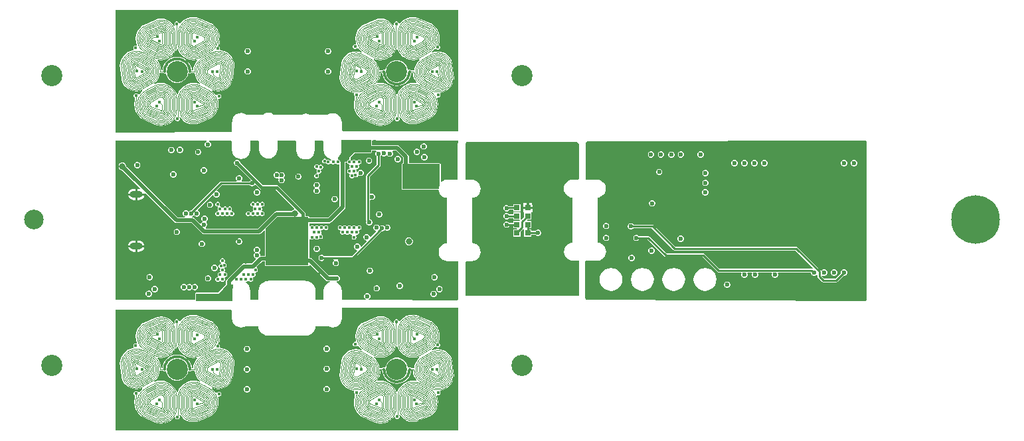
<source format=gbl>
%FSTAX25Y25*%
%MOIN*%
%SFA1B1*%

%IPPOS*%
%ADD10C,0.009843*%
%ADD27C,0.031496*%
%ADD81C,0.098425*%
%ADD82C,0.244094*%
%ADD83C,0.106299*%
%ADD84O,0.062992X0.035433*%
%ADD85C,0.019685*%
%ADD86C,0.003937*%
%ADD87C,0.003937*%
%ADD88C,0.011811*%
%ADD89C,0.019685*%
%ADD91C,0.015748*%
%ADD92C,0.023622*%
%ADD93C,0.015748*%
%ADD99R,0.027559X0.028543*%
%LNpcb1-1*%
%LPD*%
G36*
X0633307Y0622635D02*
X0575249D01*
X0574896Y0622989*
X0574898Y062702*
X0574898*
X0574898Y062702*
X0574882Y0627059*
X0574732Y0628202*
X0574275Y0629303*
X057355Y0630249*
X0572604Y0630975*
X0571503Y0631431*
X0570321Y0631587*
X0569139Y0631431*
X0568037Y0630975*
X0568014Y0630957*
X0558631*
X0557835Y0631287*
X0556653Y0631442*
X0555471Y0631287*
X0554675Y0630957*
X054062*
X0540304Y06312*
X0539203Y0631656*
X0538021Y0631812*
X0536838Y0631656*
X0535737Y06312*
X0535421Y0630957*
X0526766*
X0526637Y0631055*
X0525536Y0631512*
X0524354Y0631667*
X0523172Y0631512*
X052207Y0631055*
X0521125Y063033*
X0520399Y0629384*
X0519943Y0628283*
X0519792Y0627135*
X0519778Y0627101*
X0519779Y0627098*
X0519775Y0622115*
X0461712Y062185*
X0461358Y0622203*
X0461357Y0683413*
X0633307*
Y0622635*
G37*
G36*
X060568Y0609228D02*
Y0606425D01*
X060536*
X0605059Y0606301*
X0604934Y0606*
Y0593574*
X0605059Y0593272*
X060536Y0593148*
X062339*
X0623489Y0592392*
X0623945Y059129*
X0624671Y0590344*
X0625617Y0589619*
X0626718Y0589162*
X0627618Y0589044*
Y0566307*
X0626862Y0566208*
X0625761Y0565751*
X0624815Y0565025*
X062409Y056408*
X0623633Y0562979*
X0623478Y0561797*
X0623633Y0560615*
X062409Y0559513*
X0624815Y0558568*
X0625761Y0557842*
X0626862Y0557386*
X062801Y0557235*
X0628044Y055722*
X0633159Y0557217*
Y0538139*
X0632748Y053764*
X0588415Y0537692*
X0588316Y0538192*
X0588535Y0538282*
X0588978Y0538725*
X0589218Y0539304*
Y0539931*
X0588978Y0540509*
X0588535Y0540953*
X0587956Y0541192*
X0587329*
X0586751Y0540953*
X0586308Y0540509*
X0586068Y0539931*
Y0539304*
X0586308Y0538725*
X0586751Y0538282*
X0586966Y0538193*
X0586866Y0537693*
X0574892Y0537707*
X0574895Y0541874*
X0574896Y0542374*
X0574895*
X0574881Y0542408*
X057473Y0543556*
X0574274Y0544658*
X0573548Y0545603*
X0572603Y0546329*
X0572146Y0546518*
X0572246Y0547018*
X05726*
X0573178Y0547258*
X0573621Y0547701*
X0573861Y054828*
Y0548906*
X0573621Y0549485*
X0573178Y0549928*
X05726Y0550168*
X0571973*
X0571563Y0549998*
X0568403*
X0559928Y0558472*
X0559473Y0558777*
X0558935Y0558884*
X0558543*
Y0566322*
Y056821*
X0559043Y0568417*
X0559172Y0568288*
X0559606Y0568109*
X0560076*
X056051Y0568288*
X0560714Y0568492*
X0561022Y0568574*
X056133Y0568492*
X0561534Y0568288*
X0561968Y0568109*
X0562438*
X0562872Y0568288*
X0563204Y0568621*
X0563722Y0568564*
X0563983Y0568456*
X0564453*
X0564887Y0568636*
X0565219Y0568968*
X0565399Y0569402*
Y0569872*
X0565219Y0570306*
X0564887Y0570638*
X0564764Y0570689*
X0564466Y057092*
X0564514Y0571293*
X0564565Y0571417*
Y0571887*
X0564385Y0572321*
X0564374Y0572333*
X0564581Y0572833*
X05648*
X0565235Y0573013*
X0565438Y0573217*
X0565746Y0573298*
X0566055Y0573217*
X0566259Y0573013*
X0566692Y0572833*
X0567162*
X0567596Y0573013*
X0567929Y0573345*
X0568109Y0573779*
Y0574249*
X0567929Y0574683*
X0567596Y0575015*
X0567162Y0575195*
X0566692*
X0566259Y0575015*
X0566055Y0574812*
X0565746Y0574731*
X0565438Y0574812*
X0565235Y0575015*
X05648Y0575195*
X056433*
X0563896Y0575015*
X0563692Y0574812*
X0563384Y0574731*
X0563076Y0574812*
X0562872Y0575015*
X0562438Y0575195*
X0561968*
X0561534Y0575015*
X056133Y0574812*
X0561022Y0574731*
X0560714Y0574812*
X056051Y0575015*
X0560076Y0575195*
X0559606*
X0559172Y0575015*
X0559043Y0574887*
X0558543Y0575094*
Y0576305*
X0568577*
X0569115Y0576412*
X0569571Y0576716*
X0576188Y0583335*
X0576493Y058379*
X05766Y0584328*
Y0606659*
X0577605*
X0577673Y0606687*
X0577785Y0606416*
X0578117Y0606084*
X0578551Y0605904*
X0578723*
X057893Y0605404*
X0578918Y0605392*
X0578738Y0604958*
Y0604488*
X0578918Y0604054*
X057893Y0604042*
X0578723Y0603542*
X0578551*
X0578117Y0603362*
X0577785Y0603029*
X0577605Y0602596*
Y0602125*
X0577785Y0601692*
X0578117Y0601359*
X0578551Y0601179*
X0578723*
X057893Y0600679*
X0578918Y0600667*
X0578738Y0600233*
Y0599763*
X0578918Y0599329*
X0579251Y0598997*
X0579685Y0598817*
X0580155*
X0580588Y0598997*
X0580921Y0599329*
X0581468Y0599344*
X0581556Y0599308*
X0582025*
X058246Y0599488*
X0582792Y059982*
X0582898Y0600075*
X0583348Y0600249*
X0583469Y0600247*
X0583987Y0600033*
X0584614*
X0585192Y0600272*
X0585635Y0600715*
X0585875Y0601294*
Y060192*
X0585635Y0602499*
X0585192Y0602942*
X0584614Y0603182*
X0583987*
X0583409Y0602942*
X0582965Y0602499*
X0582744Y0601964*
X0582282Y0602125*
Y0602596*
X0582102Y0603029*
X058209Y0603042*
X0582297Y0603542*
X0582517*
X0582951Y0603722*
X0583283Y0604054*
X0583463Y0604488*
Y0604958*
X0583283Y0605392*
X0583271Y0605404*
X0583478Y0605904*
X0583698*
X0584132Y0606084*
X0584464Y0606416*
X0584644Y060685*
Y060732*
X0584464Y0607754*
X0584132Y0608086*
X0583698Y0608266*
X0583228*
X0582794Y0608086*
X058259Y0607882*
X0582282Y0607801*
X0581974Y0607882*
X058177Y0608086*
X0581336Y0608266*
X0580866*
X0580432Y0608086*
X0580262Y0607916*
X0579944Y0607807*
X0579625Y0607916*
X0579455Y0608086*
X0579185Y0608198*
X0579212Y0608266*
Y0609296*
X0581319Y0611403*
X0589371*
X0589415Y0611421*
X0589462Y0611412*
X0589561Y0611481*
X0589672Y0611527*
X0589691Y0611572*
X058973Y0611599*
X0589983Y0611994*
X0590004Y0612112*
X059005Y0612224*
Y0612766*
X0591924*
X0592131Y0612266*
X0591991Y0612127*
X0591751Y0611548*
Y0610921*
X0591991Y0610342*
X0592423Y0609911*
Y0605957*
X0587357Y060089*
X0587161Y0600598*
X0587092Y0600252*
Y0577677*
X0587146Y0577404*
X0586996Y0577042*
Y0576416*
X0587236Y0575837*
X0587679Y0575394*
X0588258Y0575154*
X0588885*
X0589463Y0575394*
X0589906Y0575837*
X0590146Y0576416*
Y0577042*
X0589906Y0577621*
X0589463Y0578064*
X0588898Y0578298*
Y0587865*
X0589398Y0588152*
X0589749Y0588007*
X0590375*
X0590954Y0588247*
X0591397Y058869*
X0591637Y0589269*
Y0589895*
X0591397Y0590474*
X0590954Y0590917*
X0590375Y0591157*
X0589749*
X0589398Y0591012*
X0588898Y0591299*
Y0599878*
X0593965Y0604944*
X0594161Y0605238*
X0594229Y0605583*
Y0609911*
X0594661Y0610342*
X0594936Y0610397*
X0595178Y0610155*
X0595757Y0609915*
X0596384*
X0596962Y0610155*
X0597181Y0610373*
X0597711Y0610364*
X0597775Y0610314*
X0598169Y060992*
X0598748Y0609681*
X0599374*
X0599953Y060992*
X0600396Y0610363*
X0600635Y0610942*
Y0611568*
X0600396Y0612147*
X0600277Y0612266*
X0600484Y0612766*
X0602141*
X060568Y0609228*
G37*
G36*
X0565739Y0617507D02*
X0565737Y0613551D01*
X0565736Y0613051*
X0565737*
X056575Y0613018*
X0565901Y061187*
X0566358Y0610768*
X0567083Y0609822*
X0568029Y0609097*
X0569131Y060864*
X0569348Y0608612*
X0569597Y0608075*
X0569478Y0607851*
X056929Y0607801*
X0568981Y0607882*
X0568778Y0608086*
X0568344Y0608266*
X0567874*
X0567734Y0608208*
X0567195Y0608201*
X0566863Y0608534*
X0566429Y0608714*
X0565959*
X0565525Y0608534*
X0565193Y0608201*
X0565013Y0607767*
Y0607298*
X0565193Y0606863*
X0565525Y0606531*
X0565959Y0606351*
X0566429*
X0566569Y0606409*
X0567107Y0606416*
X056744Y0606084*
X0567874Y0605904*
X0568344*
X0568778Y0606084*
X0568981Y0606287*
X056929Y0606368*
X0569598Y0606287*
X0569802Y0606084*
X0570236Y0605904*
X0570706*
X057114Y0606084*
X0571344Y0606287*
X0571652Y0606368*
X057196Y0606287*
X0572164Y0606084*
X0572598Y0605904*
X0573068*
X057329Y0605996*
X057379Y0605718*
Y058491*
X0567995Y0579114*
X0558543*
Y0579438*
X0558418Y057974*
X0558117Y0579864*
X0556647*
Y0580978*
X0556555Y0581439*
X0556294Y058183*
X054299Y0595134*
X0542599Y0595395*
X0542138Y0595487*
X0542138*
X0535272*
X052387Y0606889*
Y0606938*
X052363Y0607517*
X0523187Y060796*
X0522608Y06082*
X0521982*
X0521403Y060796*
X052096Y0607517*
X052072Y0606938*
Y0606312*
X052096Y0605733*
X0521403Y060529*
X0521982Y060505*
X0522302*
X0529135Y0598218*
X0529038Y0597727*
X0528904Y0597672*
X0528472Y059724*
X0524696*
X0524489Y059774*
X0524694Y0597944*
X0524934Y0598524*
Y059915*
X0524694Y0599729*
X0524251Y0600172*
X0523672Y0600411*
X0523046*
X0522467Y0600172*
X0522024Y0599729*
X0521784Y059915*
Y0598524*
X0522024Y0597944*
X0522229Y059774*
X0522022Y059724*
X0514332*
X0513987Y0597171*
X0513694Y0596975*
X0499488Y058277*
X0499045*
X0498466Y058253*
X0498287Y0582351*
X0498001Y0582102*
X0497633Y0582351*
X0497494Y058249*
X0496916Y0582729*
X0496289*
X049571Y058249*
X0495267Y0582047*
X0495027Y0581468*
Y0580841*
X0495267Y0580262*
X049571Y057982*
X0496136Y0579643*
X0496037Y0579143*
X0492517*
X0466746Y0604913*
Y0605287*
X0466447Y060601*
X0465893Y0606564*
X046517Y0606864*
X0464387*
X0463663Y0606564*
X0463109Y060601*
X0462809Y0605287*
Y0604503*
X0463109Y060378*
X0463663Y0603226*
X0464387Y0602927*
X046476*
X0473729Y0593957*
X0473495Y0593484*
X0473062Y0593541*
X0472185*
Y0591245*
X0475938*
X0476275Y0591411*
X0490942Y0576745*
X0491397Y057644*
X0491935Y0576333*
X0499464*
X0504684Y0571113*
X050514Y0570809*
X0505677Y0570701*
X0533188*
X0533726Y0570809*
X0534181Y0571113*
X0535834Y0572765*
X0536296Y0572574*
Y0559826*
X0534253*
X0533893Y0560264*
Y0560419*
X0533653Y0560998*
X0533495Y0561156*
X0533244Y0561485*
X0533495Y0561809*
X0533655Y0561969*
X0533895Y0562548*
Y0563175*
X0533655Y0563753*
X0533212Y0564196*
X0532634Y0564436*
X0532007*
X0531428Y0564196*
X0530985Y0563753*
X0530746Y0563175*
Y0562548*
X0530985Y0561969*
X0531144Y0561811*
X0531394Y0561482*
X0531144Y0561158*
X0530983Y0560998*
X0530743Y0560419*
Y0559792*
X0530983Y0559213*
X0531426Y055877*
X0531658Y0558674*
X0531775Y0558085*
X0529678Y0555987*
X0525536*
X0524998Y055588*
X0524542Y0555576*
X051715Y0548183*
X0516845Y0547727*
X0516738Y054719*
Y0545433*
X0513026Y0541368*
X0501583*
X0501281Y0541244*
X0501157Y0540942*
Y0538148*
X0500803Y0537794*
X0461357Y053784*
Y0538*
X0461338Y0538046*
X046127Y0538387*
X0461276Y0538401*
X0461238Y0560212*
X0461358Y0560501*
Y0595006*
X0461176Y0595443*
X0461139Y0616656*
X0461195Y0616739*
X0461338Y061746*
X0461358Y0617507*
Y061786*
X0506803*
X0506902Y061736*
X0506688Y0617272*
X0506245Y0616829*
X0506005Y061625*
Y0615623*
X0506245Y0615044*
X0506688Y0614601*
X0507267Y0614362*
X0507893*
X0508472Y0614601*
X0508915Y0615044*
X0509155Y0615623*
Y061625*
X0508915Y0616829*
X0508472Y0617272*
X0508258Y061736*
X0508357Y061786*
X0519419*
X0519772Y0617507*
X051977Y0613632*
X051977Y0613132*
X0519783Y0613099*
X0519935Y061195*
X0520391Y0610849*
X0521116Y0609903*
X0522062Y0609177*
X0523164Y0608721*
X0524346Y0608566*
X0525527Y0608721*
X0526629Y0609177*
X0527575Y0609903*
X05283Y0610849*
X0528757Y061195*
X0528908Y0613098*
X0528922Y0613132*
X0528925Y061786*
X0533086*
X0533439Y0617507*
X0533437Y0613776*
X0533436Y0613276*
X0533437*
X053345Y0613243*
X0533601Y0612094*
X0534058Y0610993*
X0534783Y0610047*
X0535729Y0609322*
X0536831Y0608865*
X0538012Y060871*
X0539194Y0608865*
X0540296Y0609322*
X0541242Y0610047*
X0541967Y0610993*
X0542424Y0612094*
X0542575Y0613242*
X0542588Y0613276*
X0542592Y061786*
X0551718*
X0552071Y0617507*
X0552068Y0613407*
X0552068Y0612907*
X0552068*
X0552082Y0612874*
X0552233Y0611725*
X055269Y0610624*
X0553415Y0609678*
X0554361Y0608952*
X0555462Y0608496*
X0556644Y060834*
X0557826Y0608496*
X0558928Y0608952*
X0559874Y0609678*
X0560599Y0610624*
X0561055Y0611725*
X0561207Y0612873*
X0561221Y0612907*
X0561224Y061786*
X0565386*
X0565739Y0617507*
G37*
G36*
X0589624Y0612224D02*
X0589371Y0611829D01*
X0581142*
X0578787Y0609473*
Y0608266*
X0578551*
X0578117Y0608086*
X0577785Y0607754*
X0577605Y060732*
Y0607085*
X0574014*
Y060732*
X0573834Y0607754*
X0573502Y0608086*
X0573068Y0608266*
X0572952Y0608392*
X0573066Y0609635*
X0573269Y0609838*
X0573414Y0609949*
X0573525Y0610094*
X0573764Y0610333*
X0573786Y0610386*
X0573832Y0610421*
X0574001Y0610714*
X0574111Y0610857*
X0574181Y0611025*
X057435Y0611319*
X0574358Y0611376*
X0574393Y0611422*
X0574481Y061175*
X057455Y0611916*
X0574573Y0612094*
X0574661Y0612423*
X0574653Y061248*
X0574675Y0612533*
Y0612874*
X0574699Y0613051*
X0574696Y0613055*
X0574699Y0618191*
X0574715Y0618208*
X0589624*
Y0612224*
G37*
G36*
X0693545Y0616545D02*
D01*
X0693566Y0616512*
X069357Y0616494*
X0693841Y0616088*
Y0598646*
X0693487Y0598292*
X0691341Y0598294*
X0690841*
X0690808Y059828*
X0689659Y0598129*
X0688558Y0597673*
X0687612Y0596947*
X0686886Y0596001*
X068643Y05949*
X0686274Y0593718*
X068643Y0592536*
X0686886Y0591435*
X0687612Y0590489*
X0688558Y0589763*
X0689659Y0589307*
X0690559Y0589188*
Y0566451*
X0689803Y0566352*
X0688702Y0565896*
X0687756Y056517*
X0687031Y0564224*
X0686574Y0563123*
X0686419Y0561941*
X0686574Y0560759*
X0687031Y0559658*
X0687756Y0558712*
X0688702Y0557986*
X0689803Y055753*
X0690951Y0557379*
X0690985Y0557365*
X0693985Y0557363*
Y0539958*
X0637044*
Y0556861*
X0637398Y0557214*
X0639544Y0557212*
X0640044Y0557212*
Y0557212*
X0640078Y0557226*
X0641226Y0557377*
X0642328Y0557834*
X0643274Y0558559*
X0643999Y0559505*
X0644455Y0560607*
X0644611Y0561788*
X0644455Y056297*
X0643999Y0564072*
X0643274Y0565018*
X0642328Y0565743*
X0641226Y05662*
X0640326Y0566318*
Y0589055*
X0641082Y0589154*
X0642183Y0589611*
X0643129Y0590337*
X0643855Y0591282*
X0644311Y0592383*
X0644467Y0593565*
X0644311Y0594747*
X0643855Y0595849*
X0643129Y0596794*
X0642183Y059752*
X0641082Y0597976*
X0639935Y0598127*
X0639901Y0598142*
X06369Y0598144*
Y0616322*
X0637179Y0616739*
X0637231Y0617*
X069309*
X0693545Y0616545*
G37*
G36*
X0633307Y0617507D02*
X0633327Y061746D01*
X0633373Y0617227*
X0633355Y0617183*
X0633357Y0616857*
X0633Y06165*
Y05985*
X0632646Y0598147*
X06284Y059815*
X06279Y059815*
Y059815*
X0627867Y0598136*
X0626718Y0597985*
X0625617Y0597528*
X0625024Y0597073*
X0624524Y059732*
Y0606*
X0624399Y0606301*
X0624097Y0606425*
X060849*
Y060981*
X0608383Y0610348*
X0608078Y0610803*
X0603717Y0615165*
X0603261Y061547*
X0602724Y0615577*
X059005*
Y061786*
X0633307*
Y0617507*
G37*
G36*
X0533922Y0593431D02*
D01*
X0534312Y059317*
X0534773Y0593078*
X054164*
X0551103Y0583615*
X0550884Y0583127*
X0550224Y0582853*
X0549745Y0582374*
X0542051*
X0541513Y0582267*
X0541057Y0581962*
X0532606Y0573511*
X0506677*
X0506536Y0573695*
X0506668Y0574291*
X0507112Y0574734*
X0507351Y0575313*
Y057594*
X0507112Y0576518*
X0506873Y0576757*
X0506836Y0577234*
X0506918Y0577366*
X0507275Y0577724*
X0507515Y0578303*
Y0578929*
X0507275Y0579508*
X0506833Y0579951*
X0506254Y0580191*
X0505627*
X0505049Y0579951*
X0504605Y0579508*
X0504366Y0578929*
Y0578303*
X0504605Y0577724*
X0504844Y0577486*
X0504881Y0577009*
X05048Y0576877*
X0504442Y0576518*
X05043Y0576177*
X050374Y0576031*
X0501039Y0578732*
X0500583Y0579036*
X0500046Y0579143*
X0499726*
X0499671Y057962*
X050025Y057986*
X0500409Y0580019*
X0500736Y058027*
X0501062Y0580019*
X0501222Y057986*
X0501801Y057962*
X0502427*
X0503006Y057986*
X0503449Y0580303*
X0503688Y0580882*
Y0581508*
X0503449Y0582087*
X0503006Y058253*
X0502655Y0582675*
X0502505Y0583232*
X0509861Y0590588*
X0510138Y0590517*
X0510384Y0590404*
X0510601Y0589881*
X0511044Y0589438*
X0511623Y0589198*
X0512249*
X0512828Y0589438*
X0513271Y0589881*
X0513511Y0590459*
Y0591086*
X0513271Y0591664*
X0512828Y0592107*
X0512305Y0592324*
X0512192Y0592571*
X051212Y0592847*
X0514707Y0595433*
X0528472*
X0528904Y0595001*
X0529483Y0594762*
X0530109*
X0530688Y0595001*
X0531131Y0595444*
X0531187Y0595578*
X0531677Y0595676*
X0533922Y0593431*
G37*
G36*
X0624097Y0595761D02*
X0624027Y0595592D01*
X0623862Y0595306*
X0623855Y0595249*
X062382Y0595203*
X0623735Y0594885*
X0623662Y0594709*
X0623637Y0594521*
X0623551Y0594202*
X0623559Y0594145*
X0623537Y0594092*
Y0593762*
X0623512Y0593574*
X060536*
Y0606*
X0624097*
Y0595761*
G37*
G36*
X083837Y0617532D02*
Y0537691D01*
X0837922Y0537244*
X0697441Y0537722*
Y0537755*
X0697422Y0537801*
X0697278Y0538523*
X0696985Y0538961*
Y0557007*
X0697339Y0557361*
X0702485Y0557357*
X0702985Y0557357*
X0703019Y055737*
X0704167Y0557522*
X0705269Y0557978*
X0706214Y0558704*
X070694Y055965*
X0707396Y0560751*
X0707552Y0561933*
X0707396Y0563115*
X070694Y0564216*
X0706214Y0565162*
X0705269Y0565888*
X0704167Y0566344*
X0703267Y0566462*
Y0589199*
X0704023Y0589299*
X0705124Y0589755*
X070607Y0590481*
X0706796Y0591426*
X0707252Y0592528*
X0707408Y059371*
X0707252Y0594892*
X0706796Y0595993*
X070607Y0596939*
X0705124Y0597664*
X0704023Y0598121*
X0702875Y0598272*
X0702842Y0598286*
X0697303Y059829*
Y061662*
X069736Y0616902*
X0697968Y0617436*
X0838016Y0617885*
X083837Y0617532*
G37*
G36*
X0558117Y0566322D02*
Y0555109D01*
X0536722*
Y0573653*
X0542507Y0579438*
X0558117*
Y0566322*
G37*
G36*
X0536296Y0555109D02*
X053642Y0554807D01*
X0536722Y0554682*
X0558117*
X0558418Y0554807*
X0558543Y0555109*
Y0555231*
X0559005Y0555422*
X0566827Y05476*
X0567283Y0547295*
X0567821Y0547188*
X0568803*
X0568902Y0546688*
X0568036Y0546329*
X056709Y0545603*
X0566364Y0544658*
X0565908Y0543556*
X0565757Y0542409*
X0565743Y0542375*
X056574Y0538072*
X0565386Y0537718*
X0561727Y0537723*
X056173Y054173*
X056173Y054223*
X0561723Y0542248*
X0561552Y0543543*
X0561046Y0544766*
X0560239Y0545817*
X0559189Y0546623*
X0557965Y054713*
X0556671Y05473*
X0556653Y0547308*
X0538037*
X0538019Y05473*
X0536725Y0547129*
X0535501Y0546623*
X0534451Y0545817*
X0533644Y0544766*
X0533138Y0543543*
X0532968Y054225*
X053296Y0542231*
X0532957Y053811*
X0532603Y0537757*
X0528927Y0537761*
X052893Y0541955*
X052893Y0542455*
X052893*
X0528916Y0542488*
X0528765Y0543637*
X0528309Y0544738*
X0527583Y0545684*
X0526716Y0546349*
X0526758Y0546657*
X0526851Y0546849*
X0527005*
X0527439Y0547029*
X0527643Y0547233*
X0527951Y0547314*
X0528259Y0547233*
X0528463Y0547029*
X0528898Y0546849*
X0529367*
X0529801Y0547029*
X0530134Y0547361*
X0530313Y0547795*
Y0548265*
X0530134Y0548699*
X0530122Y0548711*
X0530329Y0549211*
X0530548*
X0530983Y0549391*
X0531315Y0549723*
X0531494Y0550157*
Y0550627*
X0531315Y0551061*
X0531303Y0551073*
X053151Y0551573*
X0531729*
X0532164Y0551753*
X0532496Y0552085*
X0532675Y0552519*
Y0552989*
X0532496Y0553424*
X0532164Y0553756*
X0532138Y0553766*
X0532021Y0554356*
X0533912Y0556248*
X0533916Y0556248*
X0534372Y0556553*
X0534835Y0557016*
X0536296*
Y0555109*
G37*
G36*
X0520247Y0543985D02*
X0520188Y0543766D01*
X0520116Y054359*
X052009Y0543402*
X0520005Y0543083*
X0520013Y0543026*
X0519991Y0542973*
Y0542643*
X0519966Y0542455*
X051997Y0542451*
X0519966Y0537212*
X0501583*
Y0540942*
X0513214*
X0517257Y0545368*
X0520247*
Y0543985*
G37*
G36*
X0633307Y0472093D02*
X0461357D01*
Y0532871*
X0519418*
X0519772Y0532518*
X051977Y0528987*
Y0528487*
X0519783Y0528453*
X0519935Y0527305*
X0520391Y0526203*
X0521116Y0525257*
X0522062Y0524532*
X0523164Y0524075*
X0524346Y052392*
X0525527Y0524075*
X0526629Y0524532*
X0526652Y052455*
X0532988*
X0533125Y0523505*
X0533632Y0522281*
X0534438Y0521231*
X0535489Y0520425*
X0536712Y0519918*
X0538006Y0519748*
X0538025Y051974*
X055664*
X0556659Y0519748*
X0557953Y0519918*
X0559176Y0520425*
X0560227Y0521231*
X0561033Y0522281*
X056154Y0523505*
X0561677Y052455*
X05679*
X0568028Y0524451*
X0569129Y0523995*
X0570311Y0523839*
X0571493Y0523995*
X0572594Y0524451*
X057354Y0525177*
X0574266Y0526122*
X0574722Y0527224*
X0574873Y0528372*
X0574887Y0528406*
X0574886Y0528409*
X057489Y0533659*
X0633307*
Y0472093*
G37*
%LNpcb1-2*%
%LPC*%
G36*
X0610506Y0679913D02*
X0608888Y0679754D01*
X0607333Y0679282*
X0605899Y0678516*
X0604642Y0677485*
X0603953Y0676645*
X0603685Y067669*
X0603427Y0676792*
X0603274Y0677162*
X0602941Y0677495*
X0602507Y0677674*
X0602037*
X0601603Y0677495*
X0601271Y0677162*
X0601091Y0676728*
Y0676259*
X0601271Y0675824*
X0601317Y0675778*
X0601275Y0675646*
X0600735Y0675595*
X0600632Y0675789*
X0599699Y0676925*
X0598562Y0677858*
X0597266Y0678551*
X0595859Y0678978*
X0594396Y0679122*
X0592932Y0678978*
X0591525Y0678551*
X0591476Y0678525*
X0591429Y0678524*
X0585439Y0675924*
X0585131Y0675789*
X0585116Y0675776*
X05851Y0675775*
X058502Y0675691*
X0585023Y0675687*
X0585001Y0675661*
X0584116Y0674935*
X0583085Y0673679*
X0582319Y0672245*
X0581847Y067069*
X0581687Y0669072*
X0581847Y0667454*
X0582077Y0666696*
X0581868Y066645*
X0581675Y0666296*
X0581266*
X0580832Y0666116*
X05805Y0665784*
X058032Y066535*
Y066488*
X05805Y0664446*
X0580832Y0664114*
X0581266Y0663934*
X0581736*
X058217Y0664114*
X0582502Y0664446*
X0582514Y0664474*
X0583066Y0664501*
X0583085Y0664465*
X0584116Y0663209*
X0584986Y0662495*
X0584795Y066205*
X0583388Y0662477*
X0581924Y0662621*
X0580461Y0662477*
X0579054Y066205*
X0577757Y0661357*
X057662Y0660424*
X0575688Y0659287*
X0574994Y065799*
X0574568Y0656583*
X0574521Y0656107*
X0574463Y0656003*
X0573683Y064918*
X0573693Y0649143*
X0573678Y0649108*
X0573736Y0648968*
X0573792Y0648403*
X0574264Y0646848*
X057503Y0645414*
X0576061Y0644157*
X0577318Y0643126*
X0578751Y064236*
X0580307Y0641888*
X0580798Y064184*
X0581081Y0641309*
X0581014Y0641148*
Y0640677*
X0581194Y0640244*
X058142Y0640017*
X0581169Y0638284*
X0581181Y0638237*
X0581162Y0638193*
X0581171Y0638172*
X0581071Y0637841*
X0580896Y0636069*
X0581071Y0634297*
X0581588Y0632593*
X0582427Y0631022*
X0583557Y0629646*
X058443Y062893*
X0584523Y0628833*
X0584537Y06288*
X0584568Y0628787*
X058465Y0628702*
X0584734Y0628665*
X0591128Y0625888*
X0591129*
X0591129Y0625888*
X059113*
X0591168Y0625887*
X0591222Y0625859*
X0592778Y0625387*
X0594396Y0625227*
X0596013Y0625387*
X0597569Y0625859*
X0599002Y0626625*
X0600259Y0627656*
X0600948Y0628496*
X0601216Y0628451*
X0601474Y0628349*
X0601628Y0627978*
X060196Y0627646*
X0602394Y0627466*
X0602864*
X0603298Y0627646*
X060363Y0627978*
X060381Y0628412*
Y0628882*
X060363Y0629316*
X0603644Y0629389*
X060377Y0629533*
X0604159Y0629557*
X0604269Y0629352*
X0605202Y0628215*
X0606338Y0627283*
X0607635Y062659*
X0609042Y0626162*
X0610506Y0626018*
X0611969Y0626162*
X0613376Y062659*
X0613425Y0626616*
X0613472Y0626616*
X0619462Y0629217*
X061977Y0629351*
X0619786Y0629365*
X0619802Y0629366*
X0619881Y062945*
X0619878Y0629454*
X06199Y0629479*
X0620785Y0630205*
X0621816Y0631462*
X0622583Y0632896*
X0623055Y0634451*
X0623214Y0636069*
X0623055Y0637687*
X0622589Y0639221*
X0622626Y0639285*
X0622952Y0639611*
X0623023Y0639582*
X0623493*
X0623927Y0639762*
X0624259Y0640094*
X0624439Y0640528*
Y0640998*
X0624291Y0641356*
X0624401Y0641679*
X0624518Y0641881*
X0624595Y0641888*
X062615Y064236*
X0627584Y0643126*
X062884Y0644157*
X0629872Y0645414*
X0630638Y0646848*
X063111Y0648403*
X0631165Y0648968*
X0631223Y0649108*
X0631208Y0649143*
X0631219Y064918*
X0630438Y0656003*
X0630381Y0656107*
X0630333Y0656583*
X0629907Y065799*
X0629214Y0659287*
X0628281Y0660424*
X0627144Y0661357*
X0625847Y066205*
X062444Y0662477*
X0622977Y0662621*
X0621514Y0662477*
X0620107Y066205*
X0619916Y0662495*
X0620785Y0663209*
X0621507Y0664088*
X0622076Y0664018*
X0622088Y0664008*
X0622411Y0663685*
X0622844Y0663505*
X0623314*
X0623748Y0663685*
X0624081Y0664017*
X0624261Y0664451*
Y0664921*
X0624081Y0665355*
X0623748Y0665688*
X0623727Y0665696*
X0623738Y0666942*
X0623729Y0666966*
X062383Y06673*
X0624005Y0669072*
X062383Y0670844*
X0623314Y0672548*
X0622474Y0674118*
X0621345Y0675494*
X0620472Y0676211*
X0620378Y0676307*
X0620364Y0676341*
X0620333Y0676354*
X0620251Y0676439*
X0620167Y0676475*
X0613773Y0679252*
X0613772Y0679252*
X0613772Y0679253*
X0613772*
X0613733Y0679253*
X0613679Y0679282*
X0612124Y0679754*
X0610506Y0679913*
G37*
G36*
X050027D02*
X0498652Y0679754D01*
X0497096Y0679282*
X0495663Y0678516*
X0494406Y0677485*
X0493717Y0676645*
X0493449Y067669*
X0493191Y0676792*
X0493037Y0677162*
X0492705Y0677495*
X0492271Y0677674*
X0491801*
X0491367Y0677495*
X0491035Y0677162*
X0490855Y0676728*
Y0676259*
X0491035Y0675824*
X0491021Y0675752*
X0490895Y0675608*
X0490505Y0675583*
X0490396Y0675789*
X0489463Y0676925*
X0488326Y0677858*
X048703Y0678551*
X0485623Y0678978*
X0484159Y0679122*
X0482696Y0678978*
X0481289Y0678551*
X048124Y0678525*
X0481193Y0678524*
X0475203Y0675924*
X0474894Y0675789*
X0474879Y0675776*
X0474863Y0675775*
X0474783Y0675691*
X0474787Y0675687*
X0474765Y0675661*
X047388Y0674935*
X0472849Y0673679*
X0472083Y0672245*
X0471611Y067069*
X0471451Y0669072*
X0471611Y0667454*
X0472076Y066592*
X0472039Y0665855*
X0471713Y0665529*
X0471642Y0665559*
X0471172*
X0470738Y0665379*
X0470406Y0665046*
X0470226Y0664612*
Y0664142*
X0470374Y0663785*
X0470264Y0663462*
X0470147Y066326*
X047007Y0663253*
X0468515Y0662781*
X0467081Y0662014*
X0465825Y0660983*
X0464794Y0659727*
X0464027Y0658293*
X0463555Y0656738*
X04635Y0656173*
X0463442Y0656033*
X0463457Y0655998*
X0463446Y0655961*
X0464227Y0649138*
X0464285Y0649034*
X0464331Y0648557*
X0464758Y064715*
X0465451Y0645853*
X0466384Y0644717*
X0467521Y0643784*
X0468818Y0643091*
X0470225Y0642664*
X0471688Y064252*
X0473151Y0642664*
X0474559Y0643091*
X047475Y0642646*
X047388Y0641932*
X0473158Y0641052*
X0472588Y0641123*
X0472577Y0641133*
X0472255Y0641456*
X0471821Y0641636*
X0471351*
X0470916Y0641456*
X0470584Y0641124*
X0470405Y0640689*
Y064022*
X0470584Y0639785*
X0470916Y0639453*
X0470937Y0639444*
X0470927Y0638198*
X0470936Y0638175*
X0470835Y0637841*
X047066Y0636069*
X0470835Y0634297*
X0471351Y0632593*
X0472191Y0631022*
X047332Y0629646*
X0474194Y062893*
X0474287Y0628833*
X0474301Y06288*
X0474332Y0628787*
X0474414Y0628702*
X0474498Y0628665*
X0480892Y0625888*
X0480893*
X0480893Y0625888*
X0480894*
X0480932Y0625887*
X0480986Y0625859*
X0482542Y0625387*
X0484159Y0625227*
X0485777Y0625387*
X0487333Y0625859*
X0488766Y0626625*
X0490023Y0627656*
X0490712Y0628496*
X0490979Y0628451*
X0491238Y0628349*
X0491392Y0627978*
X0491724Y0627646*
X0492158Y0627466*
X0492627*
X0493062Y0627646*
X0493394Y0627978*
X0493574Y0628412*
Y0628882*
X0493394Y0629316*
X0493348Y0629362*
X049339Y0629495*
X0493929Y0629546*
X0494033Y0629352*
X0494966Y0628215*
X0496102Y0627283*
X0497399Y062659*
X0498806Y0626162*
X050027Y0626018*
X0501733Y0626162*
X050314Y062659*
X0503189Y0626616*
X0503236Y0626616*
X0509226Y0629217*
X0509534Y0629351*
X050955Y0629365*
X0509566Y0629366*
X0509645Y062945*
X0509642Y0629454*
X0509664Y0629479*
X0510549Y0630205*
X051158Y0631462*
X0512346Y0632896*
X0512818Y0634451*
X0512977Y0636069*
X0512818Y0637687*
X0512588Y0638445*
X0512798Y063869*
X0512989Y0638845*
X0513399*
X0513833Y0639025*
X0514166Y0639357*
X0514345Y0639791*
Y0640261*
X0514166Y0640695*
X0513833Y0641027*
X0513399Y0641207*
X0512929*
X0512495Y0641027*
X0512163Y0640695*
X0512151Y0640667*
X0511599Y064064*
X051158Y0640675*
X0510549Y0641932*
X0509679Y0642646*
X050987Y0643091*
X0511277Y0642664*
X0512741Y064252*
X0514204Y0642664*
X0515611Y0643091*
X0516908Y0643784*
X0518044Y0644717*
X0518977Y0645853*
X051967Y064715*
X0520097Y0648557*
X0520144Y0649034*
X0520202Y0649138*
X0520983Y0655961*
X0520972Y0655998*
X0520987Y0656033*
X0520929Y0656173*
X0520874Y0656738*
X0520401Y0658293*
X0519635Y0659727*
X0518604Y0660983*
X0517348Y0662014*
X0515914Y0662781*
X0514359Y0663253*
X0513867Y0663301*
X0513584Y0663831*
X0513651Y0663993*
Y0664463*
X0513472Y0664897*
X0513246Y0665124*
X0513496Y0666857*
X0513484Y0666903*
X0513502Y0666948*
X0513494Y0666969*
X0513594Y06673*
X0513769Y0669072*
X0513594Y0670844*
X0513077Y0672548*
X0512238Y0674118*
X0511109Y0675494*
X0510235Y0676211*
X0510142Y0676307*
X0510128Y0676341*
X0510097Y0676354*
X0510015Y0676439*
X0509931Y0676475*
X0503537Y0679252*
X0503536Y0679252*
X0503536Y0679253*
X0503535*
X0503497Y0679253*
X0503443Y0679282*
X0501887Y0679754*
X050027Y0679913*
G37*
G36*
X0568313Y0664271D02*
X0567686D01*
X0567107Y0664031*
X0566664Y0663588*
X0566425Y0663009*
Y0662383*
X0566664Y0661804*
X0567107Y0661361*
X0567686Y0661121*
X0568313*
X0568892Y0661361*
X0569335Y0661804*
X0569574Y0662383*
Y0663009*
X0569335Y0663588*
X0568892Y0664031*
X0568313Y0664271*
G37*
G36*
X0527959Y0664249D02*
X0527332D01*
X0526753Y0664009*
X052631Y0663566*
X052607Y0662988*
Y0662361*
X052631Y0661782*
X0526753Y0661339*
X0527332Y06611*
X0527959*
X0528537Y0661339*
X052898Y0661782*
X052922Y0662361*
Y0662988*
X052898Y0663566*
X0528537Y0664009*
X0527959Y0664249*
G37*
G36*
X0568311Y0654152D02*
X0567684D01*
X0567105Y0653913*
X0566662Y065347*
X0566422Y0652891*
Y0652264*
X0566662Y0651686*
X0567105Y0651243*
X0567684Y0651003*
X0568311*
X0568889Y0651243*
X0569332Y0651686*
X0569572Y0652264*
Y0652891*
X0569332Y065347*
X0568889Y0653913*
X0568311Y0654152*
G37*
G36*
X0527956Y0654131D02*
X052733D01*
X0526751Y0653891*
X0526308Y0653448*
X0526068Y065287*
Y0652243*
X0526308Y0651664*
X0526751Y0651221*
X052733Y0650981*
X0527956*
X0528535Y0651221*
X0528978Y0651664*
X0529218Y0652243*
Y065287*
X0528978Y0653448*
X0528535Y0653891*
X0527956Y0654131*
G37*
%LNpcb1-3*%
%LPD*%
G36*
X0602823Y0663534D02*
X0603562Y066215D01*
X0604558Y0660937*
X0605771Y0659942*
X0606048Y0659793*
X0606058Y065977*
X0606059Y0659769*
X060621Y0659655*
X0606463Y065952*
X0606477Y0659543*
X0607651Y0658915*
X0609153Y065846*
X0610714Y0658306*
X0612276Y065846*
X0613777Y0658915*
X061401Y0658474*
X0613381Y0657958*
X0612484Y0656864*
X0611817Y0655618*
X0611407Y0654264*
X0611314Y0653331*
X0611112Y065321*
X0609586*
X0609539Y065328*
X0609213Y0653498*
X0608829Y0653574*
X0608576Y0653524*
X0608446Y0653498*
X0608026Y0653819*
X060777Y0654774*
X0607019Y0656075*
X0605956Y0657138*
X0604654Y065789*
X0603202Y0658279*
X0601699*
X0600247Y065789*
X0598946Y0657138*
X0597883Y0656075*
X0597131Y0654774*
X0596875Y0653819*
X0596456Y0653498*
X0596325Y0653524*
X0596072Y0653574*
X0595688Y0653498*
X0595362Y065328*
X0595315Y065321*
X0593789*
X0593587Y0653331*
X0593495Y0654264*
X0593084Y0655618*
X0592418Y0656864*
X0591521Y0657958*
X0590891Y0658474*
X0591124Y0658915*
X0592625Y065846*
X0594187Y0658306*
X0595748Y065846*
X059725Y0658915*
X0598425Y0659543*
X0598438Y065952*
X0598691Y0659655*
X0598843Y0659769*
Y065977*
X0598853Y0659793*
X059913Y0659942*
X0600343Y0660937*
X0601338Y066215*
X0602078Y0663534*
X0602201Y0663937*
X0602701*
X0602823Y0663534*
G37*
G36*
X0610631Y0650722D02*
X0611087Y0649221D01*
X0611826Y0647837*
X0612385Y0647156*
X0612371Y0647095*
X0612115Y0646697*
X0610714Y0646835*
X0609153Y0646681*
X0607651Y0646225*
X0606477Y0645598*
X0606463Y064562*
X060621Y0645485*
X0606059Y0645372*
X0606058Y0645371*
X0606048Y0645348*
X0605771Y0645199*
X0604558Y0644204*
X0603562Y0642991*
X0602823Y0641607*
X0602701Y0641203*
X0602201*
X0602078Y0641607*
X0601338Y0642991*
X0600343Y0644204*
X059913Y0645199*
X0598853Y0645348*
X0598843Y0645371*
Y0645372*
X0598691Y0645485*
X0598438Y064562*
X0598425Y0645598*
X059725Y0646225*
X0595748Y0646681*
X0594187Y0646835*
X0592786Y0646697*
X059253Y0647095*
X0592516Y0647156*
X0593075Y0647837*
X0593814Y0649221*
X059427Y0650722*
X0594389Y0651931*
X0595115*
X0595194Y0651127*
X0595615Y0649739*
X0596299Y064846*
X0597219Y0647339*
X059834Y0646418*
X0599619Y0645735*
X0601007Y0645314*
X0602451Y0645172*
X0603894Y0645314*
X0605282Y0645735*
X0606561Y0646418*
X0607682Y0647339*
X0608602Y064846*
X0609286Y0649739*
X0609707Y0651127*
X0609786Y0651931*
X0610512*
X0610631Y0650722*
G37*
G36*
X0492587Y0663534D02*
X0493326Y066215D01*
X0494322Y0660937*
X0495535Y0659942*
X0495812Y0659793*
X0495822Y065977*
X0495822Y0659769*
X0495974Y0659655*
X0496227Y065952*
X049624Y0659543*
X0497415Y0658915*
X0498916Y065846*
X0500478Y0658306*
X0501879Y0658444*
X0502135Y0658046*
X0502149Y0657985*
X050159Y0657304*
X050085Y065592*
X0500395Y0654418*
X0500276Y065321*
X049955*
X0499471Y0654014*
X049905Y0655402*
X0498366Y0656681*
X0497446Y0657802*
X0496325Y0658722*
X0495046Y0659406*
X0493658Y0659827*
X0492214Y0659969*
X0490771Y0659827*
X0489383Y0659406*
X0488104Y0658722*
X0486983Y0657802*
X0486062Y0656681*
X0485379Y0655402*
X0484958Y0654014*
X0484879Y065321*
X0484153*
X0484034Y0654418*
X0483578Y065592*
X0482839Y0657304*
X048228Y0657985*
X0482294Y0658046*
X048255Y0658444*
X0483951Y0658306*
X0485512Y065846*
X0487014Y0658915*
X0488188Y0659543*
X0488202Y065952*
X0488455Y0659655*
X0488607Y0659769*
Y065977*
X0488616Y0659793*
X0488894Y0659942*
X0490107Y0660937*
X0491102Y066215*
X0491842Y0663534*
X0491964Y0663937*
X0492464*
X0492587Y0663534*
G37*
G36*
X0501078Y065181D02*
X050117Y0650876D01*
X0501581Y0649523*
X0502248Y0648276*
X0503144Y0647183*
X0503774Y0646667*
X0503541Y0646225*
X050204Y0646681*
X0500478Y0646835*
X0498916Y0646681*
X0497415Y0646225*
X049624Y0645598*
X0496227Y064562*
X0495974Y0645485*
X0495822Y0645372*
X0495822Y0645371*
X0495812Y0645348*
X0495535Y0645199*
X0494322Y0644204*
X0493326Y0642991*
X0492587Y0641607*
X0492464Y0641203*
X0491964*
X0491842Y0641607*
X0491102Y0642991*
X0490107Y0644204*
X0488894Y0645199*
X0488616Y0645348*
X0488607Y0645371*
Y0645372*
X0488455Y0645485*
X0488202Y064562*
X0488188Y0645598*
X0487014Y0646225*
X0485512Y0646681*
X0483951Y0646835*
X0482389Y0646681*
X0480888Y0646225*
X0480655Y0646667*
X0481285Y0647183*
X0482181Y0648276*
X0482848Y0649523*
X0483259Y0650876*
X048335Y065181*
X0483553Y0651931*
X0485079*
X0485126Y0651861*
X0485451Y0651643*
X0485836Y0651567*
X0486089Y0651617*
X048622Y0651643*
X0486639Y0651322*
X0486895Y0650367*
X0487646Y0649065*
X0488709Y0648002*
X0490011Y0647251*
X0491463Y0646862*
X0492966*
X0494418Y0647251*
X049572Y0648002*
X0496783Y0649065*
X0497534Y0650367*
X049779Y0651322*
X0498209Y0651643*
X049834Y0651617*
X0498593Y0651567*
X0498977Y0651643*
X0499303Y0651861*
X049935Y0651931*
X0500876*
X0501078Y065181*
G37*
%LNpcb1-4*%
%LPC*%
G36*
X0603257Y0610059D02*
X0602631D01*
X0602052Y0609819*
X0601609Y0609376*
X0601369Y0608797*
Y0608171*
X0601609Y0607592*
X0602052Y0607149*
X0602631Y0606909*
X0603257*
X0603836Y0607149*
X0604279Y0607592*
X0604519Y0608171*
Y0608797*
X0604279Y0609376*
X0603836Y0609819*
X0603257Y0610059*
G37*
G36*
X0588851Y0609281D02*
X0588224D01*
X0587646Y0609041*
X0587203Y0608598*
X0586963Y0608019*
Y0607393*
X0587203Y0606814*
X0587646Y0606371*
X0588224Y0606131*
X0588851*
X0589429Y0606371*
X0589873Y0606814*
X0590112Y0607393*
Y0608019*
X0589873Y0608598*
X0589429Y0609041*
X0588851Y0609281*
G37*
G36*
X0593961Y0582224D02*
X0593334D01*
X0592755Y0581985*
X0592312Y0581542*
X0592073Y0580963*
Y0580337*
X0592312Y0579757*
X0592755Y0579314*
X0593334Y0579075*
X0593961*
X0594539Y0579314*
X0594983Y0579757*
X0595222Y0580337*
Y0580963*
X0594983Y0581542*
X0594539Y0581985*
X0593961Y0582224*
G37*
G36*
X0583698Y0575195D02*
X0583228D01*
X0582794Y0575015*
X058259Y0574812*
X0582282Y0574731*
X0581974Y0574812*
X058177Y0575015*
X0581336Y0575195*
X0580866*
X0580432Y0575015*
X0580228Y0574812*
X057992Y0574731*
X0579611Y0574812*
X0579407Y0575015*
X0578974Y0575195*
X0578503*
X057807Y0575015*
X0577866Y0574812*
X0577557Y0574731*
X0577249Y0574812*
X0577045Y0575015*
X0576611Y0575195*
X0576141*
X0575707Y0575015*
X0575503Y0574812*
X0575195Y0574731*
X0574887Y0574812*
X0574683Y0575015*
X0574249Y0575195*
X0573779*
X0573345Y0575015*
X0573013Y0574683*
X0572833Y0574249*
Y0573779*
X0573013Y0573345*
X0573345Y0573013*
X0573779Y0572833*
X0573999*
X0574206Y0572333*
X0574194Y0572321*
X0574014Y0571887*
Y0571417*
X0574194Y0570983*
X0574526Y0570651*
X057496Y0570471*
X057543*
X0575864Y0570651*
X0576068Y0570855*
X0576376Y0570936*
X0576685Y0570855*
X0576888Y0570651*
X0577322Y0570471*
X0577792*
X0578226Y0570651*
X057843Y0570855*
X0578738Y0570936*
X0579047Y0570855*
X0579251Y0570651*
X0579685Y0570471*
X0579904*
X0580111Y0569971*
X05801Y0569959*
X057992Y0569525*
Y0569055*
X05801Y0568621*
X0580432Y0568288*
X0580866Y0568109*
X0581336*
X058177Y0568288*
X0582102Y0568621*
X0582282Y0569055*
Y0569525*
X0582102Y0569959*
X058209Y0569971*
X0582297Y0570471*
X0582517*
X0582951Y0570651*
X0583283Y0570983*
X0583463Y0571417*
Y0571887*
X0583283Y0572321*
X0583271Y0572333*
X0583478Y0572833*
X0583698*
X0584132Y0573013*
X0584464Y0573345*
X0584644Y0573779*
Y0574249*
X0584464Y0574683*
X0584132Y0575015*
X0583698Y0575195*
G37*
G36*
X0592614Y0575621D02*
X0591988D01*
X0591409Y0575381*
X0590966Y0574938*
X0590726Y057436*
Y0573733*
X0590966Y0573154*
X0591409Y0572711*
X0591894Y0572511*
X05921Y057201*
X0589418Y0569327*
X0588918Y0569535*
Y0569612*
X0588678Y057019*
X0588235Y0570634*
X0587656Y0570874*
X0587029*
X0586451Y0570634*
X0586008Y057019*
X0585768Y0569612*
Y0568985*
X0586008Y0568407*
X0586451Y0567964*
X0587029Y0567724*
X0587107*
X0587314Y0567224*
X058472Y056463*
X0584444Y0564701*
X0584197Y0564814*
X058398Y0565338*
X0583537Y0565781*
X0582959Y056602*
X0582332*
X0581753Y0565781*
X058131Y0565338*
X058107Y0564759*
Y0564132*
X058131Y0563553*
X0581753Y0563111*
X0582277Y0562894*
X0582389Y0562647*
X0582461Y0562371*
X0579875Y0559785*
X0566109*
X0565677Y0560216*
X0565098Y0560456*
X0564472*
X0563893Y0560216*
X056345Y0559774*
X056321Y0559195*
Y0558568*
X056345Y0557989*
X0563893Y0557546*
X0564472Y0557307*
X0565098*
X0565677Y0557546*
X0566109Y0557978*
X0570634*
X0570823Y0557478*
X0570514Y0557169*
X0570274Y055659*
Y0555964*
X0570514Y0555385*
X0570957Y0554942*
X0571535Y0554702*
X0572162*
X0572741Y0554942*
X0573184Y0555385*
X0573424Y0555964*
Y055659*
X0573184Y0557169*
X0572874Y0557478*
X0573064Y0557978*
X0580249*
X0580594Y0558047*
X0580887Y0558243*
X0594733Y0572088*
X0595344*
X0595922Y0572328*
X0596365Y0572771*
X05967Y0572837*
X0596874Y0572663*
X0597453Y0572423*
X0598079*
X0598658Y0572663*
X0599101Y0573106*
X059934Y0573685*
Y0574311*
X0599101Y057489*
X0598658Y0575333*
X0598079Y0575573*
X0597453*
X0596874Y0575333*
X0596431Y057489*
X0596097Y0574824*
X0595922Y0574998*
X0595344Y0575238*
X0594717*
X0594138Y0574998*
X0594005Y0574865*
X0593636Y0574938*
X0593193Y0575381*
X0592614Y0575621*
G37*
G36*
X0608895Y0569063D02*
X0608112D01*
X0607388Y0568764*
X0606835Y056821*
X0606535Y0567487*
Y0566703*
X0606835Y056598*
X0607388Y0565426*
X0608112Y0565126*
X0608895*
X0609618Y0565426*
X0610172Y056598*
X0610472Y0566703*
Y0567487*
X0610172Y056821*
X0609618Y0568764*
X0608895Y0569063*
G37*
G36*
X0562579Y0564944D02*
X0561952D01*
X0561373Y0564705*
X056093Y0564262*
X056069Y0563683*
Y0563057*
X056093Y0562477*
X0561373Y0562035*
X0561952Y0561795*
X0562579*
X0563157Y0562035*
X05636Y0562477*
X056384Y0563057*
Y0563683*
X05636Y0564262*
X0563157Y0564705*
X0562579Y0564944*
G37*
G36*
X0589294Y0553925D02*
X0588667D01*
X0588088Y0553685*
X0587646Y0553242*
X0587406Y0552663*
Y0552037*
X0587646Y0551458*
X0588088Y0551015*
X0588667Y0550775*
X0589294*
X0589873Y0551015*
X0590316Y0551458*
X0590555Y0552037*
Y0552663*
X0590316Y0553242*
X0589873Y0553685*
X0589294Y0553925*
G37*
G36*
X0621709Y0550659D02*
X0621082D01*
X0620503Y055042*
X062006Y0549977*
X061982Y0549398*
Y0548772*
X062006Y0548193*
X0620503Y054775*
X0621082Y054751*
X0621709*
X0622287Y054775*
X062273Y0548193*
X062297Y0548772*
Y0549398*
X062273Y0549977*
X0622287Y055042*
X0621709Y0550659*
G37*
G36*
X0604257Y0546426D02*
X060363D01*
X0603051Y0546186*
X0602609Y0545743*
X0602369Y0545164*
Y0544538*
X0602609Y0543959*
X0603051Y0543516*
X060363Y0543276*
X0604257*
X0604836Y0543516*
X0605279Y0543959*
X0605518Y0544538*
Y0545164*
X0605279Y0545743*
X0604836Y0546186*
X0604257Y0546426*
G37*
G36*
X0592747Y0545143D02*
X0592121D01*
X0591542Y0544903*
X0591099Y054446*
X0590859Y0543881*
Y0543255*
X0591099Y0542676*
X0591542Y0542233*
X0592121Y0541993*
X0592747*
X0593326Y0542233*
X0593769Y0542676*
X0594009Y0543255*
Y0543881*
X0593769Y054446*
X0593326Y0544903*
X0592747Y0545143*
G37*
G36*
X0624194Y0544681D02*
X0623567D01*
X0622988Y0544441*
X0622545Y0543998*
X0622305Y0543419*
Y0542793*
X0622545Y0542214*
X0622988Y0541771*
X0623567Y0541531*
X0624194*
X0624772Y0541771*
X0625215Y0542214*
X0625455Y0542793*
Y0543419*
X0625215Y0543998*
X0624772Y0544441*
X0624194Y0544681*
G37*
G36*
X0621292Y0542293D02*
X0620666D01*
X0620087Y0542053*
X0619644Y0541611*
X0619405Y0541032*
Y0540405*
X0619644Y0539827*
X0620087Y0539383*
X0620666Y0539144*
X0621292*
X0621871Y0539383*
X0622314Y0539827*
X0622554Y0540405*
Y0541032*
X0622314Y0541611*
X0621871Y0542053*
X0621292Y0542293*
G37*
G36*
X0493985Y0614716D02*
X0493359D01*
X049278Y0614476*
X0492337Y0614033*
X0492097Y0613455*
Y0612828*
X0492337Y0612249*
X049278Y0611806*
X0493359Y0611566*
X0493985*
X0494564Y0611806*
X0495007Y0612249*
X0495246Y0612828*
Y0613455*
X0495007Y0614033*
X0494564Y0614476*
X0493985Y0614716*
G37*
G36*
X0489568Y0614557D02*
X0488942D01*
X0488362Y0614318*
X048792Y0613875*
X048768Y0613296*
Y0612669*
X048792Y061209*
X0488362Y0611648*
X0488942Y0611408*
X0489568*
X0490147Y0611648*
X049059Y061209*
X0490829Y0612669*
Y0613296*
X049059Y0613875*
X0490147Y0614318*
X0489568Y0614557*
G37*
G36*
X0503102Y0613561D02*
X0502475D01*
X0501897Y0613321*
X0501454Y0612878*
X0501214Y0612299*
Y0611673*
X0501454Y0611094*
X0501897Y0610651*
X0502475Y0610411*
X0503102*
X0503681Y0610651*
X0504124Y0611094*
X0504364Y0611673*
Y0612299*
X0504124Y0612878*
X0503681Y0613321*
X0503102Y0613561*
G37*
G36*
X0472481Y0607105D02*
X0471855D01*
X0471276Y0606865*
X0470833Y0606422*
X0470594Y0605843*
Y0605216*
X0470833Y0604638*
X0471276Y0604195*
X0471855Y0603955*
X0472481*
X047306Y0604195*
X0473503Y0604638*
X0473743Y0605216*
Y0605843*
X0473503Y0606422*
X047306Y0606865*
X0472481Y0607105*
G37*
G36*
X0505914Y0604443D02*
X0505287D01*
X0504709Y0604203*
X0504266Y060376*
X0504025Y0603181*
Y0602555*
X0504266Y0601976*
X0504709Y0601533*
X0505287Y0601294*
X0505914*
X0506492Y0601533*
X0506935Y0601976*
X0507175Y0602555*
Y0603181*
X0506935Y060376*
X0506492Y0604203*
X0505914Y0604443*
G37*
G36*
X0490616Y0602372D02*
X048999D01*
X0489411Y0602132*
X0488968Y0601689*
X0488728Y060111*
Y0600484*
X0488968Y0599905*
X0489411Y0599462*
X048999Y0599222*
X0490616*
X0491195Y0599462*
X0491638Y0599905*
X0491877Y0600484*
Y060111*
X0491638Y0601689*
X0491195Y0602132*
X0490616Y0602372*
G37*
G36*
X0562438Y0605904D02*
X0561968D01*
X0561534Y0605724*
X0561202Y0605392*
X0561022Y0604958*
Y0604488*
X0561202Y0604054*
X0561534Y0603722*
X0561968Y0603542*
X0562188*
X0562395Y0603042*
X0562383Y0603029*
X0562203Y0602596*
Y0602125*
X0562383Y0601692*
X0562395Y0601679*
X0562188Y0601179*
X0561968*
X0561534Y0601*
X0561202Y0600667*
X0561022Y0600233*
Y0599763*
X0561202Y0599329*
X0561534Y0598997*
X0561968Y0598817*
X0562438*
X0562872Y0598997*
X0563204Y0599329*
X0563384Y0599763*
Y0600233*
X0563204Y0600667*
X0563192Y0600679*
X05634Y0601179*
X0563619*
X0564053Y0601359*
X0564385Y0601692*
X0564565Y0602125*
Y0602596*
X0564442Y0602894*
X0564617Y0603309*
X0564706Y0603416*
X0565087Y0603574*
X056542Y0603907*
X05656Y0604341*
Y0604811*
X056542Y0605245*
X0565087Y0605577*
X0564653Y0605757*
X0564183*
X0563749Y0605577*
X0563692Y060552*
X0563229Y0605398*
X0563058Y0605538*
X0562872Y0605724*
X0562438Y0605904*
G37*
G36*
X055342Y0601229D02*
X0552793D01*
X0552214Y0600989*
X0551771Y0600546*
X0551531Y0599967*
Y059934*
X0551771Y0598762*
X0552214Y0598319*
X0552793Y0598079*
X055342*
X0553998Y0598319*
X0554441Y0598762*
X0554681Y059934*
Y0599967*
X0554441Y0600546*
X0553998Y0600989*
X055342Y0601229*
G37*
G36*
X0542515Y0602D02*
X0541889D01*
X054131Y060176*
X0540867Y0601317*
X0540627Y0600738*
Y0600111*
X0540867Y0599533*
X054131Y059909*
X0541889Y059885*
X0542515*
X054276Y0598951*
X0543143Y0598569*
X0543024Y059828*
Y0597654*
X0543263Y0597075*
X0543706Y0596632*
X0544285Y0596392*
X0544912*
X054549Y0596632*
X0545933Y0597075*
X0546173Y0597654*
Y059828*
X0545933Y0598859*
X0545681Y0599111*
X0546038Y0599468*
X0546278Y0600047*
Y0600674*
X0546038Y0601252*
X0545595Y0601695*
X0545016Y0601935*
X054439*
X0543811Y0601695*
X0543485Y0601369*
X0543094Y060176*
X0542515Y0602*
G37*
G36*
X0471185Y0593541D02*
X0470307D01*
X0469583Y0593446*
X0468909Y0593166*
X046833Y0592722*
X0467886Y0592143*
X0467606Y0591469*
X0467577Y0591245*
X0471185*
Y0593541*
G37*
G36*
X0562653Y0596946D02*
X0562027D01*
X0561448Y0596707*
X0561005Y0596264*
X0560765Y0595685*
Y0595058*
X0561005Y0594479*
X0561172Y0594312*
X0561414Y059399*
X0561172Y0593659*
X056101Y0593496*
X056077Y0592918*
Y0592291*
X056101Y0591712*
X0561453Y0591269*
X0562031Y0591029*
X0562658*
X0563237Y0591269*
X056368Y0591712*
X056392Y0592291*
Y0592918*
X056368Y0593496*
X0563512Y0593664*
X056327Y0593985*
X0563512Y0594317*
X0563675Y0594479*
X0563915Y0595058*
Y0595685*
X0563675Y0596264*
X0563232Y0596707*
X0562653Y0596946*
G37*
G36*
X0475792Y0590245D02*
X0472185D01*
Y058795*
X0473062*
X0473786Y0588045*
X047446Y0588324*
X0475039Y0588768*
X0475483Y0589348*
X0475763Y0590022*
X0475792Y0590245*
G37*
G36*
X0471185D02*
X0467577D01*
X0467606Y0590022*
X0467886Y0589348*
X046833Y0588768*
X0468909Y0588324*
X0469583Y0588045*
X0470307Y058795*
X0471185*
Y0590245*
G37*
G36*
X0571619Y0589958D02*
X0570993D01*
X0570414Y0589718*
X0569971Y0589275*
X0569731Y0588697*
Y058807*
X0569971Y0587491*
X0570414Y0587048*
X0570993Y0586809*
X0571619*
X0572198Y0587048*
X0572641Y0587491*
X0572881Y058807*
Y0588697*
X0572641Y0589275*
X0572198Y0589718*
X0571619Y0589958*
G37*
G36*
X0492385Y0573491D02*
X0491759D01*
X0491179Y0573251*
X0490737Y0572808*
X0490497Y0572229*
Y0571603*
X0490737Y0571024*
X0491179Y0570581*
X0491759Y0570341*
X0492385*
X0492964Y0570581*
X0493407Y0571024*
X0493646Y0571603*
Y0572229*
X0493407Y0572808*
X0492964Y0573251*
X0492385Y0573491*
G37*
G36*
X0523672Y0568657D02*
X0523046D01*
X0522467Y0568417*
X0522024Y0567974*
X0521784Y0567396*
Y0566769*
X0522024Y056619*
X0522467Y0565748*
X0523046Y0565508*
X0523672*
X0524251Y0565748*
X0524694Y056619*
X0524934Y0566769*
Y0567396*
X0524694Y0567974*
X0524251Y0568417*
X0523672Y0568657*
G37*
G36*
X0473062Y0567557D02*
X0472185D01*
Y0565261*
X0475792*
X0475763Y0565485*
X0475483Y0566159*
X0475039Y0566738*
X047446Y0567182*
X0473786Y0567461*
X0473062Y0567557*
G37*
G36*
X0471185D02*
X0470307D01*
X0469583Y0567461*
X0468909Y0567182*
X046833Y0566738*
X0467886Y0566159*
X0467606Y0565485*
X0467577Y0565261*
X0471185*
Y0567557*
G37*
G36*
X0504916Y0567459D02*
X050429D01*
X0503711Y0567219*
X0503268Y0566776*
X0503028Y0566197*
Y056557*
X0503268Y0564992*
X0503711Y0564549*
X050429Y0564309*
X0504916*
X0505495Y0564549*
X0505938Y0564992*
X0506177Y056557*
Y0566197*
X0505938Y0566776*
X0505495Y0567219*
X0504916Y0567459*
G37*
G36*
X0475792Y0564261D02*
X0472185D01*
Y0561966*
X0473062*
X0473786Y0562061*
X047446Y056234*
X0475039Y0562784*
X0475483Y0563363*
X0475763Y0564038*
X0475792Y0564261*
G37*
G36*
X0471185D02*
X0467577D01*
X0467606Y0564038*
X0467886Y0563363*
X046833Y0562784*
X0468909Y056234*
X0469583Y0562061*
X0470307Y0561966*
X0471185*
Y0564261*
G37*
G36*
X0511251Y0555363D02*
X0510625D01*
X0510046Y0555123*
X0509603Y055468*
X0509363Y0554101*
Y0553475*
X0509603Y0552896*
X0510046Y0552453*
X0510625Y0552213*
X0511251*
X051183Y0552453*
X0512273Y0552896*
X0512513Y0553475*
Y0554101*
X0512273Y055468*
X051183Y0555123*
X0511251Y0555363*
G37*
G36*
X047876Y05507D02*
X0478134D01*
X0477555Y0550461*
X0477112Y0550018*
X0476872Y0549439*
Y0548812*
X0477112Y0548233*
X0477555Y054779*
X0478134Y0547551*
X047876*
X0479339Y054779*
X0479782Y0548233*
X0480022Y0548812*
Y0549439*
X0479782Y0550018*
X0479339Y0550461*
X047876Y05507*
G37*
G36*
X0508061Y0550141D02*
X0507435D01*
X0506856Y0549901*
X0506413Y0549459*
X0506173Y054888*
Y0548253*
X0506413Y0547674*
X0506856Y0547231*
X0507435Y0546992*
X0508061*
X050864Y0547231*
X0509083Y0547674*
X0509323Y0548253*
Y054888*
X0509083Y0549459*
X050864Y0549901*
X0508061Y0550141*
G37*
G36*
X0515194Y055866D02*
X0514724D01*
X051429Y055848*
X0513958Y0558148*
X0513778Y0557714*
Y0557244*
X0513958Y055681*
X051429Y0556477*
X0514296Y055647*
X0514386Y0555896*
X0514359Y055587*
X051397*
X0513537Y055569*
X0513204Y0555358*
X0513024Y0554924*
Y0554454*
X0513204Y055402*
X0513537Y0553688*
X0513563Y0553677*
X0513943Y0553433*
X0513813Y0553073*
X0513778Y0552989*
Y0552519*
X0513958Y0552085*
X051397Y0552073*
X0513763Y0551573*
X0513543*
X0513109Y0551393*
X0512777Y0551061*
X0512597Y0550627*
Y0550157*
X0512777Y0549723*
X0512789Y0549711*
X0512582Y0549211*
X0512362*
X0511928Y0549031*
X0511596Y0548699*
X0511416Y0548265*
Y0547795*
X0511596Y0547361*
X0511928Y0547029*
X0512362Y0546849*
X0512832*
X0513266Y0547029*
X051347Y0547233*
X0513778Y0547314*
X0514086Y0547233*
X051429Y0547029*
X0514724Y0546849*
X0515194*
X0515628Y0547029*
X0515961Y0547361*
X051614Y0547795*
Y0548265*
X0515961Y0548699*
X0515948Y0548711*
X0516155Y0549211*
X0516375*
X0516809Y0549391*
X0517142Y0549723*
X0517321Y0550157*
Y0550627*
X0517142Y0551061*
X0516809Y0551393*
X0516375Y0551573*
X0516155*
X0515948Y0552073*
X0515961Y0552085*
X051614Y0552519*
Y0552989*
X0515961Y0553424*
X0515901Y0553483*
X0516108Y0553983*
X051615*
X0516584Y0554163*
X0516916Y0554495*
X0517096Y0554929*
Y0555399*
X0516916Y0555833*
X0516584Y0556165*
X051615Y0556345*
X0515961Y055681*
X051614Y0557244*
Y0557714*
X0515961Y0558148*
X0515628Y055848*
X0515194Y055866*
G37*
G36*
X0501429Y0545785D02*
X0500803D01*
X0500224Y0545546*
X0500065Y0545386*
X0499738Y0545135*
X0499411Y0545386*
X0499252Y0545546*
X0498674Y0545785*
X0498047*
X0497468Y0545546*
X0497309Y0545386*
X0496982Y0545135*
X0496656Y0545386*
X0496496Y0545546*
X0495918Y0545785*
X0495291*
X0494712Y0545546*
X0494269Y0545103*
X0494029Y0544524*
Y0543897*
X0494269Y0543318*
X0494712Y0542875*
X0495291Y0542636*
X0495918*
X0496496Y0542875*
X0496656Y0543035*
X0496982Y0543285*
X0497309Y0543035*
X0497468Y0542875*
X0498047Y0542636*
X0498674*
X0499252Y0542875*
X0499411Y0543035*
X0499738Y0543285*
X0500065Y0543035*
X0500224Y0542875*
X0500803Y0542636*
X0501429*
X0502008Y0542875*
X0502451Y0543318*
X0502691Y0543897*
Y0544524*
X0502451Y0545103*
X0502008Y0545546*
X0501429Y0545785*
G37*
G36*
X0481246Y0544722D02*
X0480619D01*
X048004Y0544482*
X0479597Y0544039*
X0479357Y054346*
Y0542834*
X0479597Y0542255*
X048004Y0541812*
X0480619Y0541572*
X0481246*
X0481824Y0541812*
X0482267Y0542255*
X0482507Y0542834*
Y054346*
X0482267Y0544039*
X0481824Y0544482*
X0481246Y0544722*
G37*
G36*
X0478344Y0542334D02*
X0477718D01*
X0477139Y0542094*
X0476696Y0541651*
X0476456Y0541073*
Y0540446*
X0476696Y0539867*
X0477139Y0539424*
X0477718Y0539185*
X0478344*
X0478923Y0539424*
X0479366Y0539867*
X0479606Y0540446*
Y0541073*
X0479366Y0541651*
X0478923Y0542094*
X0478344Y0542334*
G37*
G36*
X0664459Y0585922D02*
X0660915D01*
Y0584889*
X0658707*
X0658392Y0585205*
X0657813Y0585444*
X0657186*
X0656607Y0585205*
X0656164Y0584761*
X0655925Y0584183*
Y0583556*
X0656164Y0582977*
X0656607Y0582535*
X0657186Y0582295*
X0657813*
X0658392Y0582535*
X0658835Y0582977*
X0658878Y0583082*
X0660915*
Y0582281*
X0664459*
Y0585922*
G37*
G36*
X0670577Y0586529D02*
X0668699D01*
Y0584602*
X0670577*
Y0586529*
G37*
G36*
X0667699D02*
X0665821D01*
Y0584602*
X0667699*
Y0586529*
G37*
G36*
X0670577Y0583602D02*
X0665821D01*
Y0581675*
X0666427*
Y0579326*
X0665194Y0578093*
X0665092Y0577994*
X066497Y0577971*
X0664502Y0578059*
X0664459Y0578405*
Y0578531*
Y058169*
X0660915*
Y0580773*
X0658824*
X0658392Y0581205*
X0657813Y0581444*
X0657186*
X0656607Y0581205*
X0656164Y0580761*
X0655925Y0580183*
Y0579556*
X0656164Y0578977*
X0656607Y0578534*
X0657186Y0578294*
X0657813*
X0658392Y0578534*
X0658824Y0578966*
X0660915*
Y0578048*
X0663959*
X0664057*
X06642Y0577948*
X0664392Y057755*
X0664388Y0577542*
X0664338Y0577458*
X0660915*
Y057654*
X0658824*
X0658392Y0576972*
X0657813Y0577212*
X0657186*
X0656607Y0576972*
X0656164Y0576529*
X0655925Y057595*
Y0575324*
X0656164Y0574745*
X0656607Y0574302*
X0657186Y0574062*
X0657813*
X0658392Y0574302*
X0658824Y0574734*
X0660915*
Y0573816*
X0662615*
X0662883Y0573316*
X0662822Y0573225*
X0660915*
Y0569584*
X0664459*
Y0571948*
X0665733Y0573222*
X0665832Y0573318*
X0666414Y0573209*
X0666427Y0573195*
Y0572743*
Y0569584*
X066997*
Y0570501*
X0672062*
X0672494Y057007*
X0673073Y056983*
X0673699*
X0674278Y057007*
X0674721Y0570513*
X0674961Y0571092*
Y0571718*
X0674721Y0572297*
X0674278Y057274*
X0673699Y057298*
X0673073*
X0672494Y057274*
X0672062Y0572308*
X066997*
Y0573225*
X0669102*
Y0573816*
X066997*
Y0577458*
X066827*
X0668003Y0577958*
X0668064Y0578048*
X066997*
Y0581675*
X0670577*
Y0583602*
G37*
G36*
X0616343Y0616517D02*
X0615716D01*
X0615138Y0616277*
X0614694Y0615834*
X0614455Y0615255*
Y0614629*
X0614694Y061405*
X0615138Y0613607*
X0615716Y0613368*
X0616343*
X0616922Y0613607*
X0617364Y061405*
X0617604Y0614629*
Y0615255*
X0617364Y0615834*
X0616922Y0616277*
X0616343Y0616517*
G37*
G36*
X0612795Y0613671D02*
X0612169D01*
X061159Y0613431*
X0611147Y0612988*
X0610907Y061241*
Y0611783*
X0611147Y0611204*
X061159Y0610761*
X0612169Y0610522*
X0612795*
X0613374Y0610761*
X0613817Y0611204*
X0614057Y0611783*
Y061241*
X0613817Y0612988*
X0613374Y0613431*
X0612795Y0613671*
G37*
G36*
X0616604Y0611074D02*
X0615977D01*
X0615399Y0610835*
X0614956Y0610392*
X0614716Y0609813*
Y0609186*
X0614956Y0608607*
X0615399Y0608164*
X0615977Y0607925*
X0616604*
X0617183Y0608164*
X0617626Y0608607*
X0617866Y0609186*
Y0609813*
X0617626Y0610392*
X0617183Y0610835*
X0616604Y0611074*
G37*
G36*
X0532629Y0593423D02*
X0532003D01*
X0531424Y0593183*
X0530981Y059274*
X0530741Y0592162*
Y0591535*
X0530981Y0590956*
X0531424Y0590513*
X0532003Y0590274*
X0532629*
X0533208Y0590513*
X0533651Y0590956*
X053389Y0591535*
Y0592162*
X0533651Y059274*
X0533208Y0593183*
X0532629Y0593423*
G37*
G36*
X0535118Y0587006D02*
X0534648D01*
X0534214Y0586826*
X053401Y0586622*
X0533701Y0586542*
X0533393Y0586622*
X053319Y0586826*
X0532755Y0587006*
X0532286*
X0531851Y0586826*
X0531648Y0586622*
X0531339Y0586542*
X0531031Y0586622*
X0530827Y0586826*
X0530393Y0587006*
X0529923*
X0529489Y0586826*
X0529157Y0586494*
X0528977Y058606*
Y058559*
X0529157Y0585156*
X0529489Y0584824*
X0529923Y0584644*
X0530143*
X053035Y0584144*
X0530338Y0584132*
X0530158Y0583698*
Y0583228*
X0530338Y0582794*
X053035Y0582782*
X0530143Y0582282*
X0529923*
X0529489Y0582102*
X0529285Y0581898*
X0528977Y0581817*
X0528669Y0581898*
X0528465Y0582102*
X0528031Y0582282*
X0527561*
X0527127Y0582102*
X0526795Y058177*
X0526615Y0581336*
Y0580866*
X0526795Y0580432*
X0527127Y05801*
X0527561Y057992*
X0528031*
X0528465Y05801*
X0528669Y0580303*
X0528977Y0580385*
X0529285Y0580303*
X0529489Y05801*
X0529923Y057992*
X0530393*
X0530827Y05801*
X0531031Y0580303*
X0531339Y0580385*
X0531648Y0580303*
X0531851Y05801*
X0532286Y057992*
X0532755*
X053319Y05801*
X0533393Y0580303*
X0533701Y0580385*
X053401Y0580303*
X0534214Y05801*
X0534648Y057992*
X0535118*
X0535552Y05801*
X0535884Y0580432*
X0536064Y0580866*
Y0581336*
X0535884Y058177*
X0535552Y0582102*
X0535118Y0582282*
X0534898*
X0534691Y0582782*
X0534703Y0582794*
X0534883Y0583228*
Y0583698*
X0534703Y0584132*
X0534691Y0584144*
X0534898Y0584644*
X0535118*
X0535552Y0584824*
X0535884Y0585156*
X0536064Y058559*
Y058606*
X0535884Y0586494*
X0535552Y0586826*
X0535118Y0587006*
G37*
G36*
X0509059Y0587126D02*
X0508433D01*
X0507854Y0586886*
X0507411Y0586443*
X0507171Y0585864*
Y0585238*
X0507411Y0584659*
X0507854Y0584216*
X0508433Y0583976*
X0509059*
X0509638Y0584216*
X0510081Y0584659*
X0510321Y0585238*
Y0585864*
X0510081Y0586443*
X0509638Y0586886*
X0509059Y0587126*
G37*
G36*
X0512832Y0587006D02*
X0512362D01*
X0511928Y0586826*
X0511596Y0586494*
X0511416Y058606*
Y058559*
X0511596Y0585156*
X0511928Y0584824*
X0512362Y0584644*
X0512582*
X0512789Y0584144*
X0512777Y0584132*
X0512597Y0583698*
Y0583228*
X0512777Y0582794*
X0512789Y0582782*
X0512582Y0582282*
X0512362*
X0511928Y0582102*
X0511596Y058177*
X0511416Y0581336*
Y0580866*
X0511596Y0580432*
X0511928Y05801*
X0512362Y057992*
X0512832*
X0513266Y05801*
X051347Y0580303*
X0513778Y0580385*
X0514086Y0580303*
X051429Y05801*
X0514724Y057992*
X0515194*
X0515628Y05801*
X0515832Y0580303*
X051614Y0580385*
X0516448Y0580303*
X0516652Y05801*
X0517087Y057992*
X0517556*
X051799Y05801*
X0518194Y0580303*
X0518502Y0580385*
X0518811Y0580303*
X0519014Y05801*
X0519449Y057992*
X0519918*
X0520353Y05801*
X0520685Y0580432*
X0520864Y0580866*
Y0581336*
X0520685Y058177*
X0520353Y0582102*
X0519918Y0582282*
X0519699*
X0519492Y0582782*
X0519504Y0582794*
X0519683Y0583228*
Y0583698*
X0519504Y0584132*
X0519172Y0584464*
X0518737Y0584644*
X0518268*
X0517833Y0584464*
X0517629Y0584261*
X0517321Y0584179*
X0517013Y0584261*
X0516809Y0584464*
X0516375Y0584644*
X0515905*
X0515471Y0584464*
X0515267Y0584261*
X0514959Y0584179*
X0514651Y0584261*
X0514447Y0584464*
X0514013Y0584644*
X0513793*
X0513586Y0585144*
X0513598Y0585156*
X0513778Y058559*
Y058606*
X0513598Y0586494*
X0513266Y0586826*
X0512832Y0587006*
G37*
G36*
X0745356Y0612445D02*
X0744729D01*
X0744151Y0612205*
X0743708Y0611762*
X0743468Y0611183*
Y0610557*
X0743708Y0609978*
X0744151Y0609535*
X0744729Y0609295*
X0745356*
X0745935Y0609535*
X0746378Y0609978*
X0746618Y0610557*
Y0611183*
X0746378Y0611762*
X0745935Y0612205*
X0745356Y0612445*
G37*
G36*
X0735356D02*
X0734729D01*
X0734151Y0612205*
X0733708Y0611762*
X0733468Y0611183*
Y0610557*
X0733708Y0609978*
X0734151Y0609535*
X0734729Y0609295*
X0735356*
X0735935Y0609535*
X0736378Y0609978*
X0736618Y0610557*
Y0611183*
X0736378Y0611762*
X0735935Y0612205*
X0735356Y0612445*
G37*
G36*
X0730356D02*
X0729729D01*
X0729151Y0612205*
X0728708Y0611762*
X0728468Y0611183*
Y0610557*
X0728708Y0609978*
X0729151Y0609535*
X0729729Y0609295*
X0730356*
X0730935Y0609535*
X0731378Y0609978*
X0731618Y0610557*
Y0611183*
X0731378Y0611762*
X0730935Y0612205*
X0730356Y0612445*
G37*
G36*
X075527Y0612358D02*
X0754643D01*
X0754064Y0612118*
X0753621Y0611675*
X0753381Y0611097*
Y061047*
X0753621Y0609892*
X0754064Y0609448*
X0754643Y0609209*
X075527*
X0755848Y0609448*
X0756291Y0609892*
X0756531Y061047*
Y0611097*
X0756291Y0611675*
X0755848Y0612118*
X075527Y0612358*
G37*
G36*
X0740559Y0612242D02*
X0739932D01*
X0739353Y0612003*
X073891Y0611559*
X0738671Y0610981*
Y0610354*
X073891Y0609775*
X0739353Y0609333*
X0739932Y0609093*
X0740559*
X0741137Y0609333*
X0741581Y0609775*
X074182Y0610354*
Y0610981*
X0741581Y0611559*
X0741137Y0612003*
X0740559Y0612242*
G37*
G36*
X083225Y0608086D02*
X0831623D01*
X0831044Y0607846*
X0830601Y0607403*
X0830362Y0606825*
Y0606198*
X0830601Y0605619*
X0831044Y0605176*
X0831623Y0604937*
X083225*
X0832829Y0605176*
X0833272Y0605619*
X0833511Y0606198*
Y0606825*
X0833272Y0607403*
X0832829Y0607846*
X083225Y0608086*
G37*
G36*
X082725D02*
X0826623D01*
X0826044Y0607846*
X0825601Y0607403*
X0825362Y0606825*
Y0606198*
X0825601Y0605619*
X0826044Y0605176*
X0826623Y0604937*
X082725*
X0827829Y0605176*
X0828272Y0605619*
X0828511Y0606198*
Y0606825*
X0828272Y0607403*
X0827829Y0607846*
X082725Y0608086*
G37*
G36*
X078725D02*
X0786623D01*
X0786044Y0607846*
X0785601Y0607403*
X0785362Y0606825*
Y0606198*
X0785601Y0605619*
X0786044Y0605176*
X0786623Y0604937*
X078725*
X0787829Y0605176*
X0788272Y0605619*
X0788511Y0606198*
Y0606825*
X0788272Y0607403*
X0787829Y0607846*
X078725Y0608086*
G37*
G36*
X078225D02*
X0781623D01*
X0781044Y0607846*
X0780601Y0607403*
X0780362Y0606825*
Y0606198*
X0780601Y0605619*
X0781044Y0605176*
X0781623Y0604937*
X078225*
X0782829Y0605176*
X0783272Y0605619*
X0783511Y0606198*
Y0606825*
X0783272Y0607403*
X0782829Y0607846*
X078225Y0608086*
G37*
G36*
X077725D02*
X0776623D01*
X0776044Y0607846*
X0775601Y0607403*
X0775362Y0606825*
Y0606198*
X0775601Y0605619*
X0776044Y0605176*
X0776623Y0604937*
X077725*
X0777829Y0605176*
X0778272Y0605619*
X0778511Y0606198*
Y0606825*
X0778272Y0607403*
X0777829Y0607846*
X077725Y0608086*
G37*
G36*
X077225D02*
X0771623D01*
X0771044Y0607846*
X0770601Y0607403*
X0770362Y0606825*
Y0606198*
X0770601Y0605619*
X0771044Y0605176*
X0771623Y0604937*
X077225*
X0772829Y0605176*
X0773272Y0605619*
X0773511Y0606198*
Y0606825*
X0773272Y0607403*
X0772829Y0607846*
X077225Y0608086*
G37*
G36*
X0734501Y0603614D02*
X0733875D01*
X0733296Y0603374*
X0732853Y0602931*
X0732613Y0602352*
Y0601726*
X0732853Y0601147*
X0733296Y0600704*
X0733875Y0600464*
X0734501*
X073508Y0600704*
X0735523Y0601147*
X0735763Y0601726*
Y0602352*
X0735523Y0602931*
X073508Y0603374*
X0734501Y0603614*
G37*
G36*
X0757684Y0603056D02*
X0757057D01*
X0756479Y0602816*
X0756036Y0602373*
X0755796Y0601794*
Y0601168*
X0756036Y0600589*
X0756479Y0600146*
X0757057Y0599906*
X0757684*
X0758263Y0600146*
X0758706Y0600589*
X0758946Y0601168*
Y0601794*
X0758706Y0602373*
X0758263Y0602816*
X0757684Y0603056*
G37*
G36*
X0757764Y0598175D02*
X0757137D01*
X0756559Y0597935*
X0756116Y0597492*
X0755876Y0596914*
Y0596287*
X0756116Y0595708*
X0756559Y0595265*
X0757137Y0595025*
X0757764*
X0758343Y0595265*
X0758786Y0595708*
X0759025Y0596287*
Y0596914*
X0758786Y0597492*
X0758343Y0597935*
X0757764Y0598175*
G37*
G36*
X0757646Y0593374D02*
X075702D01*
X0756441Y0593134*
X0755998Y0592691*
X0755759Y0592112*
Y0591486*
X0755998Y0590907*
X0756441Y0590464*
X075702Y0590224*
X0757646*
X0758225Y0590464*
X0758668Y0590907*
X0758908Y0591486*
Y0592112*
X0758668Y0592691*
X0758225Y0593134*
X0757646Y0593374*
G37*
G36*
X0730905Y0587865D02*
X0730278D01*
X0729699Y0587625*
X0729256Y0587182*
X0729016Y0586603*
Y0585977*
X0729256Y0585398*
X0729699Y0584955*
X0730278Y0584715*
X0730905*
X0731483Y0584955*
X0731926Y0585398*
X0732166Y0585977*
Y0586603*
X0731926Y0587182*
X0731483Y0587625*
X0730905Y0587865*
G37*
G36*
X0707833Y0576522D02*
X0707206D01*
X0706627Y0576283*
X0706184Y057584*
X0705944Y0575261*
Y0574634*
X0706184Y0574055*
X0706627Y0573612*
X0707206Y0573373*
X0707833*
X0708411Y0573612*
X0708854Y0574055*
X0709094Y0574634*
Y0575261*
X0708854Y057584*
X0708411Y0576283*
X0707833Y0576522*
G37*
G36*
Y0570522D02*
X0707206D01*
X0706627Y0570283*
X0706184Y056984*
X0705944Y0569261*
Y0568634*
X0706184Y0568055*
X0706627Y0567612*
X0707206Y0567373*
X0707833*
X0708411Y0567612*
X0708854Y0568055*
X0709094Y0568634*
Y0569261*
X0708854Y056984*
X0708411Y0570283*
X0707833Y0570522*
G37*
G36*
X0745325Y057004D02*
X0744698D01*
X0744119Y05698*
X0743676Y0569357*
X0743437Y0568778*
Y0568152*
X0743676Y0567573*
X0744119Y056713*
X0744698Y056689*
X0745325*
X0745903Y056713*
X0746346Y0567573*
X0746586Y0568152*
Y0568778*
X0746346Y0569357*
X0745903Y05698*
X0745325Y057004*
G37*
G36*
X0730675Y0564026D02*
X0730049D01*
X072947Y0563786*
X0729027Y0563343*
X0728787Y0562764*
Y0562138*
X0729027Y0561559*
X072947Y0561116*
X0730049Y0560876*
X0730675*
X0731254Y0561116*
X0731697Y0561559*
X0731937Y0562138*
Y0562764*
X0731697Y0563343*
X0731254Y0563786*
X0730675Y0564026*
G37*
G36*
X0720666Y056035D02*
X0720039D01*
X0719461Y0560109*
X0719018Y0559666*
X0718778Y0559088*
Y0558461*
X0719018Y0557883*
X0719461Y055744*
X0720039Y05572*
X0720666*
X0721245Y055744*
X0721688Y0557883*
X0721927Y0558461*
Y0559088*
X0721688Y0559666*
X0721245Y0560109*
X0720666Y056035*
G37*
G36*
X0720265Y0576241D02*
X0719638D01*
X0719059Y0576001*
X0718616Y0575558*
X0718377Y0574979*
Y0574353*
X0718616Y0573774*
X0719059Y0573331*
X0719638Y0573091*
X0720265*
X0720844Y0573331*
X0721275Y0573763*
X0730433*
X0741335Y0562861*
X0741628Y0562665*
X0741974Y0562596*
X0802602*
X0811293Y0553905*
X0811141Y055335*
X0811072Y0553332*
X0811016Y055337*
X0810671Y0553438*
X0764382*
X0756964Y0560856*
X0756671Y0561052*
X0756325Y0561121*
X0737835*
X072937Y0569586*
X0729077Y0569782*
X0728731Y0569851*
X0724041*
X0723609Y0570283*
X0723031Y0570522*
X0722404*
X0721825Y0570283*
X0721382Y056984*
X0721142Y0569261*
Y0568634*
X0721382Y0568055*
X0721825Y0567612*
X0722404Y0567373*
X0723031*
X0723609Y0567612*
X0724041Y0568044*
X0728357*
X0736822Y0559579*
X0737115Y0559383*
X0737461Y0559314*
X0755951*
X076337Y0551896*
X0763662Y0551701*
X0764008Y0551632*
X077522*
X0775507Y0551132*
X0775362Y0550781*
Y0550155*
X0775601Y0549576*
X0776044Y0549133*
X0776623Y0548894*
X077725*
X0777829Y0549133*
X0778272Y0549576*
X0778511Y0550155*
Y0550781*
X0778366Y0551132*
X0778653Y0551632*
X0780527*
X0780814Y0551132*
X0780669Y0550781*
Y0550155*
X0780909Y0549576*
X0781352Y0549133*
X0781931Y0548894*
X0782557*
X0783136Y0549133*
X0783579Y0549576*
X0783819Y0550155*
Y0550781*
X0783674Y0551132*
X0783961Y0551632*
X0790527*
X0790814Y0551132*
X0790669Y0550781*
Y0550155*
X0790909Y0549576*
X0791352Y0549133*
X0791931Y0548894*
X0792557*
X0793136Y0549133*
X0793579Y0549576*
X0793819Y0550155*
Y0550781*
X0793674Y0551132*
X0793961Y0551632*
X0810297*
X0810362Y0551567*
Y0551174*
X0810601Y0550596*
X0811044Y0550153*
X0811623Y0549913*
X081225*
X0812829Y0550153*
X0813096Y055042*
X0813596Y0550213*
Y05495*
X0813665Y0549154*
X0813861Y0548861*
X0815861Y0546861*
X0816154Y0546665*
X08165Y0546596*
X0822948*
X0823294Y0546665*
X0823587Y0546861*
X0826639Y0549913*
X082725*
X0827829Y0550153*
X0828272Y0550596*
X0828511Y0551174*
Y0551801*
X0828272Y055238*
X0827829Y0552823*
X082725Y0553062*
X0826623*
X0826044Y0552823*
X0825601Y055238*
X0825362Y0551801*
Y055119*
X0822574Y0548403*
X0816874*
X0815634Y0549642*
X0815669Y0549821*
X0815752Y0549895*
X0816228Y0550077*
X0816623Y0549913*
X081725*
X0817829Y0550153*
X0818272Y0550596*
X0818511Y0551174*
Y0551801*
X0818272Y055238*
X0817829Y0552823*
X081725Y0553062*
X0816623*
X0816044Y0552823*
X0815762Y055254*
X0815222Y0552557*
X0815156Y0552588*
X0815138Y0552614*
X0803614Y0564138*
X0803322Y0564334*
X0802976Y0564403*
X0742348*
X0731446Y0575305*
X0731153Y05755*
X0730807Y0575569*
X0721275*
X0720844Y0576001*
X0720265Y0576241*
G37*
G36*
X082225Y0553062D02*
X0821623D01*
X0821044Y0552823*
X0820601Y055238*
X0820362Y0551801*
Y0551174*
X0820601Y0550596*
X0821044Y0550153*
X0821623Y0549913*
X082225*
X0822829Y0550153*
X0823272Y0550596*
X0823511Y0551174*
Y0551801*
X0823272Y055238*
X0822829Y0552823*
X082225Y0553062*
G37*
G36*
X0768575Y0546933D02*
X0767949D01*
X076737Y0546693*
X0766927Y054625*
X0766688Y0545671*
Y0545044*
X0766927Y0544466*
X076737Y0544023*
X0767949Y0543783*
X0768575*
X0769155Y0544023*
X0769598Y0544466*
X0769837Y0545044*
Y0545671*
X0769598Y054625*
X0769155Y0546693*
X0768575Y0546933*
G37*
G36*
X0757216Y0553757D02*
X0755726Y0553561D01*
X0754337Y0552986*
X0753144Y0552071*
X0752229Y0550879*
X0751654Y054949*
X0751458Y0548*
X0751654Y0546509*
X0752229Y054512*
X0753144Y0543928*
X0754337Y0543013*
X0755726Y0542438*
X0757216Y0542242*
X0758706Y0542438*
X0760095Y0543013*
X0761288Y0543928*
X0762203Y054512*
X0762778Y0546509*
X0762974Y0548*
X0762778Y054949*
X0762203Y0550879*
X0761288Y0552071*
X0760095Y0552986*
X0758706Y0553561*
X0757216Y0553757*
G37*
G36*
X0741468D02*
X0739978Y0553561D01*
X0738589Y0552986*
X0737396Y0552071*
X0736481Y0550879*
X0735906Y054949*
X073571Y0548*
X0735906Y0546509*
X0736481Y054512*
X0737396Y0543928*
X0738589Y0543013*
X0739978Y0542438*
X0741468Y0542242*
X0742958Y0542438*
X0744347Y0543013*
X074554Y0543928*
X0746455Y054512*
X074703Y0546509*
X0747226Y0548*
X074703Y054949*
X0746455Y0550879*
X074554Y0552071*
X0744347Y0552986*
X0742958Y0553561*
X0741468Y0553757*
G37*
G36*
X072572D02*
X072423Y0553561D01*
X0722841Y0552986*
X0721648Y0552071*
X0720733Y0550879*
X0720158Y054949*
X0719962Y0548*
X0720158Y0546509*
X0720733Y054512*
X0721648Y0543928*
X0722841Y0543013*
X072423Y0542438*
X072572Y0542242*
X072721Y0542438*
X0728599Y0543013*
X0729792Y0543928*
X0730707Y054512*
X0731282Y0546509*
X0731478Y0548*
X0731282Y054949*
X0730707Y0550879*
X0729792Y0552071*
X0728599Y0552986*
X072721Y0553561*
X072572Y0553757*
G37*
G36*
X0709972D02*
X0708482Y0553561D01*
X0707093Y0552986*
X07059Y0552071*
X0704985Y0550879*
X070441Y054949*
X0704214Y0548*
X070441Y0546509*
X0704985Y054512*
X07059Y0543928*
X0707093Y0543013*
X0708482Y0542438*
X0709972Y0542242*
X0711462Y0542438*
X0712851Y0543013*
X0714044Y0543928*
X0714959Y054512*
X0715534Y0546509*
X071573Y0548*
X0715534Y054949*
X0714959Y0550879*
X0714044Y0552071*
X0712851Y0552986*
X0711462Y0553561*
X0709972Y0553757*
G37*
G36*
X0610506Y0530293D02*
X0608888Y0530134D01*
X0607333Y0529662*
X0605899Y0528896*
X0604642Y0527864*
X0603953Y0527025*
X0603685Y052707*
X0603427Y0527172*
X0603274Y0527542*
X0602941Y0527874*
X0602507Y0528054*
X0602037*
X0601603Y0527874*
X0601271Y0527542*
X0601091Y0527108*
Y0526638*
X0601271Y0526204*
X0601317Y0526158*
X0601275Y0526025*
X0600735Y0525975*
X0600632Y0526168*
X0599699Y0527305*
X0598562Y0528238*
X0597266Y0528931*
X0595859Y0529358*
X0594396Y0529502*
X0592932Y0529358*
X0591525Y0528931*
X0591476Y0528905*
X0591429Y0528904*
X0585439Y0526303*
X0585131Y0526169*
X0585116Y0526156*
X05851Y0526155*
X058502Y0526071*
X0585023Y0526066*
X0585001Y0526041*
X0584116Y0525315*
X0583085Y0524058*
X0582319Y0522625*
X0581847Y0521069*
X0581687Y0519451*
X0581847Y0517834*
X0582077Y0517075*
X0581868Y051683*
X0581675Y0516675*
X0581266*
X0580832Y0516496*
X05805Y0516164*
X058032Y0515729*
Y051526*
X05805Y0514825*
X0580832Y0514493*
X0581266Y0514313*
X0581736*
X058217Y0514493*
X0582502Y0514825*
X0582514Y0514853*
X0583066Y051488*
X0583085Y0514845*
X0584116Y0513588*
X0584986Y0512875*
X0584795Y0512429*
X0583388Y0512856*
X0581924Y0513*
X0580461Y0512856*
X0579054Y0512429*
X0577757Y0511737*
X057662Y0510803*
X0575688Y0509667*
X0574994Y050837*
X0574568Y0506963*
X0574521Y0506486*
X0574463Y0506382*
X0573683Y049956*
X0573693Y0499523*
X0573678Y0499487*
X0573736Y0499348*
X0573792Y0498783*
X0574264Y0497227*
X057503Y0495794*
X0576061Y0494537*
X0577318Y0493506*
X0578751Y049274*
X0580307Y0492268*
X0580798Y049222*
X0581081Y0491689*
X0581014Y0491527*
Y0491057*
X0581194Y0490623*
X058142Y0490397*
X0581169Y0488664*
X0581181Y0488617*
X0581162Y0488572*
X0581171Y0488552*
X0581071Y048822*
X0580896Y0486449*
X0581071Y0484677*
X0581588Y0482973*
X0582427Y0481402*
X0583557Y0480026*
X058443Y0479309*
X0584523Y0479213*
X0584537Y0479179*
X0584568Y0479166*
X058465Y0479081*
X0584734Y0479045*
X0591128Y0476268*
X0591129*
X0591129Y0476268*
X059113Y0476268*
X0591168Y0476267*
X0591222Y0476238*
X0592778Y0475766*
X0594396Y0475607*
X0596013Y0475766*
X0597569Y0476238*
X0599002Y0477005*
X0600259Y0478036*
X0600948Y0478875*
X0601216Y0478831*
X0601474Y0478729*
X0601628Y0478358*
X060196Y0478026*
X0602394Y0477846*
X0602864*
X0603298Y0478026*
X060363Y0478358*
X060381Y0478792*
Y0479262*
X060363Y0479696*
X0603644Y0479768*
X060377Y0479912*
X0604159Y0479937*
X0604269Y0479732*
X0605202Y0478595*
X0606338Y0477662*
X0607635Y0476969*
X0609042Y0476542*
X0610506Y0476398*
X0611969Y0476542*
X0613376Y0476969*
X0613425Y0476995*
X0613472Y0476996*
X0619462Y0479597*
X061977Y0479731*
X0619786Y0479744*
X0619802Y0479746*
X0619881Y0479829*
X0619878Y0479834*
X06199Y0479859*
X0620785Y0480585*
X0621816Y0481842*
X0622583Y0483275*
X0623054Y0484831*
X0623214Y0486449*
X0623054Y0488066*
X0622589Y04896*
X0622626Y0489665*
X0622952Y0489991*
X0623023Y0489962*
X0623493*
X0623927Y0490142*
X0624259Y0490474*
X0624439Y0490908*
Y0491378*
X0624291Y0491735*
X0624401Y0492059*
X0624518Y049226*
X0624595Y0492268*
X062615Y049274*
X0627584Y0493506*
X062884Y0494537*
X0629872Y0495794*
X0630638Y0497227*
X063111Y0498783*
X0631165Y0499348*
X0631223Y0499487*
X0631208Y0499523*
X0631219Y049956*
X0630438Y0506382*
X0630381Y0506486*
X0630333Y0506963*
X0629907Y050837*
X0629214Y0509667*
X0628281Y0510803*
X0627144Y0511737*
X0625847Y0512429*
X062444Y0512856*
X0622977Y0513*
X0621514Y0512856*
X0620107Y0512429*
X0619916Y0512875*
X0620785Y0513588*
X0621507Y0514468*
X0622076Y0514397*
X0622088Y0514387*
X0622411Y0514065*
X0622844Y0513885*
X0623314*
X0623748Y0514065*
X0624081Y0514397*
X0624261Y0514831*
Y0515301*
X0624081Y0515735*
X0623748Y0516067*
X0623727Y0516076*
X0623738Y0517322*
X0623729Y0517346*
X062383Y0517679*
X0624005Y0519451*
X062383Y0521224*
X0623314Y0522927*
X0622474Y0524498*
X0621345Y0525874*
X0620472Y0526591*
X0620378Y0526687*
X0620364Y0526721*
X0620333Y0526734*
X0620251Y0526819*
X0620167Y0526855*
X0613773Y0529632*
X0613772*
X0613772Y0529632*
X0613772Y0529633*
X0613733Y0529633*
X0613679Y0529662*
X0612124Y0530134*
X0610506Y0530293*
G37*
G36*
X050027Y0530238D02*
X0498652Y0530079D01*
X0497096Y0529607*
X0495663Y0528841*
X0494406Y052781*
X0493717Y052697*
X0493449Y0527015*
X0493191Y0527117*
X0493037Y0527487*
X0492705Y052782*
X0492271Y0528*
X0491801*
X0491367Y052782*
X0491035Y0527487*
X0490855Y0527053*
Y0526583*
X0491035Y0526149*
X0491021Y0526077*
X0490895Y0525933*
X0490505Y0525909*
X0490396Y0526114*
X0489463Y052725*
X0488326Y0528183*
X048703Y0528876*
X0485623Y0529303*
X0484159Y0529447*
X0482696Y0529303*
X0481289Y0528876*
X048124Y052885*
X0481193Y052885*
X0475203Y0526248*
X0474894Y0526114*
X0474879Y0526101*
X0474863Y05261*
X0474783Y0526016*
X0474787Y0526012*
X0474765Y0525986*
X047388Y052526*
X0472849Y0524003*
X0472083Y052257*
X0471611Y0521014*
X0471451Y0519397*
X0471611Y0517779*
X0472076Y0516245*
X0472039Y051618*
X0471713Y0515854*
X0471642Y0515883*
X0471172*
X0470738Y0515704*
X0470406Y0515372*
X0470226Y0514937*
Y0514468*
X0470374Y051411*
X0470264Y0513787*
X0470147Y0513585*
X047007Y0513577*
X0468515Y0513106*
X0467081Y0512339*
X0465825Y0511308*
X0464794Y0510052*
X0464027Y0508618*
X0463555Y0507062*
X04635Y0506498*
X0463442Y0506358*
X0463457Y0506322*
X0463446Y0506285*
X0464227Y0499463*
X0464285Y0499359*
X0464331Y0498882*
X0464758Y0497475*
X0465451Y0496179*
X0466384Y0495042*
X0467521Y0494109*
X0468818Y0493416*
X0470225Y0492989*
X0471688Y0492845*
X0473151Y0492989*
X0474559Y0493416*
X0474749Y0492971*
X047388Y0492257*
X0473158Y0491377*
X0472588Y0491448*
X0472577Y0491458*
X0472255Y0491781*
X0471821Y0491961*
X0471351*
X0470916Y0491781*
X0470584Y0491448*
X0470405Y0491014*
Y0490544*
X0470584Y0490111*
X0470916Y0489778*
X0470937Y048977*
X0470926Y0488524*
X0470936Y04885*
X0470835Y0488166*
X047066Y0486394*
X0470835Y0484622*
X0471351Y0482918*
X0472191Y0481348*
X047332Y0479971*
X0474194Y0479255*
X0474287Y0479158*
X0474301Y0479124*
X0474332Y0479112*
X0474414Y0479027*
X0474498Y047899*
X0480892Y0476214*
X0480893*
X0480893Y0476213*
X0480894Y0476213*
X0480932Y0476212*
X0480986Y0476183*
X0482542Y0475712*
X0484159Y0475552*
X0485777Y0475712*
X0487333Y0476183*
X0488766Y047695*
X0490023Y0477981*
X0490712Y0478821*
X0490979Y0478776*
X0491238Y0478674*
X0491392Y0478303*
X0491724Y0477971*
X0492158Y0477791*
X0492627*
X0493062Y0477971*
X0493394Y0478303*
X0493574Y0478737*
Y0479207*
X0493394Y0479641*
X0493348Y0479687*
X049339Y047982*
X0493929Y047987*
X0494033Y0479677*
X0494966Y047854*
X0496102Y0477607*
X0497399Y0476914*
X0498806Y0476488*
X050027Y0476344*
X0501733Y0476488*
X050314Y0476914*
X0503188Y047694*
X0503236Y0476941*
X0509226Y0479542*
X0509534Y0479676*
X050955Y047969*
X0509566Y0479691*
X0509645Y0479775*
X0509642Y0479779*
X0509664Y0479804*
X0510549Y0480531*
X051158Y0481787*
X0512346Y0483221*
X0512818Y0484776*
X0512977Y0486394*
X0512818Y0488011*
X0512588Y048877*
X0512798Y0489015*
X0512989Y048917*
X0513399*
X0513833Y048935*
X0514166Y0489682*
X0514345Y0490116*
Y0490586*
X0514166Y049102*
X0513833Y0491352*
X0513399Y0491532*
X0512929*
X0512495Y0491352*
X0512163Y049102*
X0512151Y0490992*
X0511599Y0490965*
X051158Y0491001*
X0510549Y0492257*
X0509679Y0492971*
X050987Y0493416*
X0511277Y0492989*
X0512741Y0492845*
X0514204Y0492989*
X0515611Y0493416*
X0516908Y0494109*
X0518044Y0495042*
X0518977Y0496179*
X051967Y0497475*
X0520097Y0498882*
X0520144Y0499359*
X0520202Y0499463*
X0520983Y0506285*
X0520972Y0506322*
X0520987Y0506358*
X0520929Y0506498*
X0520874Y0507062*
X0520401Y0508618*
X0519635Y0510052*
X0518604Y0511308*
X0517348Y0512339*
X0515914Y0513106*
X0514359Y0513577*
X0513867Y0513626*
X0513584Y0514156*
X0513651Y0514318*
Y0514788*
X0513472Y0515222*
X0513246Y0515448*
X0513496Y0517181*
X0513484Y0517228*
X0513502Y0517273*
X0513494Y0517294*
X0513594Y0517625*
X0513769Y0519397*
X0513594Y0521169*
X0513077Y0522873*
X0512238Y0524443*
X0511109Y052582*
X0510235Y0526536*
X0510142Y0526633*
X0510128Y0526666*
X0510097Y0526679*
X0510015Y0526764*
X0509931Y0526801*
X0503537Y0529577*
X0503536*
X0503536Y0529577*
X0503535Y0529578*
X0503497Y0529578*
X0503443Y0529607*
X0501887Y0530079*
X050027Y0530238*
G37*
G36*
X0567652Y051474D02*
X0567025D01*
X0566446Y05145*
X0566003Y0514057*
X0565764Y0513478*
Y0512852*
X0566003Y0512273*
X0566446Y051183*
X0567025Y051159*
X0567652*
X0568231Y051183*
X0568674Y0512273*
X0568913Y0512852*
Y0513478*
X0568674Y0514057*
X0568231Y05145*
X0567652Y051474*
G37*
G36*
X052764Y0514588D02*
X0527013D01*
X0526435Y0514349*
X0525992Y0513905*
X0525752Y0513327*
Y05127*
X0525992Y0512122*
X0526435Y0511678*
X0527013Y0511438*
X052764*
X0528218Y0511678*
X0528662Y0512122*
X0528901Y05127*
Y0513327*
X0528662Y0513905*
X0528218Y0514349*
X052764Y0514588*
G37*
G36*
X0567652Y0504622D02*
X0567025D01*
X0566446Y0504382*
X0566003Y0503939*
X0565764Y050336*
Y0502734*
X0566003Y0502155*
X0566446Y0501712*
X0567025Y0501472*
X0567652*
X0568231Y0501712*
X0568674Y0502155*
X0568913Y0502734*
Y050336*
X0568674Y0503939*
X0568231Y0504382*
X0567652Y0504622*
G37*
G36*
X052764Y0504456D02*
X0527013D01*
X0526435Y0504216*
X0525992Y0503774*
X0525752Y0503194*
Y0502568*
X0525992Y0501989*
X0526435Y0501546*
X0527013Y0501307*
X052764*
X0528218Y0501546*
X0528662Y0501989*
X0528901Y0502568*
Y0503194*
X0528662Y0503774*
X0528218Y0504216*
X052764Y0504456*
G37*
G36*
X0567652Y0494489D02*
X0567025D01*
X0566446Y049425*
X0566003Y0493807*
X0565764Y0493228*
Y0492601*
X0566003Y0492023*
X0566446Y049158*
X0567025Y049134*
X0567652*
X0568231Y049158*
X0568674Y0492023*
X0568913Y0492601*
Y0493228*
X0568674Y0493807*
X0568231Y049425*
X0567652Y0494489*
G37*
G36*
X052764Y0494338D02*
X0527013D01*
X0526435Y0494098*
X0525992Y0493655*
X0525752Y0493076*
Y049245*
X0525992Y0491871*
X0526435Y0491428*
X0527013Y0491188*
X052764*
X0528218Y0491428*
X0528662Y0491871*
X0528901Y049245*
Y0493076*
X0528662Y0493655*
X0528218Y0494098*
X052764Y0494338*
G37*
%LNpcb1-5*%
%LPD*%
G36*
X0602823Y0513913D02*
X0603562Y051253D01*
X0604558Y0511317*
X0605771Y0510321*
X0606048Y0510173*
X0606058Y0510149*
X0606059*
X060621Y0510035*
X0606463Y05099*
X0606477Y0509923*
X0607651Y0509295*
X0609153Y050884*
X0610714Y0508686*
X0612276Y050884*
X0613777Y0509295*
X061401Y0508854*
X0613381Y0508337*
X0612484Y0507244*
X0611817Y0505997*
X0611407Y0504644*
X0611314Y0503711*
X0611112Y0503589*
X0609586*
X0609539Y050366*
X0609213Y0503877*
X0608829Y0503953*
X0608576Y0503903*
X0608445Y0503877*
X0608026Y0504198*
X060777Y0505153*
X0607019Y0506455*
X0605956Y0507518*
X0604654Y050827*
X0603202Y0508659*
X0601699*
X0600247Y050827*
X0598946Y0507518*
X0597883Y0506455*
X0597131Y0505153*
X0596875Y0504198*
X0596456Y0503877*
X0596325Y0503903*
X0596072Y0503953*
X0595688Y0503877*
X0595362Y050366*
X0595315Y0503589*
X0593789*
X0593587Y0503711*
X0593495Y0504644*
X0593084Y0505997*
X0592418Y0507244*
X0591521Y0508337*
X0590891Y0508854*
X0591124Y0509295*
X0592625Y050884*
X0594187Y0508686*
X0595748Y050884*
X059725Y0509295*
X0598425Y0509923*
X0598438Y05099*
X0598691Y0510035*
X0598843Y0510149*
X0598853Y0510173*
X059913Y0510321*
X0600343Y0511317*
X0601338Y051253*
X0602078Y0513913*
X0602201Y0514317*
X0602701*
X0602823Y0513913*
G37*
G36*
X0610631Y0501102D02*
X0611087Y04996D01*
X0611826Y0498216*
X0612385Y0497536*
X0612371Y0497474*
X0612115Y0497076*
X0610714Y0497214*
X0609153Y0497061*
X0607651Y0496605*
X0606477Y0495977*
X0606463Y0496*
X060621Y0495865*
X0606059Y0495751*
X0606058*
X0606048Y0495727*
X0605771Y0495579*
X0604558Y0494583*
X0603562Y049337*
X0602823Y0491987*
X0602701Y0491583*
X0602201*
X0602078Y0491987*
X0601338Y049337*
X0600343Y0494583*
X059913Y0495579*
X0598853Y0495727*
X0598843Y0495751*
X0598691Y0495865*
X0598438Y0496*
X0598425Y0495977*
X059725Y0496605*
X0595748Y0497061*
X0594187Y0497214*
X0592786Y0497076*
X059253Y0497474*
X0592516Y0497536*
X0593075Y0498216*
X0593814Y04996*
X059427Y0501102*
X0594389Y0502311*
X0595115*
X0595194Y0501507*
X0595615Y0500119*
X0596299Y049884*
X0597219Y0497718*
X059834Y0496798*
X0599619Y0496114*
X0601007Y0495694*
X0602451Y0495551*
X0603894Y0495694*
X0605282Y0496114*
X0606561Y0496798*
X0607682Y0497718*
X0608602Y049884*
X0609286Y0500119*
X0609707Y0501507*
X0609786Y0502311*
X0610512*
X0610631Y0501102*
G37*
G36*
X0492587Y0513859D02*
X0493326Y0512475D01*
X0494322Y0511262*
X0495535Y0510267*
X0495812Y0510118*
X0495822Y0510094*
X0495822*
X0495974Y0509981*
X0496227Y0509845*
X049624Y0509868*
X0497415Y050924*
X0498916Y0508785*
X0500478Y0508631*
X0501879Y0508769*
X0502135Y0508371*
X0502149Y050831*
X050159Y0507629*
X050085Y0506245*
X0500395Y0504744*
X0500276Y0503535*
X049955*
X0499471Y0504339*
X049905Y0505727*
X0498366Y0507006*
X0497446Y0508127*
X0496325Y0509047*
X0495046Y0509731*
X0493658Y0510152*
X0492214Y0510294*
X0490771Y0510152*
X0489383Y0509731*
X0488104Y0509047*
X0486983Y0508127*
X0486062Y0507006*
X0485379Y0505727*
X0484958Y0504339*
X0484879Y0503535*
X0484153*
X0484034Y0504744*
X0483578Y0506245*
X0482839Y0507629*
X048228Y050831*
X0482294Y0508371*
X048255Y0508769*
X0483951Y0508631*
X0485512Y0508785*
X0487014Y050924*
X0488188Y0509868*
X0488202Y0509845*
X0488455Y0509981*
X0488607Y0510094*
X0488616Y0510118*
X0488894Y0510267*
X0490107Y0511262*
X0491102Y0512475*
X0491842Y0513859*
X0491964Y0514262*
X0492464*
X0492587Y0513859*
G37*
G36*
X0501078Y0502135D02*
X050117Y0501201D01*
X0501581Y0499848*
X0502248Y0498601*
X0503144Y0497508*
X0503774Y0496992*
X0503541Y049655*
X050204Y0497006*
X0500478Y049716*
X0498916Y0497006*
X0497415Y049655*
X049624Y0495922*
X0496227Y0495946*
X0495974Y049581*
X0495822Y0495696*
X0495822*
X0495812Y0495672*
X0495535Y0495524*
X0494322Y0494529*
X0493326Y0493316*
X0492587Y0491932*
X0492464Y0491529*
X0491964*
X0491842Y0491932*
X0491102Y0493316*
X0490107Y0494529*
X0488894Y0495524*
X0488616Y0495672*
X0488607Y0495696*
X0488455Y049581*
X0488202Y0495946*
X0488188Y0495922*
X0487014Y049655*
X0485512Y0497006*
X0483951Y049716*
X0482389Y0497006*
X0480888Y049655*
X0480655Y0496992*
X0481285Y0497508*
X0482181Y0498601*
X0482848Y0499848*
X0483259Y0501201*
X048335Y0502135*
X0483553Y0502256*
X0485079*
X0485126Y0502186*
X0485451Y0501968*
X0485836Y0501892*
X0486089Y0501942*
X048622Y0501968*
X0486639Y0501647*
X0486895Y0500692*
X0487646Y049939*
X0488709Y0498327*
X0490011Y0497576*
X0491463Y0497187*
X0492966*
X0494418Y0497576*
X049572Y0498327*
X0496783Y049939*
X0497534Y0500692*
X049779Y0501647*
X0498209Y0501968*
X049834Y0501942*
X0498593Y0501892*
X0498977Y0501968*
X0499303Y0502186*
X049935Y0502256*
X0500876*
X0501078Y0502135*
G37*
G54D10*
X0554264Y0578374D02*
X0555442Y0579552D01*
X0554264Y0574887D02*
Y0578374D01*
X0522295Y0606625D02*
X0522431D01*
X0764008Y0552535D02*
X0810671D01*
X0811718Y0551488D02*
X0811937D01*
X0756325Y0560218D02*
X0764008Y0552535D01*
X0810671D02*
X0811718Y0551488D01*
X0588571Y0576729D02*
Y0577101D01*
X0587995Y0577677D02*
X0588571Y0577101D01*
X0587995Y0577677D02*
Y0600252D01*
X0593326Y0605583*
Y0611235*
X0564785Y0558881D02*
X0580249D01*
X059503Y0573663*
X06575Y058387D02*
X0657616Y0583985D01*
X0662571*
X06575Y057987D02*
X0662687D01*
X0728731Y0568948D02*
X0737461Y0560218D01*
X0722717Y0568948D02*
X0728731D01*
X0737461Y0560218D02*
X0756325D01*
X0719951Y0574666D02*
X0730807D01*
X0741974Y05635D02*
X0802976D01*
X0730807Y0574666D02*
X0741974Y05635D01*
X0575195Y0609907D02*
X0576522Y0611235D01*
X0499358Y0581362D02*
X0514332Y0596337D01*
X0529796*
X0662571Y0583985D02*
X0662687Y0584102D01*
X0668199D02*
X0668351Y0584254D01*
Y058947*
X0668503Y0589622*
X0668199Y0571405D02*
X0673386D01*
X06575Y0575637D02*
X0662687D01*
X0802976Y05635D02*
X08145Y0551976D01*
Y05495D02*
Y0551976D01*
X08165Y05475D02*
X0822948D01*
X0826937Y0551488*
X08145Y05495D02*
X08165Y05475D01*
X0662687Y0571405D02*
Y0571454D01*
X0665443Y057421*
Y0577064*
X0668199Y057982*
Y057987*
Y0571405D02*
Y0575637D01*
G54D27*
X0551339Y0581184D03*
X0615Y0578054D03*
X0608503Y0567095D03*
X0464778Y0604895D03*
G54D81*
X0420455Y0578035D03*
G54D82*
X0892905Y0578034D03*
G54D83*
X0492214Y0502895D03*
X0602451Y050295D03*
Y065257D03*
X0492214D03*
X0665443Y0650588D03*
X0429222Y0504918D03*
Y0650588D03*
X0665443Y0504918D03*
G54D84*
X0471685Y0590745D03*
Y0564761D03*
G54D85*
X049755Y0552918D03*
Y0557249D03*
X0501881Y0552918D03*
Y0557249D03*
X0568072Y0566519D03*
X0572403D03*
X0568072Y0562188D03*
X0572403D03*
X0595986Y056524D03*
Y0560909D03*
X0591655Y056524D03*
Y0560909D03*
X0597191Y0602472D03*
Y0598141D03*
X059286Y0602472D03*
Y0598141D03*
X0502803Y0594309D03*
Y0589978D03*
X0498472Y0594309D03*
Y0589978D03*
X0539368Y0553307D03*
X0543305D03*
X0547242D03*
X0551179D03*
X0555116D03*
X053937Y0548586D03*
X0543307D03*
X0547244D03*
X0551181D03*
X0555118D03*
Y0551181D03*
X0551181D03*
X0547244D03*
X0543307D03*
X053937D03*
X0572487Y059419D03*
X0568156D03*
X0572487Y0598521D03*
X0568156D03*
X0522178Y0561275D03*
X0526509D03*
X0522178Y0556945D03*
X0526509D03*
Y0588699D03*
X0522178D03*
X0526509Y0593029D03*
X0522178D03*
G54D86*
X0619912Y0675889D02*
D01*
X0619889Y0675906*
X0619866Y0675923*
X0619842Y067594*
X0619819Y0675957*
X0619795Y0675974*
X06231Y0666948D02*
D01*
X0623228Y0667524*
X0623316Y0668107*
X0623362Y0668695*
X0623368Y0669284*
X0623333Y0669873*
X0623256Y0670458*
X0623139Y0671036*
X0622982Y0671604*
X0622786Y067216*
X0622552Y0672701*
X062228Y0673225*
X0621972Y0673728*
X062163Y0674208*
X0621256Y0674664*
X062085Y0675092*
X0620416Y0675491*
X0619955Y0675858*
X0619912Y0675889*
X0618359Y0663119D02*
D01*
X0618766Y0663373*
X0619154Y0663655*
X0619522Y0663963*
X0619867Y0664297*
X0620188Y0664653*
X0620483Y0665031*
X0620751Y0665429*
X0620991Y0665845*
X0621202Y0666276*
X0621381Y0666721*
X062153Y0667177*
X0621646Y0667643*
X0621729Y0668115*
X0621779Y0668592*
X0621796Y0669072*
X0621779Y0669551*
X0621729Y0670029*
X0621646Y0670501*
X062153Y0670967*
X0621381Y0671423*
X0621202Y0671868*
X0620991Y0672299*
X0620752Y0672715*
X0620483Y0673112*
X0620188Y067349*
X0619867Y0673847*
X0619522Y067418*
X0619154Y0674489*
X0619037Y0674579*
X0617965Y0663801D02*
D01*
X0618326Y0664026*
X0618669Y0664276*
X0618995Y0664549*
X06193Y0664844*
X0619585Y0665159*
X0619846Y0665494*
X0620084Y0665846*
X0620296Y0666214*
X0620482Y0666596*
X0620642Y066699*
X0620773Y0667394*
X0620876Y0667806*
X0620949Y0668225*
X0620994Y0668647*
X0621009Y0669072*
X0620994Y0669496*
X0620949Y0669919*
X0620876Y0670337*
X0620773Y067075*
X0620642Y0671154*
X0620482Y0671548*
X0620296Y0671929*
X0620084Y0672297*
X0619846Y067265*
X0619585Y0672984*
X06193Y06733*
X0618995Y0673595*
X0618669Y0673868*
X0618493Y0674001*
X0618753Y0662437D02*
D01*
X0619206Y066272*
X0619639Y0663035*
X0620048Y0663378*
X0620433Y066375*
X0620791Y0664147*
X062112Y0664569*
X0621419Y0665012*
X0621687Y0665475*
X0621921Y0665956*
X0622121Y0666452*
X0622287Y066696*
X0622416Y0667479*
X0622509Y0668006*
X0622565Y0668537*
X0622583Y0669072*
X0622565Y0669606*
X0622509Y0670138*
X0622416Y0670665*
X0622287Y0671184*
X0622121Y0671692*
X0621921Y0672188*
X0621687Y0672669*
X0621419Y0673132*
X062112Y0673575*
X0620791Y0673997*
X0620433Y0674394*
X0620048Y0674766*
X0619639Y0675109*
X0619516Y0675203*
X0617572Y0664483D02*
D01*
X0617885Y0664679*
X0618184Y0664896*
X0618468Y0665134*
X0618734Y0665391*
X0618981Y0665666*
X0619209Y0665957*
X0619416Y0666264*
X0619601Y0666584*
X0619763Y0666916*
X0619902Y0667259*
X0620016Y0667611*
X0620105Y066797*
X062017Y0668334*
X0620208Y0668702*
X0620221Y0669072*
X0620208Y0669442*
X062017Y0669809*
X0620105Y0670174*
X0620016Y0670533*
X0619902Y0670884*
X0619763Y0671227*
X0619601Y067156*
X0619416Y067188*
X0619209Y0672187*
X0618981Y0672478*
X0618734Y0672753*
X0618468Y067301*
X0618185Y0673248*
X0617939Y0673428*
X0629803Y0655931D02*
D01*
X062973Y0656405*
X0629624Y0656873*
X0629485Y0657332*
X0629315Y0657781*
X0629114Y0658217*
X0628883Y0658637*
X0628623Y0659041*
X0628336Y0659425*
X0628023Y0659788*
X0627685Y0660129*
X0627324Y0660445*
X0626942Y0660735*
X062654Y0660998*
X0626122Y0661232*
X0625688Y0661437*
X062524Y0661611*
X0624782Y0661753*
X0624315Y0661862*
X0623841Y0661939*
X0623364Y0661983*
X0622884Y0661993*
X0622405Y066197*
X0621928Y0661913*
X0621457Y0661824*
X0620993Y0661701*
X0620539Y0661547*
X0620096Y0661361*
X0619668Y0661145*
X061954Y0661073*
X0617178Y0665164D02*
D01*
X0617445Y0665331*
X06177Y0665516*
X0617941Y0665719*
X0618168Y0665938*
X0618378Y0666172*
X0618572Y066642*
X0618748Y0666681*
X0618906Y0666954*
X0619044Y0667237*
X0619162Y0667529*
X0619259Y0667828*
X0619335Y0668134*
X061939Y0668444*
X0619423Y0668757*
X0619434Y0669072*
X0619423Y0669387*
X061939Y06697*
X0619335Y067001*
X0619259Y0670316*
X0619162Y0670615*
X0619044Y0670907*
X0618906Y067119*
X0618748Y0671463*
X0618572Y0671724*
X0618378Y0671972*
X0618168Y0672206*
X0617941Y0672425*
X06177Y0672627*
X0617445Y0672812*
X0617405Y0672839*
X0616807Y066586D02*
D01*
X0617027Y0665999*
X0617236Y0666153*
X0617434Y0666322*
X061762Y0666504*
X0617792Y0666698*
X0617951Y0666904*
X0618095Y0667121*
X0618223Y0667347*
X0618335Y0667581*
X0618431Y0667823*
X061851Y0668071*
X0618571Y0668324*
X0618614Y066858*
X0618639Y0668839*
X0618647Y0669099*
X0618636Y0669358*
X0618607Y0669617*
X061856Y0669872*
X0618495Y0670124*
X0618413Y0670371*
X0618314Y0670611*
X0618198Y0670844*
X0618066Y0671068*
X0617919Y0671283*
X0617758Y0671487*
X0617583Y0671678*
X0617394Y0671858*
X0617194Y0672023*
X0616983Y0672175*
X0616973Y0672181*
X061639Y0666528D02*
D01*
X0616564Y0666637*
X061673Y0666757*
X0616887Y0666889*
X0617035Y0667032*
X0617172Y0667184*
X0617298Y0667345*
X0617413Y0667515*
X0617515Y0667693*
X0617605Y0667877*
X0617682Y0668067*
X0617745Y0668262*
X0617795Y0668461*
X0617831Y0668663*
X0617852Y0668867*
X0617859Y0669072*
X0617852Y0669277*
X0617831Y0669481*
X0617795Y0669683*
X0617745Y0669881*
X0617682Y0670076*
X0617605Y0670267*
X0617515Y0670451*
X0617413Y0670628*
X0617298Y0670798*
X0617172Y067096*
X0617035Y0671112*
X0616887Y0671255*
X061673Y0671386*
X0616564Y0671507*
X061654Y0671523*
X0615849Y0667125D02*
D01*
X0615982Y0667194*
X0616111Y0667273*
X0616233Y066736*
X0616349Y0667456*
X0616459Y0667559*
X061656Y066767*
X0616654Y0667788*
X061674Y0667912*
X0616816Y0668041*
X0616883Y0668176*
X0616941Y0668315*
X0616989Y0668458*
X0617027Y0668603*
X0617054Y0668751*
X0617071Y0668901*
X0617078Y0669051*
X0617074Y0669202*
X061706Y0669351*
X0617035Y06695*
X0617Y0669646*
X0616955Y066979*
X06169Y066993*
X0616835Y0670066*
X0616761Y0670197*
X0616678Y0670322*
X0616587Y0670442*
X0616487Y0670555*
X061638Y067066*
X0616265Y0670758*
X0616145Y0670848*
X0616085Y0670887*
X0615603Y0667892D02*
D01*
X0615684Y0667942*
X0615761Y0667998*
X0615833Y0668059*
X0615902Y0668125*
X0615965Y0668196*
X0616024Y0668271*
X0616077Y066835*
X0616125Y0668432*
X0616166Y0668518*
X0616202Y0668606*
X0616231Y0668696*
X0616254Y0668788*
X0616271Y0668882*
X0616281Y0668977*
X0616284Y0669072*
X0616281Y0669167*
X0616271Y0669261*
X0616254Y0669355*
X0616231Y0669447*
X0616202Y0669537*
X0616166Y0669626*
X0616125Y0669711*
X0616077Y0669793*
X0616024Y0669872*
X0615965Y0669947*
X0615902Y0670018*
X0615833Y0670084*
X061576Y0670145*
X06157Y067019*
X0627481Y0655387D02*
D01*
X0627451Y06557*
X06274Y0656011*
X0627327Y0656317*
X0627233Y0656618*
X0627118Y0656911*
X0626983Y0657195*
X0626829Y065747*
X0626655Y0657733*
X0626464Y0657983*
X0626256Y0658219*
X0626032Y065844*
X0625793Y0658645*
X062554Y0658833*
X0625275Y0659003*
X0624998Y0659154*
X0624712Y0659285*
X0624417Y0659396*
X0624115Y0659486*
X0623808Y0659555*
X0623497Y0659602*
X0623183Y0659627*
X0622868Y065963*
X0622554Y0659612*
X0622241Y0659571*
X0621932Y0659509*
X0621629Y0659426*
X0621332Y0659321*
X0621043Y0659196*
X0620763Y0659051*
X0620721Y0659027*
X0629031Y0655748D02*
D01*
X0628972Y0656169*
X0628885Y0656584*
X0628768Y0656993*
X0628623Y0657392*
X0628451Y0657781*
X0628252Y0658156*
X0628028Y0658517*
X0627778Y0658861*
X0627506Y0659187*
X0627211Y0659493*
X0626896Y0659777*
X0626561Y0660039*
X0626209Y0660277*
X0625842Y066049*
X062546Y0660677*
X0625066Y0660837*
X0624662Y0660969*
X062425Y0661072*
X0623832Y0661146*
X062341Y0661191*
X0622985Y0661207*
X062256Y0661193*
X0622138Y0661149*
X0621719Y0661075*
X0621307Y0660973*
X0620903Y0660843*
X0620509Y0660684*
X0620126Y0660498*
X0619934Y0660391*
X0628258Y0655555D02*
D01*
X0628215Y0655922*
X0628146Y0656285*
X0628052Y0656643*
X0627934Y0656994*
X0627791Y0657335*
X0627625Y0657665*
X0627436Y0657983*
X0627225Y0658287*
X0626994Y0658576*
X0626743Y0658848*
X0626474Y0659101*
X0626188Y0659336*
X0625886Y0659549*
X062557Y0659742*
X0625241Y0659911*
X0624901Y0660057*
X0624552Y066018*
X0624195Y0660277*
X0623833Y066035*
X0623466Y0660397*
X0623096Y0660418*
X0622727Y0660413*
X0622358Y0660383*
X0621992Y0660327*
X0621632Y0660246*
X0621277Y0660139*
X0620931Y0660009*
X0620595Y0659854*
X0620327Y0659709*
X0626695Y0655342D02*
D01*
X062667Y06556*
X0626628Y0655857*
X0626567Y065611*
X062649Y0656358*
X0626395Y06566*
X0626283Y0656835*
X0626156Y0657061*
X0626012Y0657278*
X0625854Y0657485*
X0625682Y065768*
X0625497Y0657862*
X06253Y0658031*
X0625091Y0658186*
X0624872Y0658326*
X0624644Y0658451*
X0624407Y0658559*
X0624164Y065865*
X0623915Y0658725*
X0623661Y0658781*
X0623404Y065882*
X0623145Y0658841*
X0622885Y0658844*
X0622625Y0658828*
X0622368Y0658795*
X0622113Y0658743*
X0621862Y0658674*
X0621617Y0658588*
X0621378Y0658484*
X0621148Y0658365*
X0621138Y0658359*
X0625909Y0655296D02*
D01*
X0625889Y06555*
X0625855Y0655703*
X0625808Y0655902*
X0625746Y0656098*
X0625671Y0656288*
X0625583Y0656474*
X0625483Y0656652*
X062537Y0656823*
X0625245Y0656986*
X0625109Y065714*
X0624963Y0657284*
X0624807Y0657417*
X0624643Y0657539*
X062447Y0657649*
X062429Y0657747*
X0624103Y0657832*
X0623911Y0657904*
X0623715Y0657963*
X0623515Y0658007*
X0623312Y0658038*
X0623108Y0658054*
X0622903Y0658056*
X0622698Y0658044*
X0622495Y0658017*
X0622294Y0657977*
X0622096Y0657922*
X0621903Y0657854*
X0621715Y0657772*
X0621533Y0657678*
X0621509Y0657664*
X0625131Y065522D02*
D01*
X0625119Y065537*
X0625096Y0655519*
X0625063Y0655666*
X062502Y065581*
X0624967Y0655951*
X0624904Y0656087*
X0624832Y0656219*
X0624751Y0656346*
X0624661Y0656467*
X0624563Y0656581*
X0624457Y0656688*
X0624344Y0656788*
X0624224Y0656879*
X0624099Y0656962*
X0623967Y0657035*
X0623831Y06571*
X0623691Y0657155*
X0623548Y0657199*
X0623401Y0657234*
X0623253Y0657259*
X0623103Y0657273*
X0622952Y0657276*
X0622802Y0657269*
X0622652Y0657252*
X0622505Y0657224*
X0622359Y0657186*
X0622216Y0657138*
X0622077Y065708*
X0621943Y0657012*
X0621813Y0656935*
X0621754Y0656896*
X0624334Y0655235D02*
D01*
X0624323Y0655329*
X0624305Y0655423*
X0624281Y0655515*
X062425Y0655605*
X0624213Y0655692*
X062417Y0655777*
X0624121Y0655859*
X0624067Y0655937*
X0624007Y0656011*
X0623943Y0656081*
X0623873Y0656146*
X06238Y0656206*
X0623722Y065626*
X062364Y065631*
X0623556Y0656353*
X0623468Y065639*
X0623379Y0656422*
X0623287Y0656447*
X0623194Y0656465*
X0623099Y0656477*
X0623004Y0656482*
X0622909Y0656481*
X0622814Y0656473*
X062272Y0656458*
X0622628Y0656437*
X0622537Y0656409*
X0622448Y0656375*
X0622362Y0656336*
X0622296Y06563*
X0623546Y0655202D02*
D01*
X0623539Y0655241*
X0623529Y065528*
X0623516Y0655318*
X0623501Y0655355*
X0623484Y0655391*
X0623463Y0655426*
X0623441Y0655459*
X0623416Y0655491*
X0623389Y0655521*
X062336Y0655548*
X0623329Y0655574*
X0623297Y0655598*
X0623263Y0655619*
X0623227Y0655637*
X0623191Y0655654*
X0623153Y0655667*
X0623114Y0655678*
X0623075Y0655686*
X0623035Y0655692*
X0622995Y0655694*
X0622955Y0655694*
X0622915Y0655691*
X0622875Y0655686*
X0622836Y0655677*
X0622798Y0655666*
X062276Y0655652*
X0622723Y0655636*
X062269Y0655618*
X0618195Y0652852D02*
D01*
Y0652852*
Y0652852*
Y0652852*
Y0652852*
X0618197Y0652318D02*
D01*
X0618195Y0652298*
X0618195Y0652289*
Y0652851D02*
D01*
X0618196Y0652831*
X0618197Y0652823*
X0618195Y0652289D02*
D01*
Y0652289*
Y0652289*
Y0652289*
Y0652289*
Y0652852D02*
D01*
Y0652852*
Y0652852*
Y0652852*
Y0652851*
X0618338Y0653105D02*
D01*
X0618321Y0653095*
X0618305Y0653083*
X061829Y065307*
X0618275Y0653056*
X0618262Y0653041*
X0618249Y0653026*
X0618238Y0653009*
X0618228Y0652992*
X0618219Y0652974*
X0618212Y0652955*
X0618206Y0652936*
X0618201Y0652917*
X0618197Y0652897*
X0618195Y0652877*
X0618195Y0652857*
X0618194Y0652853*
X0617944Y0653787D02*
D01*
X0617881Y0653748*
X061782Y0653704*
X0617763Y0653655*
X0617709Y0653603*
X0617659Y0653548*
X0617612Y0653488*
X061757Y0653426*
X0617533Y0653361*
X06175Y0653294*
X0617472Y0653224*
X0617449Y0653153*
X0617431Y065308*
X0617418Y0653007*
X061741Y0652932*
X0617408Y0652893*
X0617551Y0654469D02*
D01*
X061744Y06544*
X0617335Y0654324*
X0617236Y065424*
X0617142Y065415*
X0617055Y0654054*
X0616975Y0653951*
X0616903Y0653844*
X0616838Y0653731*
X0616781Y0653614*
X0616732Y0653494*
X0616692Y065337*
X0616661Y0653244*
X0616638Y0653116*
X0616624Y0652987*
X061662Y0652894*
X0617408Y0652893D02*
D01*
X0617408Y0652818*
X061741Y0652783*
X0618194Y0652853D02*
D01*
Y0652853*
Y0652853*
Y0652853*
X0618195Y0652853*
D01*
Y0652853*
Y0652853*
Y0652853*
Y0652852*
Y0652852*
X0617411Y065257D02*
D01*
X0617411Y0652635*
X0617411Y0652699*
X061741Y0652764*
X0617409Y0652828*
X0617408Y0652893*
X0617157Y0655151D02*
D01*
X0617Y0655053*
X0616851Y0654944*
X0616709Y0654826*
X0616576Y0654697*
X0616452Y065456*
X0616338Y0654414*
X0616235Y0654261*
X0616143Y0654101*
X0616061Y0653934*
X0615992Y0653763*
X0615935Y0653587*
X061589Y0653408*
X0615858Y0653226*
X0615839Y0653042*
X0615833Y0652892*
X061637Y0656515D02*
D01*
X061612Y0656359*
X0615881Y0656185*
X0615655Y0655996*
X0615443Y0655791*
X0615246Y0655572*
X0615064Y065534*
X06149Y0655095*
X0614752Y065484*
X0614623Y0654575*
X0614512Y0654302*
X0614421Y0654021*
X061435Y0653735*
X0614299Y0653445*
X0614268Y0653152*
X0614258Y0652879*
X061542Y0657785D02*
D01*
X0615084Y065756*
X0614764Y0657311*
X0614462Y0657041*
X061418Y0656751*
X0613919Y0656441*
X061368Y0656114*
X0613465Y0655771*
X0613274Y0655414*
X0613108Y0655045*
X0612969Y0654665*
X0612856Y0654276*
X0612771Y065388*
X0612713Y0653479*
X0612684Y0653075*
X061268Y0652937*
X06158Y0657095D02*
D01*
X061551Y0656898*
X0615236Y0656681*
X0614977Y0656445*
X0614735Y0656192*
X0614512Y0655922*
X0614308Y0655638*
X0614124Y065534*
X0613961Y065503*
X0613821Y0654709*
X0613703Y065438*
X0613608Y0654043*
X0613537Y06537*
X0613491Y0653353*
X0613468Y0653004*
X061347Y0652653*
X0613474Y065257*
X061662Y0652894D02*
D01*
X0616622Y0652764*
X0616623Y0652753*
X0615837Y065257D02*
D01*
X0615836Y0652635*
X0615836Y0652699*
X0615835Y0652763*
X0615834Y0652827*
X0615833Y0652892*
X0616624Y065257D02*
D01*
X0616624Y0652635*
X0616623Y06527*
X0616623Y0652765*
X0616622Y065283*
X061662Y0652894*
X0615833Y0652892D02*
D01*
X0615832Y0652859*
X0615833Y0652826*
X0615833Y0652793*
X0615834Y0652761*
X0615835Y0652728*
X0611085Y0672855D02*
D01*
X0610998Y0672892*
X0610908Y0672923*
X0610816Y0672948*
X0610723Y0672966*
X0610628Y0672978*
X0610533Y0672984*
X0610438Y0672982*
X0610344Y0672974*
X061025Y067296*
X0610157Y0672938*
X0610066Y0672911*
X0609977Y0672877*
X0609891Y0672837*
X0609807Y0672791*
X0609727Y067274*
X0609651Y0672683*
X0609579Y067262*
X0609512Y0672553*
X0609449Y0672482*
X0609392Y0672406*
X060934Y0672326*
X0609294Y0672243*
X0609253Y0672157*
X0609219Y0672069*
X0609191Y0671978*
X0609169Y0671885*
X0609154Y0671791*
X0609146Y0671697*
X0609144Y0671622*
X0610719Y0672155D02*
D01*
X0610681Y0672169*
X0610643Y067218*
X0610604Y0672188*
X0610564Y0672193*
X0610524Y0672196*
X0610484Y0672196*
X0610444Y0672193*
X0610404Y0672187*
X0610365Y0672179*
X0610326Y0672168*
X0610289Y0672154*
X0610252Y0672137*
X0610217Y0672118*
X0610183Y0672097*
X061015Y0672073*
X061012Y0672048*
X0610091Y067202*
X0610064Y067199*
X061004Y0671958*
X0610017Y0671925*
X0609997Y067189*
X060998Y0671854*
X0609965Y0671817*
X0609953Y0671778*
X0609943Y0671739*
X0609936Y06717*
X0609932Y067166*
X0609931Y0671622*
X061277Y0676412D02*
D01*
X0612431Y0676559*
X0612082Y0676681*
X0611725Y0676779*
X0611362Y0676851*
X0610995Y0676898*
X0610626Y0676919*
X0610256Y0676915*
X0609887Y0676885*
X0609522Y0676829*
X0609161Y0676747*
X0608807Y0676641*
X0608461Y067651*
X0608125Y0676356*
X06078Y0676178*
X0607489Y0675978*
X0607192Y0675757*
X0606912Y0675516*
X0606649Y0675256*
X0606405Y0674978*
X0606181Y0674684*
X0605978Y0674374*
X0605797Y0674052*
X0605639Y0673718*
X0605504Y0673373*
X0605394Y067302*
X0605309Y067266*
X060525Y0672295*
X0605215Y0671926*
X0605207Y0671622*
X0612527Y0675655D02*
D01*
X0612241Y0675787*
X0611946Y0675897*
X0611644Y0675987*
X0611337Y0676056*
X0611026Y0676103*
X0610712Y0676129*
X0610397Y0676132*
X0610082Y0676114*
X060977Y0676073*
X0609461Y0676011*
X0609158Y0675927*
X0608861Y0675823*
X0608571Y0675698*
X0608292Y0675553*
X0608023Y0675389*
X0607766Y0675207*
X0607523Y0675007*
X0607294Y067479*
X0607081Y0674559*
X0606884Y0674313*
X0606705Y0674053*
X0606545Y0673782*
X0606404Y0673501*
X0606283Y067321*
X0606182Y0672912*
X0606103Y0672607*
X0606045Y0672297*
X0606008Y0671985*
X0605994Y067167*
X0605994Y0671622*
X0613518Y0678666D02*
D01*
X0613019Y0678859*
X0612508Y0679017*
X0611988Y0679138*
X061146Y0679223*
X0610927Y0679271*
X0610392Y0679282*
X0609858Y0679256*
X0609327Y0679192*
X0608802Y0679091*
X0608285Y0678954*
X0607779Y0678781*
X0607286Y0678574*
X0606809Y0678332*
X060635Y0678058*
X0605911Y0677752*
X0605495Y0677417*
X0605103Y0677053*
X0604737Y0676663*
X0604399Y0676248*
X0604091Y0675811*
X0603815Y0675354*
X0603571Y0674878*
X060336Y0674386*
X0603185Y0673881*
X0603045Y0673365*
X0602942Y067284*
X0602875Y0672309*
X0602846Y0671776*
X0602844Y0671622*
X0613218Y0677938D02*
D01*
X061277Y0678112*
X0612312Y0678254*
X0611845Y0678364*
X0611371Y0678441*
X0610894Y0678485*
X0610414Y0678495*
X0609935Y0678472*
X0609458Y0678415*
X0608987Y0678326*
X0608523Y0678203*
X0608069Y0678049*
X0607626Y0677863*
X0607198Y0677647*
X0606786Y0677402*
X0606391Y0677128*
X0606017Y0676828*
X0605665Y0676502*
X0605336Y0676153*
X0605033Y0675781*
X0604756Y0675389*
X0604507Y0674979*
X0604288Y0674552*
X0604098Y0674111*
X060394Y0673658*
X0603814Y0673195*
X0603721Y0672725*
X060366Y0672249*
X0603633Y067177*
X0603632Y0671622*
X0612989Y0677179D02*
D01*
X0612595Y0677338*
X0612191Y067747*
X0611779Y0677573*
X0611361Y0677648*
X0610938Y0677693*
X0610514Y0677708*
X0610089Y0677694*
X0609667Y067765*
X0609248Y0677577*
X0608836Y0677475*
X0608432Y0677344*
X0608038Y0677185*
X0607655Y0677*
X0607287Y0676788*
X0606935Y067655*
X06066Y0676289*
X0606284Y0676006*
X0605988Y06757*
X0605714Y0675375*
X0605464Y0675032*
X0605239Y0674672*
X0605039Y0674297*
X0604865Y0673909*
X060472Y067351*
X0604602Y0673102*
X0604513Y0672686*
X0604453Y0672266*
X0604423Y0671842*
X0604419Y0671622*
X0611496Y0673537D02*
D01*
X061136Y0673601*
X061122Y0673656*
X0611076Y0673701*
X061093Y0673736*
X0610781Y067376*
X0610631Y0673774*
X0610481Y0673778*
X0610331Y0673771*
X0610181Y0673753*
X0610033Y0673725*
X0609888Y0673687*
X0609745Y0673639*
X0609606Y0673581*
X0609472Y0673513*
X0609342Y0673437*
X0609218Y0673351*
X0609101Y0673257*
X060899Y0673155*
X0608887Y0673046*
X0608791Y0672929*
X0608704Y0672806*
X0608626Y0672678*
X0608557Y0672544*
X0608497Y0672406*
X0608448Y0672264*
X0608408Y0672119*
X0608378Y0671971*
X0608359Y0671822*
X060835Y0671672*
X0608352Y0671521*
X0608356Y0671451*
X0612173Y0674952D02*
D01*
X0611936Y067506*
X0611693Y0675152*
X0611444Y0675226*
X061119Y0675283*
X0610933Y0675322*
X0610674Y0675342*
X0610414Y0675345*
X0610154Y0675329*
X0609897Y0675296*
X0609642Y0675244*
X0609391Y0675175*
X0609146Y0675089*
X0608907Y0674986*
X0608677Y0674866*
X0608455Y0674731*
X0608243Y067458*
X0608042Y0674415*
X0607853Y0674236*
X0607677Y0674045*
X0607515Y0673842*
X0607368Y0673627*
X0607235Y0673404*
X0607119Y0673171*
X0607019Y0672931*
X0606936Y0672685*
X0606871Y0672433*
X0606823Y0672178*
X0606793Y0671919*
X0606781Y067166*
X0606781Y0671649*
X0611819Y0674249D02*
D01*
X0611632Y0674334*
X061144Y0674406*
X0611244Y0674464*
X0611044Y0674509*
X0610841Y0674539*
X0610637Y0674556*
X0610432Y0674558*
X0610227Y0674545*
X0610024Y0674519*
X0609823Y0674478*
X0609625Y0674423*
X0609432Y0674355*
X0609244Y0674274*
X0609062Y0674179*
X0608887Y0674072*
X060872Y0673953*
X0608562Y0673823*
X0608413Y0673682*
X0608274Y0673531*
X0608147Y0673371*
X060803Y0673202*
X0607926Y0673025*
X0607834Y0672842*
X0607756Y0672653*
X0607691Y0672458*
X0607639Y067226*
X0607601Y0672058*
X0607578Y0671855*
X0607569Y067165*
X0607569Y0671622*
X0608356Y0666597D02*
D01*
X0608361Y0666467*
X0608374Y0666338*
X0608397Y066621*
X0608428Y0666084*
X0608468Y066596*
X0608517Y066584*
X0608574Y0665723*
X0608639Y066561*
X0608712Y0665503*
X0608792Y06654*
X0608879Y0665304*
X0608972Y0665213*
X0609072Y066513*
X0609177Y0665054*
X0609255Y0665003*
X0607569Y0666597D02*
D01*
X0607575Y0666412*
X0607595Y0666228*
X0607627Y0666046*
X0607671Y0665867*
X0607729Y0665691*
X0607798Y0665519*
X0607879Y0665353*
X0607971Y0665193*
X0608075Y066504*
X0608188Y0664894*
X0608312Y0664757*
X0608445Y0664628*
X0608587Y0664509*
X0608736Y0664401*
X0608863Y066432*
X0606781Y0666597D02*
D01*
X060679Y0666357*
X0606815Y0666119*
X0606856Y0665882*
X0606915Y066565*
X0606989Y0665421*
X0607078Y0665199*
X0607184Y0664984*
X0607304Y0664776*
X0607438Y0664577*
X0607585Y0664388*
X0607746Y066421*
X0607918Y0664043*
X0608102Y0663889*
X0608296Y0663748*
X06085Y0663621*
X0608633Y0663548*
X0605994Y0666597D02*
D01*
X0606004Y0666302*
X0606035Y0666009*
X0606086Y0665719*
X0606158Y0665433*
X0606249Y0665152*
X0606359Y0664879*
X0606488Y0664614*
X0606636Y0664359*
X0606801Y0664114*
X0606982Y0663882*
X0607179Y0663663*
X0607391Y0663458*
X0607617Y0663268*
X0607856Y0663095*
X0608087Y066295*
X0609144Y0666597D02*
D01*
X0609146Y0666522*
X0609154Y0666447*
X0609167Y0666373*
X0609185Y0666301*
X0609208Y0666229*
X0609236Y066616*
X0609269Y0666093*
X0609307Y0666028*
X0609349Y0665965*
X0609395Y0665906*
X0609445Y0665851*
X0609499Y0665799*
X0609556Y066575*
X0609617Y0665706*
X060965Y0665685*
X0604419Y0666409D02*
D01*
X0604446Y0666005*
X0604502Y0665604*
X0604585Y0665208*
X0604695Y0664818*
X0604833Y0664437*
X0604997Y0664067*
X0605186Y0663709*
X0605399Y0663365*
X0605637Y0663037*
X0605896Y0662726*
X0606176Y0662434*
X0606477Y0662162*
X0606795Y0661912*
X060713Y0661685*
X0607248Y0661612*
X0603632Y0666427D02*
D01*
X060366Y0665968*
X0603719Y0665513*
X0603811Y0665062*
X0603934Y0664619*
X0604087Y0664185*
X060427Y0663763*
X0604482Y0663355*
X0604722Y0662963*
X0604989Y0662589*
X0605281Y0662234*
X0605598Y06619*
X0605937Y0661589*
X0606296Y0661303*
X0606675Y0661042*
X0607071Y0660809*
X0607175Y0660753*
X0602844Y0666448D02*
D01*
X0602873Y0665934*
X0602937Y0665423*
X0603036Y0664918*
X0603171Y0664421*
X060334Y0663935*
X0603542Y0663462*
X0603777Y0663004*
X0604044Y0662563*
X060434Y0662142*
X0604665Y0661743*
X0605017Y0661368*
X0605395Y0661018*
X0605795Y0660695*
X0606218Y0660401*
X060666Y0660137*
X0606781Y0660071*
X0610114Y0665419D02*
D01*
X0610178Y066538*
X0610209Y0665362*
D01*
X0610276Y0665329*
X0610345Y0665301*
X0610417Y0665278*
X0610489Y0665259*
X0610563Y0665246*
X0610638Y0665238*
X0610713Y0665236*
X0610788Y0665238*
X0610862Y0665246*
X0610936Y0665259*
X0611009Y0665277*
X061108Y06653*
X061115Y0665328*
X0611217Y0665361*
X0611251Y066538*
X0615042Y0658476D02*
D01*
X0614658Y0658223*
X0614293Y0657943*
X0613949Y0657638*
X0613626Y0657311*
X0613328Y0656961*
X0613054Y0656592*
X0612807Y0656204*
X0612587Y06558*
X0612396Y0655382*
X0612235Y0654951*
X0612104Y065451*
X0612004Y0654061*
X0611936Y0653606*
X06119Y0653148*
X0611896Y0652688*
X06119Y065257*
X061268Y0652937D02*
D01*
X061268Y0652863*
X061268Y065279*
X0612681Y0652717*
X0612684Y0652644*
X0612687Y065257*
X0612687*
X0614262D02*
D01*
X0614262Y0652593*
Y0652616*
X0614262Y0652639*
X0614261Y0652662*
X0614261Y0652685*
Y0652456D02*
D01*
X0614261Y0652479*
X0614261Y0652502*
X0614261Y0652525*
X0614261Y0652548*
Y065257*
X0614262*
X0614258Y0652879D02*
D01*
Y065284*
X0614258Y0652801*
X0614259Y0652762*
X061426Y0652723*
X0614261Y0652685*
D01*
X061426Y0652723*
X061426Y0652762*
X0614259Y0652801*
X0614258Y065284*
X0614258Y0652879*
X0612687Y065257D02*
D01*
X0612687Y0652644*
X0612686Y0652717*
X0612685Y065279*
X0612683Y0652863*
X061268Y0652937*
X0609931Y0665527D02*
D01*
X0609875Y0665559*
X0609819Y0665591*
X0609763Y0665622*
X0609706Y0665654*
X060965Y0665685*
X0610209Y0665362D02*
D01*
X0610153Y0665396*
X0610098Y0665429*
X0610042Y0665462*
X0609987Y0665494*
X0609931Y0665527*
X0609816Y0664679D02*
D01*
X0609932Y0664621*
X0610052Y066457*
X0610175Y0664528*
X06103Y0664495*
X0610428Y0664471*
X0610557Y0664455*
X0610687Y0664449*
X0610816Y0664451*
X0610946Y0664463*
X0611074Y0664484*
X0611201Y0664513*
X0611325Y0664551*
X0611446Y0664598*
X0611563Y0664654*
X0611645Y0664698*
X0609695Y0664752D02*
D01*
X0609806Y0664685*
X0609816Y0664679*
X060942Y0663999D02*
D01*
X0609584Y0663914*
X0609754Y0663841*
X0609929Y066378*
X0610107Y0663731*
X0610288Y0663695*
X0610472Y0663672*
X0610656Y0663661*
X0610841Y0663664*
X0611026Y0663679*
X0611208Y0663707*
X0611389Y0663748*
X0611566Y0663801*
X0611739Y0663867*
X0611907Y0663944*
X0612039Y0664016*
X060965Y0665685D02*
D01*
X0609715Y0665648*
X0609746Y0665632*
X0609537Y0664845D02*
D01*
X0609481Y0664877*
X0609425Y0664909*
X0609368Y0664941*
X0609312Y0664972*
X0609255Y0665003*
X0609816Y0664679D02*
D01*
X0609761Y0664713*
X0609705Y0664746*
X0609649Y0664779*
X0609593Y0664812*
X0609537Y0664845*
X0609255Y0665003D02*
D01*
X0609368Y066494*
X0609378Y0664935*
X060942Y0663999D02*
D01*
X0609365Y0664032*
X060931Y0664065*
X0609254Y0664098*
X0609199Y0664131*
X0609144Y0664163*
X0609279Y0664083D02*
D01*
X0609307Y0664066*
X0609335Y0664048*
X0609363Y0664032*
X0609391Y0664015*
X060942Y0663999*
X0609144Y0664163D02*
D01*
X0609088Y0664195*
X0609032Y0664227*
X0608976Y0664258*
X060892Y0664289*
X0608864Y066432*
X0608863Y066432D02*
D01*
X0608892Y0664304*
X060892Y0664288*
X0608949Y0664272*
X0608978Y0664256*
X0609007Y0664241*
X0608455Y0662741D02*
D01*
X0608488Y0662721*
X0608521Y06627*
X0608554Y0662681*
X0608587Y0662661*
X0608621Y0662642*
Y0662642*
X0608455Y0662741D02*
D01*
X0608435Y0662753*
X0608416Y0662764*
X0608396Y0662776*
X0608376Y0662788*
X0608356Y0662799*
Y0662799*
X0608621Y0662642D02*
D01*
X0608588Y0662662*
X0608555Y0662682*
X0608522Y0662702*
X0608488Y0662722*
X0608455Y0662741*
X06083Y0661914D02*
D01*
X0608613Y0661756*
X0608936Y0661621*
X0609267Y0661508*
X0609606Y0661419*
X0609949Y0661354*
X0610297Y0661312*
X0610647Y0661295*
X0610997Y0661303*
X0611345Y0661335*
X0611691Y0661391*
X0612032Y0661471*
X0612366Y0661575*
X0612692Y0661702*
X0613009Y0661851*
X0613044Y0661868*
X0608621Y0662642D02*
D01*
X0608882Y0662505*
X0609152Y0662386*
X0609429Y0662287*
X0609713Y0662207*
X0610002Y0662147*
X0610294Y0662107*
X0610588Y0662088*
X0610883Y066209*
X0611177Y0662112*
X0611469Y0662154*
X0611757Y0662217*
X061204Y06623*
X0612316Y0662402*
X0612585Y0662523*
X0612826Y0662652*
X0607883Y0661246D02*
D01*
X0608243Y0661061*
X0608615Y0660902*
X0608997Y0660768*
X0609388Y0660662*
X0609785Y0660583*
X0610187Y0660532*
X0610591Y066051*
X0610996Y0660515*
X06114Y0660549*
X06118Y0660611*
X0612195Y06607*
X0612582Y0660817*
X0612961Y0660961*
X0613329Y0661131*
X0613451Y0661195*
X0607175Y0660753D02*
D01*
X0607571Y066052*
X0607983Y0660315*
X0608408Y0660139*
X0608844Y0659993*
X0609289Y0659878*
X0609741Y0659794*
X0610198Y0659742*
X0610658Y0659722*
X0611117Y0659734*
X0611575Y0659778*
X0612028Y0659854*
X0612476Y0659962*
X0612914Y06601*
X0613342Y0660269*
X0613757Y0660467*
X0613861Y0660522*
X0606781Y0660071D02*
D01*
X0607226Y0659812*
X0607688Y0659584*
X0608164Y065939*
X0608653Y0659229*
X0609152Y0659102*
X0609659Y0659011*
X0610171Y0658955*
X0610685Y0658935*
X0611199Y0658951*
X0611712Y0659003*
X0612219Y065909*
X0612719Y0659212*
X0613209Y065937*
X0613687Y0659561*
X0614151Y0659784*
X0614272Y065985*
X0608087Y066295D02*
D01*
X0608121Y066293*
X0608155Y0662911*
X0608189Y0662892*
X0608223Y0662874*
X0608257Y0662856*
X0608257Y0662856*
X0608356Y0662799D02*
D01*
X0608336Y0662811*
X0608317Y0662822*
X0608297Y0662833*
X0608277Y0662845*
X0608257Y0662856*
D01*
X0608223Y0662875*
X0608189Y0662894*
X0608155Y0662912*
X0608121Y0662931*
X0608087Y066295*
X0608087Y066295*
X0605207Y0666393D02*
D01*
X0605233Y0666044*
X0605284Y0665698*
X0605358Y0665356*
X0605457Y066502*
X0605578Y0664692*
X0605723Y0664373*
X0605889Y0664064*
X0606076Y0663769*
X0606283Y0663487*
X060651Y066322*
X0606754Y0662969*
X0607016Y0662737*
X0607293Y0662523*
X0607584Y0662329*
X0607888Y0662155*
X0607962Y0662117*
X06083Y0661914D02*
D01*
X0608233Y0661956*
X0608166Y0661997*
X0608098Y0662037*
X0608031Y0662078*
X0607962Y0662117*
X0607883Y0661246D02*
D01*
X060782Y0661285*
X0607758Y0661323*
X0607695Y0661361*
X0607632Y0661398*
X0607569Y0661435*
D01*
X0607505Y0661472*
X0607441Y0661508*
X0607377Y0661543*
X0607313Y0661578*
X0607248Y0661613*
X0607248Y0661612*
D01*
X0607311Y0661575*
X0607375Y0661539*
X0607439Y0661504*
X0607504Y0661469*
X0607569Y0661435*
X0607569Y0661435*
X0622296Y0648841D02*
D01*
X062238Y0648796*
X0622467Y0648758*
X0622556Y0648725*
X0622647Y0648699*
X062274Y0648679*
X0622835Y0648666*
X0622929Y0648659*
X0623025*
X0623119Y0648666*
X0623213Y0648679*
X0623306Y0648699*
X0623398Y0648725*
X0623487Y0648757*
X0623574Y0648796*
X0623658Y0648841*
X0623739Y0648891*
X0623816Y0648947*
X0623888Y0649008*
X0623957Y0649074*
X062402Y0649145*
X0624079Y064922*
X0624132Y0649299*
X062418Y0649381*
X0624221Y0649466*
X0624257Y0649554*
X0624286Y0649645*
X0624309Y0649737*
X0624326Y0649831*
X0624334Y0649906*
X0621754Y0648244D02*
D01*
X0621881Y0648163*
X0622013Y0648091*
X062215Y0648029*
X0622291Y0647976*
X0622436Y0647933*
X0622582Y0647901*
X0622731Y0647878*
X0622881Y0647866*
X0623032Y0647865*
X0623182Y0647874*
X0623331Y0647893*
X0623479Y0647923*
X0623624Y0647964*
X0623766Y0648014*
X0623904Y0648074*
X0624038Y0648143*
X0624166Y0648222*
X0624289Y0648309*
X0624405Y0648405*
X0624514Y0648508*
X0624616Y0648619*
X062471Y0648737*
X0624795Y0648861*
X0624872Y064899*
X0624939Y0649125*
X0624997Y0649264*
X0625044Y0649407*
X0625082Y0649552*
X062511Y06497*
X0625127Y064985*
X0625131Y0649921*
X0621138Y0646782D02*
D01*
X0621369Y0646661*
X0621607Y0646557*
X0621852Y064647*
X0622102Y06464*
X0622357Y0646348*
X0622614Y0646314*
X0622874Y0646298*
X0623134Y0646299*
X0623393Y0646319*
X062365Y0646357*
X0623904Y0646413*
X0624154Y0646487*
X0624397Y0646578*
X0624634Y0646685*
X0624863Y0646809*
X0625082Y0646948*
X0625291Y0647102*
X0625489Y0647271*
X0625675Y0647453*
X0625847Y0647647*
X0626006Y0647853*
X062615Y064807*
X0626278Y0648296*
X0626391Y064853*
X0626486Y0648772*
X0626565Y064902*
X0626626Y0649273*
X0626669Y0649529*
X0626694Y0649788*
X0626695Y0649799*
X0621509Y0647477D02*
D01*
X062169Y0647381*
X0621877Y0647297*
X062207Y0647227*
X0622267Y0647171*
X0622467Y0647128*
X062267Y06471*
X0622875Y0647085*
X062308*
X0623284Y06471*
X0623487Y0647128*
X0623688Y0647171*
X0623885Y0647227*
X0624077Y0647298*
X0624265Y0647381*
X0624446Y0647477*
X062462Y0647586*
X0624785Y0647706*
X0624942Y0647838*
X062509Y064798*
X0625227Y0648133*
X0625353Y0648294*
X0625468Y0648464*
X062557Y0648642*
X062566Y0648826*
X0625737Y0649016*
X06258Y0649211*
X062585Y064941*
X0625886Y0649612*
X0625907Y0649816*
X0625909Y0649844*
X0620721Y0646113D02*
D01*
X0620999Y0645965*
X0621287Y0645837*
X0621583Y064573*
X0621886Y0645643*
X0622194Y0645577*
X0622506Y0645534*
X062282Y0645512*
X0623135*
X0623449Y0645534*
X0623761Y0645577*
X0624069Y0645643*
X0624371Y064573*
X0624667Y0645837*
X0624955Y0645965*
X0625233Y0646113*
X06255Y064628*
X0625755Y0646465*
X0625996Y0646668*
X0626223Y0646887*
X0626433Y0647121*
X0626627Y0647369*
X0626803Y064763*
X0626961Y0647903*
X0627099Y0648186*
X0627217Y0648478*
X0627314Y0648777*
X062739Y0649083*
X0627445Y0649393*
X0627478Y0649706*
X0627481Y0649754*
X0620327Y0645431D02*
D01*
X0620654Y0645258*
X0620992Y0645107*
X062134Y0644981*
X0621695Y0644879*
X0622057Y0644802*
X0622423Y064475*
X0622792Y0644725*
X0623162*
X0623531Y064475*
X0623897Y0644802*
X0624259Y0644879*
X0624615Y0644981*
X0624962Y0645107*
X06253Y0645258*
X0625627Y0645431*
X062594Y0645627*
X062624Y0645845*
X0626523Y0646083*
X0626789Y064634*
X0627037Y0646614*
X0627264Y0646906*
X0627471Y0647213*
X0627656Y0647533*
X0627818Y0647865*
X0627957Y0648208*
X0628071Y064856*
X0628161Y0648919*
X0628225Y0649283*
X0628258Y0649586*
X0618195Y0652289D02*
D01*
Y0652289*
Y0652289*
Y0652289*
Y0652288*
D01*
Y0652288*
Y0652288*
Y0652288*
Y0652288*
Y0652288*
D01*
Y0652288*
Y0652287*
Y0652287*
X0618194Y0652287*
D01*
X0618195Y0652267*
X0618197Y0652247*
X06182Y0652228*
X0618205Y0652208*
X061821Y0652189*
X0618218Y065217*
X0618226Y0652152*
X0618236Y0652135*
X0618247Y0652118*
X0618259Y0652102*
X0618272Y0652087*
X0618287Y0652073*
X0618302Y065206*
X0618318Y0652048*
X0618335Y0652037*
X0618338Y0652035*
X0617408Y0652248D02*
D01*
X0617413Y0652173*
X0617423Y0652098*
X0617439Y0652025*
X0617459Y0651953*
X0617485Y0651882*
X0617515Y0651814*
X061755Y0651748*
X061759Y0651684*
X0617634Y0651623*
X0617682Y0651566*
X0617734Y0651512*
X061779Y0651462*
X0617849Y0651415*
X0617911Y0651373*
X0617944Y0651353*
X061662Y0652246D02*
D01*
X0616627Y0652117*
X0616643Y0651988*
X0616668Y065186*
X0616702Y0651735*
X0616745Y0651612*
X0616796Y0651493*
X0616855Y0651377*
X0616923Y0651266*
X0616997Y065116*
X0617079Y0651059*
X0617168Y0650964*
X0617264Y0650876*
X0617365Y0650794*
X0617471Y065072*
X0617551Y0650672*
X0617408Y0652248D02*
D01*
X0617409Y0652312*
X061741Y0652377*
X0617411Y0652441*
X0617411Y0652506*
X0617411Y065257*
X0617411*
X061662Y0652246D02*
D01*
X0616621Y0652311*
X0616622Y0652376*
X0616623Y0652441*
X0616624Y0652506*
X0616624Y065257*
X0615833Y0652249D02*
D01*
X0615834Y0652313*
X0615835Y0652378*
X0615836Y0652442*
X0615836Y0652506*
X0615836Y065257*
X0615837*
X0615835Y0652413D02*
D01*
X0615834Y065238*
X0615833Y0652347*
X0615832Y0652315*
X0615832Y0652282*
X0615833Y0652249*
X061741Y0652358D02*
D01*
X0617407Y0652283*
X0617408Y0652248*
X0616623Y0652387D02*
D01*
X061662Y0652257*
X061662Y0652246*
X0615833Y0652249D02*
D01*
X0615841Y0652064*
X0615863Y0651881*
X0615898Y0651699*
X0615945Y065152*
X0616004Y0651345*
X0616076Y0651175*
X0616159Y065101*
X0616253Y0650851*
X0616359Y0650699*
X0616475Y0650555*
X06166Y0650419*
X0616735Y0650292*
X0616878Y0650175*
X0617029Y0650068*
X0617157Y064999*
X0614258Y0652262D02*
D01*
X061427Y0651968*
X0614302Y0651674*
X0614354Y0651384*
X0614427Y0651099*
X061452Y0650819*
X0614632Y0650546*
X0614762Y0650282*
X0614911Y0650027*
X0615077Y0649784*
X061526Y0649552*
X0615458Y0649334*
X0615671Y064913*
X0615898Y0648942*
X0616137Y064877*
X061637Y0648626*
X0613467Y0652176D02*
D01*
X0613487Y0651827*
X0613531Y0651479*
X0613599Y0651136*
X0613691Y0650798*
X0613806Y0650468*
X0613944Y0650146*
X0614105Y0649835*
X0614286Y0649535*
X0614488Y064925*
X0614709Y0648978*
X0614949Y0648723*
X0615206Y0648486*
X0615479Y0648266*
X0615767Y0648067*
X06158Y0648046*
X0619934Y064475D02*
D01*
X0620309Y064455*
X0620697Y0644377*
X0621096Y0644232*
X0621505Y0644115*
X062192Y0644027*
X0622341Y0643967*
X0622765Y0643938*
X062319*
X0623613Y0643967*
X0624034Y0644027*
X062445Y0644115*
X0624858Y0644232*
X0625257Y0644377*
X0625645Y064455*
X062602Y064475*
X0626381Y0644975*
X0626724Y0645224*
X062705Y0645497*
X0627355Y0645793*
X062764Y0646108*
X0627901Y0646443*
X0628139Y0646795*
X0628351Y0647163*
X0628538Y0647545*
X0628697Y0647939*
X0628828Y0648343*
X0628931Y0648755*
X0629005Y0649174*
X0629031Y0649393*
X061954Y0644068D02*
D01*
X0619964Y0643842*
X0620402Y0643647*
X0620853Y0643483*
X0621314Y0643351*
X0621783Y0643251*
X0622259Y0643184*
X0622737Y0643151*
X0623217*
X0623696Y0643184*
X0624171Y0643251*
X062464Y0643351*
X0625101Y0643483*
X0625552Y0643647*
X062599Y0643842*
X0626414Y0644068*
X0626821Y0644322*
X0627209Y0644604*
X0627577Y0644912*
X0627922Y0645246*
X0628243Y0645602*
X0628538Y064598*
X0628807Y0646378*
X0629047Y0646794*
X0629257Y0647225*
X0629437Y064767*
X0629585Y0648126*
X0629701Y0648592*
X0629784Y0649064*
X0629803Y0649211*
X0619146Y0643386D02*
D01*
X0619619Y0643135*
X0620107Y0642917*
X062061Y0642734*
X0621124Y0642587*
X0621647Y0642476*
X0622176Y0642401*
X062271Y0642364*
X0623244*
X0623778Y0642401*
X0624307Y0642476*
X0624831Y0642587*
X0625345Y0642734*
X0625847Y0642917*
X0626336Y0643135*
X0626808Y0643386*
X0627261Y0643669*
X0627694Y0643983*
X0628104Y0644327*
X0628488Y0644699*
X0628846Y0645096*
X0629175Y0645517*
X0629474Y0645961*
X0629742Y0646424*
X0629976Y0646905*
X0630176Y06474*
X0630342Y0647909*
X0630471Y0648428*
X0630564Y0648955*
X0630584Y0649108*
X061268Y0652204D02*
D01*
X06127Y06518*
X0612748Y0651398*
X0612824Y0651*
X0612927Y0650608*
X0613057Y0650225*
X0613214Y0649852*
X0613397Y064949*
X0613604Y0649142*
X0613835Y064881*
X0614088Y0648494*
X0614364Y0648197*
X0614659Y064792*
X0614972Y0647664*
X0615303Y064743*
X061542Y0647355*
X0616973Y063296D02*
D01*
X0617185Y063311*
X0617385Y0633275*
X0617574Y0633454*
X061775Y0633645*
X0617912Y0633849*
X061806Y0634063*
X0618192Y0634286*
X0618309Y0634519*
X0618409Y0634759*
X0618491Y0635005*
X0618557Y0635257*
X0618605Y0635512*
X0618635Y0635771*
X0618646Y063603*
X061864Y063629*
X0618615Y0636549*
X0618573Y0636806*
X0618513Y0637058*
X0618435Y0637307*
X061834Y0637549*
X0618228Y0637783*
X0618101Y063801*
X0617958Y0638227*
X06178Y0638433*
X0617628Y0638628*
X0617443Y0638811*
X0617245Y063898*
X0617036Y0639135*
X0616817Y0639275*
X0616807Y0639281*
X0617939Y0631712D02*
D01*
X0618235Y0631933*
X0618516Y0632174*
X0618779Y0632435*
X0619023Y0632712*
X0619247Y0633007*
X061945Y0633316*
X0619631Y0633638*
X0619789Y0633973*
X0619923Y0634317*
X0620033Y0634671*
X0620119Y0635031*
X0620178Y0635396*
X0620212Y0635764*
X0620221Y0636134*
X0620203Y0636503*
X062016Y0636871*
X0620092Y0637234*
X0619998Y0637592*
X0619879Y0637942*
X0619736Y0638283*
X061957Y0638614*
X0619381Y0638932*
X0619171Y0639236*
X0618939Y0639525*
X0618689Y0639796*
X0618419Y064005*
X0618133Y0640284*
X0617831Y0640498*
X0617572Y0640658*
X0617405Y0632301D02*
D01*
X0617661Y0632484*
X0617905Y0632684*
X0618134Y06329*
X0618347Y0633132*
X0618543Y0633378*
X0618722Y0633637*
X0618883Y0633908*
X0619024Y063419*
X0619145Y063448*
X0619245Y0634779*
X0619325Y0635083*
X0619383Y0635393*
X0619419Y0635706*
X0619433Y063602*
X0619426Y0636335*
X0619396Y0636649*
X0619345Y0636959*
X0619272Y0637266*
X0619178Y0637566*
X0619063Y063786*
X0618928Y0638144*
X0618774Y0638418*
X06186Y0638681*
X0618409Y0638932*
X0618201Y0639168*
X0617977Y0639389*
X0617738Y0639594*
X0617485Y0639782*
X061722Y0639952*
X0617178Y0639976*
X0619516Y0629938D02*
D01*
X0619933Y0630273*
X0620325Y0630637*
X062069Y0631027*
X0621028Y0631442*
X0621336Y0631879*
X0621613Y0632336*
X0621857Y0632812*
X0622067Y0633304*
X0622242Y0633809*
X0622382Y0634325*
X0622486Y063485*
X0622552Y063538*
X0622582Y0635914*
X0622574Y0636449*
X0622529Y0636982*
X0622446Y063751*
X0622328Y0638032*
X0622173Y0638543*
X0621982Y0639043*
X0621758Y0639528*
X06215Y0639997*
X062121Y0640446*
X0620889Y0640874*
X0620539Y0641279*
X0620162Y0641658*
X061976Y064201*
X0619333Y0642333*
X0618886Y0642625*
X0618753Y0642704*
X0618493Y063114D02*
D01*
X0618828Y0631401*
X0619144Y0631685*
X061944Y063199*
X0619713Y0632315*
X0619963Y0632658*
X0620189Y0633018*
X0620389Y0633393*
X0620562Y0633781*
X0620708Y063418*
X0620826Y0634588*
X0620915Y0635004*
X0620974Y0635424*
X0621005Y0635848*
X0621005Y0636273*
X0620976Y0636697*
X0620918Y0637117*
X062083Y0637533*
X0620713Y0637942*
X0620569Y0638341*
X0620396Y0638729*
X0620197Y0639105*
X0619973Y0639465*
X0619723Y063981*
X0619451Y0640135*
X0619156Y0640441*
X0618841Y0640726*
X0618506Y0640988*
X0618154Y0641226*
X0617965Y064134*
X0619037Y0630562D02*
D01*
X0619411Y0630863*
X0619763Y0631188*
X0620092Y0631538*
X0620395Y063191*
X0620672Y0632301*
X0620921Y0632712*
X062114Y0633138*
X0621329Y0633579*
X0621487Y0634032*
X0621614Y0634495*
X0621707Y0634966*
X0621767Y0635442*
X0621794Y0635921*
X0621788Y0636401*
X0621748Y0636879*
X0621675Y0637353*
X0621569Y0637821*
X0621431Y063828*
X062126Y0638729*
X0621059Y0639165*
X0620829Y0639585*
X0620569Y0639989*
X0620282Y0640373*
X0619968Y0640736*
X061963Y0641077*
X061927Y0641393*
X0618888Y0641684*
X0618486Y0641947*
X0618359Y0642022*
X06157Y0634951D02*
D01*
X0615776Y0635008*
X0615848Y063507*
X0615915Y0635137*
X0615978Y0635208*
X0616035Y0635284*
X0616087Y0635364*
X0616134Y0635447*
X0616174Y0635533*
X0616209Y0635621*
X0616237Y0635712*
X0616258Y0635805*
X0616273Y0635899*
X0616282Y0635993*
X0616284Y0636089*
X0616279Y0636183*
X0616268Y0636278*
X061625Y0636371*
X0616226Y0636463*
X0616195Y0636553*
X0616158Y0636641*
X0616115Y0636726*
X0616067Y0636807*
X0616012Y0636885*
X0615953Y0636959*
X0615888Y0637029*
X0615819Y0637094*
X0615745Y0637154*
X0615667Y0637209*
X0615603Y0637249*
X061654Y0633618D02*
D01*
X0616707Y0633737*
X0616866Y0633867*
X0617015Y0634008*
X0617153Y0634159*
X0617281Y0634319*
X0617397Y0634488*
X0617502Y0634665*
X0617593Y0634848*
X0617672Y0635037*
X0617737Y0635232*
X0617789Y063543*
X0617826Y0635632*
X061785Y0635835*
X0617859Y063604*
X0617854Y0636245*
X0617834Y0636449*
X0617801Y0636651*
X0617753Y0636851*
X0617691Y0637046*
X0617617Y0637237*
X0617528Y0637422*
X0617428Y0637601*
X0617315Y0637772*
X061719Y0637935*
X0617054Y0638088*
X0616908Y0638232*
X0616753Y0638365*
X0616588Y0638488*
X0616415Y0638598*
X061639Y0638612*
X0616085Y0634253D02*
D01*
X0616209Y0634339*
X0616327Y0634433*
X0616437Y0634535*
X0616541Y0634645*
X0616636Y0634761*
X0616723Y0634884*
X0616801Y0635012*
X061687Y0635146*
X061693Y0635284*
X061698Y0635426*
X061702Y0635571*
X0617049Y0635719*
X0617069Y0635868*
X0617077Y0636018*
X0617076Y0636169*
X0617063Y0636319*
X0617041Y0636468*
X0617008Y0636615*
X0616965Y0636759*
X0616911Y06369*
X0616849Y0637036*
X0616776Y0637169*
X0616695Y0637295*
X0616605Y0637416*
X0616507Y063753*
X0616401Y0637637*
X0616288Y0637737*
X0616169Y0637828*
X0616043Y0637911*
X0615912Y0637984*
X0615849Y0638016*
X06119Y065257D02*
D01*
X0611896Y0652111*
X0611924Y0651652*
X0611984Y0651196*
X0612075Y0650745*
X0612198Y0650302*
X0612352Y0649868*
X0612535Y0649447*
X0612748Y0649039*
X0612988Y0648647*
X0613255Y0648273*
X0613548Y0647918*
X0613864Y0647584*
X0614203Y0647274*
X0614563Y0646987*
X0614942Y0646727*
X0615042Y0646664*
X0614261Y0652456D02*
D01*
X061426Y0652417*
X0614258Y0652379*
X0614258Y065234*
X0614257Y0652301*
Y0652262*
X0614258*
X0613467Y0652176D02*
D01*
X061347Y0652255*
X0613472Y0652334*
X0613473Y0652413*
X0613474Y0652492*
X0613474Y065257*
X061268Y0652204D02*
D01*
X0612683Y0652277*
X0612684Y0652351*
X0612686Y0652424*
X0612686Y0652497*
X0612687Y065257*
X0611112D02*
D01*
X061111Y0652056*
X0611144Y0651542*
X0611214Y0651032*
X0611319Y0650528*
X0611458Y0650033*
X0611633Y0649548*
X061184Y0649077*
X061208Y0648622*
X0612351Y0648184*
X0612652Y0647766*
X0612981Y0647371*
X0613337Y0646999*
X0613719Y0646653*
X0614123Y0646335*
X0614549Y0646045*
X0614666Y0645972*
X0614258Y0652262D02*
D01*
X0614259Y0652301*
X061426Y065234*
X061426Y0652379*
X0614261Y0652417*
X0614261Y0652456*
X0611251Y0639761D02*
D01*
X0611185Y0639796*
X0611117Y0639827*
X0611046Y0639852*
X0610974Y0639873*
X0610901Y0639888*
X0610827Y0639899*
X0610752Y0639904*
X0610677*
X0610602Y0639899*
X0610528Y0639888*
X0610455Y0639873*
X0610382Y0639852*
X0610312Y0639827*
X0610243Y0639796*
X0610209Y0639778*
X0611251Y0639761D02*
D01*
X0611185Y0639796*
X0611117Y0639827*
X0611046Y0639852*
X0610974Y0639873*
X0610901Y0639888*
X0610827Y0639899*
X0610752Y0639904*
X0610677*
X0610602Y0639899*
X0610528Y0639888*
X0610455Y0639873*
X0610382Y0639852*
X0610312Y0639827*
X0610243Y0639796*
X0610209Y0639778*
D01*
X0610144Y0639741*
X0610114Y0639722*
X0610209Y0639778D02*
D01*
X0610144Y0639741*
X0610114Y0639722*
X0609931Y0639614D02*
D01*
X0609987Y0639646*
X0610042Y0639679*
X0610098Y0639712*
X0610153Y0639745*
X0610209Y0639778*
X0613451Y0643946D02*
D01*
X0613088Y0644124*
X0612713Y0644277*
X0612328Y0644403*
X0611935Y0644502*
X0611537Y0644574*
X0611134Y0644617*
X061073Y0644632*
X0610325Y0644619*
X0609922Y0644578*
X0609523Y0644509*
X060913Y0644412*
X0608744Y0644288*
X0608368Y0644137*
X0608004Y064396*
X0607883Y0643894*
X0613044Y0643272D02*
D01*
X0612728Y0643424*
X0612403Y0643553*
X0612069Y064366*
X0611729Y0643742*
X0611384Y0643801*
X0611036Y0643836*
X0610686Y0643846*
X0610336Y0643832*
X0609988Y0643793*
X0609644Y0643731*
X0609305Y0643644*
X0608972Y0643534*
X0608648Y0643401*
X0608335Y0643246*
X06083Y0643227*
X0612826Y0642488D02*
D01*
X0612566Y0642627*
X0612297Y0642747*
X061202Y0642848*
X0611736Y0642929*
X0611448Y064299*
X0611156Y0643031*
X0610862Y0643052*
X0610567*
X0610273Y0643031*
X0609981Y064299*
X0609693Y0642929*
X0609409Y0642848*
X0609132Y0642747*
X0608863Y0642627*
X0608621Y0642499*
X0614272Y064529D02*
D01*
X0613813Y0645523*
X0613338Y0645723*
X0612851Y0645889*
X0612354Y0646021*
X0611848Y0646118*
X0611337Y0646179*
X0610823Y0646205*
X0610308Y0646194*
X0609795Y0646148*
X0609287Y0646066*
X0608786Y0645949*
X0608294Y0645797*
X0607814Y0645611*
X0607348Y0645393*
X0606899Y0645142*
X0606781Y0645069*
X0613861Y0644619D02*
D01*
X0613449Y0644824*
X0613025Y0645*
X0612589Y0645147*
X0612144Y0645262*
X0611691Y0645346*
X0611235Y0645398*
X0610775Y0645419*
X0610315Y0645407*
X0609858Y0645363*
X0609404Y0645287*
X0608957Y064518*
X0608518Y0645042*
X060809Y0644874*
X0607675Y0644676*
X0607275Y064445*
X0607175Y0644387*
X0608455Y06424D02*
D01*
X0608488Y0642419*
X0608521Y0642439*
X0608555Y0642459*
X0608588Y0642479*
X0608621Y0642499*
X0607569Y0643705D02*
D01*
X0607632Y0643742*
X0607695Y064378*
X0607758Y0643817*
X060782Y0643856*
X0607883Y0643894*
X0607883Y0643894*
X0607962Y0643024D02*
D01*
X0608031Y0643063*
X0608098Y0643103*
X0608166Y0643144*
X0608233Y0643185*
X06083Y0643227*
X0607248Y0643528D02*
D01*
X0607313Y0643563*
X0607377Y0643598*
X0607441Y0643633*
X0607505Y0643669*
X0607569Y0643705*
D01*
X0607504Y0643672*
X0607439Y0643637*
X0607375Y0643601*
X0607312Y0643565*
X0607248Y0643528*
X0608621Y0642499D02*
D01*
X0608587Y064248*
X0608554Y064246*
X0608521Y064244*
X0608488Y064242*
X0608455Y0642399*
Y06424*
X0608356Y0642342D02*
D01*
X0608376Y0642353*
X0608396Y0642365*
X0608416Y0642376*
X0608435Y0642388*
X0608455Y0642399*
Y06424*
X0608257Y0642285D02*
D01*
X0608277Y0642296*
X0608297Y0642307*
X0608317Y0642319*
X0608336Y064233*
X0608356Y0642342*
X0608356Y0642342*
X0608087Y0642191D02*
D01*
X0608121Y064221*
X0608155Y0642228*
X0608189Y0642247*
X0608223Y0642266*
X0608257Y0642285*
D01*
X0608223Y0642267*
X0608189Y0642248*
X0608155Y064223*
X0608121Y064221*
X0608087Y0642191*
X0608087Y0642191*
X0611645Y0640443D02*
D01*
X061153Y0640504*
X0611412Y0640557*
X061129Y0640601*
X0611165Y0640637*
X0611038Y0640664*
X0610909Y0640682*
X0610779Y0640691*
X0610649*
X061052Y0640682*
X0610391Y0640664*
X0610264Y0640637*
X0610139Y0640601*
X0610017Y0640557*
X0609898Y0640504*
X0609816Y0640461*
D01*
X0609704Y0640395*
X0609695Y0640388*
X0609537Y0640296D02*
D01*
X0609593Y0640328*
X0609649Y0640361*
X0609705Y0640394*
X0609761Y0640428*
X0609816Y0640461*
X0612039Y0641125D02*
D01*
X0611876Y0641211*
X0611707Y0641287*
X0611533Y064135*
X0611355Y0641401*
X0611174Y0641439*
X0610991Y0641465*
X0610807Y0641478*
X0610622*
X0610437Y0641465*
X0610254Y0641439*
X0610074Y0641401*
X0609896Y064135*
X0609722Y0641287*
X0609553Y0641211*
X060942Y0641142*
D01*
X0609391Y0641126*
X0609363Y0641109*
X0609335Y0641092*
X0609307Y0641075*
X0609279Y0641057*
X0609279Y0641057*
X0609144Y0640978D02*
D01*
X0609199Y064101*
X0609254Y0641043*
X060931Y0641075*
X0609365Y0641108*
X060942Y0641142*
X060965Y0639456D02*
D01*
X0609706Y0639487*
X0609763Y0639518*
X0609819Y063955*
X0609875Y0639582*
X0609931Y0639614*
X0609746Y0639509D02*
D01*
X060968Y0639474*
X060965Y0639456*
X0609255Y0640137D02*
D01*
X0609312Y0640169*
X0609368Y06402*
X0609425Y0640232*
X0609481Y0640264*
X0609537Y0640296*
X0609378Y0640205D02*
D01*
X0609264Y0640143*
X0609255Y0640137*
X0607962Y0643024D02*
D01*
X0607656Y0642855*
X0607361Y0642666*
X060708Y0642457*
X0606815Y0642228*
X0606566Y0641982*
X0606335Y0641719*
X0606123Y064144*
X0605931Y0641148*
X060576Y0640842*
X0605611Y0640526*
X0605484Y06402*
X060538Y0639865*
X0605299Y0639525*
X0605243Y0639179*
X0605211Y0638831*
X0605207Y0638748*
X0607248Y0643528D02*
D01*
X0606908Y0643309*
X0606584Y0643066*
X0606277Y0642802*
X0605989Y0642517*
X0605723Y0642212*
X0605478Y064189*
X0605256Y0641551*
X0605058Y0641197*
X0604886Y0640831*
X0604739Y0640454*
X0604619Y0640067*
X0604527Y0639672*
X0604462Y0639273*
X0604425Y0638869*
X0604419Y0638731*
X0608087Y0642191D02*
D01*
X0607838Y0642034*
X06076Y0641859*
X0607376Y0641669*
X0607165Y0641463*
X0606968Y0641243*
X0606788Y0641009*
X0606624Y0640764*
X0606478Y0640508*
X060635Y0640243*
X0606241Y0639969*
X0606152Y0639688*
X0606082Y0639401*
X0606032Y0639111*
X0606003Y0638817*
X0605994Y0638544*
X0607175Y0644387D02*
D01*
X0606775Y0644161*
X0606391Y0643907*
X0606027Y0643627*
X0605682Y0643322*
X060536Y0642994*
X0605061Y0642645*
X0604788Y0642275*
X0604541Y0641887*
X0604322Y0641483*
X0604131Y0641065*
X060397Y0640634*
X0603839Y0640193*
X060374Y0639744*
X0603672Y0639289*
X0603636Y0638831*
X0603632Y0638713*
X0606781Y0645069D02*
D01*
X0606335Y0644814*
X0605907Y0644527*
X06055Y0644212*
X0605116Y0643869*
X0604757Y06435*
X0604424Y0643107*
X060412Y0642692*
X0603846Y0642257*
X0603602Y0641803*
X0603391Y0641334*
X0603213Y0640851*
X0603069Y0640357*
X060296Y0639854*
X0602886Y0639344*
X0602849Y0638831*
X0602844Y0638693*
X0608864Y0640821D02*
D01*
X060892Y0640852*
X0608976Y0640883*
X0609032Y0640914*
X0609088Y0640946*
X0609144Y0640978*
X0609007Y06409D02*
D01*
X0608978Y0640885*
X0608949Y0640869*
X060892Y0640853*
X0608892Y0640837*
X0608863Y0640821*
D01*
X0608708Y0640721*
X060856Y064061*
X060842Y0640489*
X0608288Y0640359*
X0608166Y064022*
X0608054Y0640073*
X0607953Y0639918*
X0607863Y0639757*
X0607784Y063959*
X0607717Y0639418*
X0607662Y0639241*
X060762Y0639061*
X060759Y0638879*
X0607573Y0638695*
X0607569Y0638544*
X0608633Y0641593D02*
D01*
X0608424Y0641475*
X0608224Y0641343*
X0608033Y0641197*
X0607854Y0641038*
X0607685Y0640867*
X060753Y0640685*
X0607387Y0640492*
X0607258Y064029*
X0607143Y0640079*
X0607044Y0639861*
X060696Y0639636*
X0606891Y0639406*
X0606839Y0639172*
X0606804Y0638935*
X0606785Y0638696*
X0606781Y0638544*
X0609255Y0640137D02*
D01*
X0609146Y0640066*
X0609042Y0639988*
X0608944Y0639902*
X0608853Y063981*
X0608768Y0639712*
X060869Y0639608*
X060862Y0639499*
X0608557Y0639385*
X0608502Y0639267*
X0608456Y0639146*
X0608418Y0639021*
X0608389Y0638895*
X060837Y0638766*
X0608359Y0638637*
X0608356Y0638544*
X0610858Y0639079D02*
D01*
X061084Y0639088*
X0610822Y0639097*
X0610803Y0639103*
X0610784Y0639109*
X0610764Y0639113*
X0610744Y0639116*
X0610724Y0639117*
X0610704*
X0610684Y0639116*
X0610665Y0639113*
X0610645Y0639109*
X0610626Y0639103*
X0610607Y0639096*
X0610589Y0639088*
X0610571Y0639079*
X0610567Y0639077*
D01*
X061055Y0639066*
X0610542Y063906*
X0610105Y0638808D02*
D01*
X0610087Y0638799*
X0610078Y0638794*
D01*
X0610061Y0638784*
X0610044Y0638772*
X0610029Y063876*
X0610014Y0638746*
X0610001Y0638731*
X0609988Y0638716*
X0609977Y0638699*
X0609966Y0638682*
X0609957Y0638664*
X060995Y0638646*
X0609943Y0638627*
X0609938Y0638608*
X0609934Y0638588*
X0609932Y0638568*
X0609931Y0638548*
X0609931Y0638544*
X060965Y0639456D02*
D01*
X0609588Y0639414*
X0609529Y0639368*
X0609473Y0639318*
X0609421Y0639264*
X0609372Y0639207*
X0609328Y0639146*
X0609288Y0639082*
X0609253Y0639016*
X0609222Y0638948*
X0609197Y0638877*
X0609176Y0638805*
X060916Y0638732*
X060915Y0638658*
X0609144Y0638583*
X0609144Y0638544*
Y0633519D02*
D01*
X0609147Y0633424*
X0609157Y063333*
X0609173Y0633236*
X0609196Y0633144*
X0609226Y0633053*
X0609261Y0632965*
X0609303Y063288*
X0609351Y0632797*
X0609404Y0632719*
X0609462Y0632644*
X0609526Y0632573*
X0609594Y0632507*
X0609667Y0632446*
X0609744Y063239*
X0609825Y0632339*
X0609909Y0632295*
X0609996Y0632256*
X0610085Y0632224*
X0610176Y0632197*
X0610269Y0632178*
X0610363Y0632164*
X0610458Y0632158*
X0610553*
X0610648Y0632164*
X0610742Y0632178*
X0610835Y0632197*
X0610927Y0632224*
X0611016Y0632256*
X0611085Y0632286*
X0609931Y0633519D02*
D01*
X0609932Y0633479*
X0609937Y0633439*
X0609944Y06334*
X0609953Y0633361*
X0609966Y0633323*
X0609981Y0633285*
X0609998Y0633249*
X0610018Y0633215*
X0610041Y0633181*
X0610065Y063315*
X0610092Y063312*
X0610121Y0633092*
X0610152Y0633066*
X0610184Y0633043*
X0610218Y0633021*
X0610254Y0633003*
X061029Y0632986*
X0610328Y0632973*
X0610367Y0632961*
X0610406Y0632953*
X0610446Y0632948*
X0610486Y0632945*
X0610526*
X0610566Y0632948*
X0610606Y0632953*
X0610645Y0632961*
X0610683Y0632973*
X0610719Y0632986*
X0607569Y0633519D02*
D01*
X0607576Y0633314*
X0607597Y063311*
X0607633Y0632909*
X0607683Y063271*
X0607746Y0632515*
X0607823Y0632325*
X0607913Y063214*
X0608015Y0631963*
X060813Y0631793*
X0608256Y0631631*
X0608393Y0631479*
X0608541Y0631337*
X0608698Y0631205*
X0608863Y0631084*
X0609037Y0630976*
X0609218Y0630879*
X0609406Y0630796*
X0609598Y0630726*
X0609795Y0630669*
X0609996Y0630627*
X0610199Y0630598*
X0610403Y0630584*
X0610608*
X0610813Y0630598*
X0611016Y0630627*
X0611216Y0630669*
X0611413Y0630726*
X0611606Y0630796*
X0611793Y0630879*
X0611819Y0630892*
X0608356Y063369D02*
D01*
X060835Y063354*
X0608353Y0633389*
X0608368Y0633239*
X0608392Y0633091*
X0608427Y0632945*
X0608473Y0632801*
X0608528Y0632661*
X0608592Y0632525*
X0608666Y0632394*
X0608749Y0632268*
X0608841Y0632149*
X060894Y0632036*
X0609048Y063193*
X0609162Y0631833*
X0609283Y0631743*
X060941Y0631662*
X0609542Y063159*
X0609679Y0631528*
X060982Y0631475*
X0609964Y0631432*
X0610111Y0631399*
X061026Y0631377*
X061041Y0631365*
X0610561Y0631363*
X0610711Y0631373*
X061086Y0631392*
X0611008Y0631422*
X0611153Y0631462*
X0611295Y0631512*
X0611433Y0631572*
X0611496Y0631604*
X0605994Y0633519D02*
D01*
X0606005Y0633204*
X0606038Y0632891*
X0606093Y0632581*
X0606169Y0632276*
X0606266Y0631976*
X0606384Y0631684*
X0606522Y0631401*
X060668Y0631128*
X0606856Y0630867*
X060705Y0630619*
X060726Y0630385*
X0607487Y0630166*
X0607728Y0629964*
X0607983Y0629779*
X060825Y0629612*
X0608528Y0629464*
X0608816Y0629336*
X0609112Y0629228*
X0609414Y0629141*
X0609722Y0629076*
X0610034Y0629032*
X0610348Y062901*
X0610663*
X0610977Y0629032*
X0611289Y0629076*
X0611597Y0629141*
X06119Y0629228*
X0612196Y0629336*
X0612484Y0629464*
X0612527Y0629485*
X0606781Y0633492D02*
D01*
X0606792Y0633232*
X0606821Y0632974*
X0606868Y0632718*
X0606933Y0632466*
X0607015Y063222*
X0607114Y063198*
X060723Y0631747*
X0607362Y0631523*
X0607509Y0631308*
X060767Y0631104*
X0607846Y0630912*
X0608034Y0630733*
X0608234Y0630568*
X0608446Y0630416*
X0608667Y063028*
X0608898Y063016*
X0609136Y0630056*
X0609381Y0629969*
X0609631Y0629899*
X0609886Y0629847*
X0610144Y0629812*
X0610403Y0629796*
X0610663Y0629798*
X0610922Y0629818*
X0611179Y0629856*
X0611433Y0629912*
X0611683Y0629985*
X0611926Y0630076*
X0612163Y0630184*
X0612173Y0630188*
X0605207Y0633519D02*
D01*
X0605219Y063315*
X0605258Y0632782*
X0605322Y0632417*
X0605412Y0632059*
X0605526Y0631707*
X0605665Y0631364*
X0605827Y0631031*
X0606012Y0630711*
X0606219Y0630404*
X0606446Y0630113*
X0606694Y0629838*
X060696Y0629581*
X0607243Y0629343*
X0607543Y0629126*
X0607856Y062893*
X0608183Y0628756*
X0608521Y0628606*
X0608868Y0628479*
X0609224Y0628377*
X0609586Y06283*
X0609952Y0628249*
X0610321Y0628223*
X0610691*
X061106Y0628249*
X0611426Y06283*
X0611788Y0628377*
X0612143Y0628479*
X0612491Y0628606*
X061277Y0628728*
X0604419Y0633519D02*
D01*
X0604434Y0633095*
X0604478Y0632672*
X0604552Y0632254*
X0604655Y0631841*
X0604786Y0631437*
X0604945Y0631044*
X0605132Y0630662*
X0605344Y0630294*
X0605582Y0629942*
X0605843Y0629607*
X0606127Y0629291*
X0606433Y0628996*
X0606759Y0628723*
X0607102Y0628473*
X0607462Y0628248*
X0607838Y0628049*
X0608226Y0627876*
X0608625Y062773*
X0609033Y0627613*
X0609449Y0627525*
X060987Y0627466*
X0610293Y0627436*
X0610718*
X0611142Y0627466*
X0611563Y0627525*
X0611978Y0627613*
X0612387Y062773*
X0612786Y0627876*
X0612989Y0627962*
X0603632Y0633519D02*
D01*
X0603649Y063304*
X0603699Y0632563*
X0603782Y063209*
X0603898Y0631624*
X0604046Y0631168*
X0604226Y0630723*
X0604436Y0630292*
X0604676Y0629877*
X0604945Y0629479*
X060524Y0629101*
X0605561Y0628744*
X0605906Y0628411*
X0606274Y0628102*
X0606662Y062782*
X0607069Y0627566*
X0607492Y0627341*
X0607931Y0627146*
X0608382Y0626982*
X0608843Y0626849*
X0609312Y062675*
X0609787Y0626683*
X0610266Y0626649*
X0610746*
X0611224Y0626683*
X0611699Y062675*
X0612169Y0626849*
X061263Y0626982*
X0613081Y0627146*
X0613218Y0627203*
X0596545Y0671451D02*
D01*
X0596552Y0671601*
X0596548Y0671752*
X0596534Y0671901*
X0596509Y067205*
X0596474Y0672196*
X0596429Y067234*
X0596374Y067248*
X0596309Y0672616*
X0596235Y0672747*
X0596152Y0672872*
X0596061Y0672992*
X0595961Y0673105*
X0595854Y067321*
X0595739Y0673308*
X0595618Y0673398*
X0595491Y0673479*
X0595359Y0673551*
X0595222Y0673613*
X0595081Y0673666*
X0594937Y0673709*
X059479Y0673742*
X0594641Y0673764*
X0594491Y0673776*
X0594341Y0673777*
X0594191Y0673768*
X0594041Y0673749*
X0593894Y0673719*
X0593749Y0673679*
X0593607Y0673629*
X0593469Y0673569*
X0593405Y0673537*
X059812Y0671649D02*
D01*
X0598109Y0671908*
X059808Y0672167*
X0598033Y0672422*
X0597968Y0672674*
X0597886Y0672921*
X0597787Y0673161*
X0597671Y0673394*
X059754Y0673618*
X0597393Y0673833*
X0597231Y0674036*
X0597056Y0674228*
X0596867Y0674408*
X0596667Y0674573*
X0596456Y0674724*
X0596234Y0674861*
X0596004Y0674981*
X0595766Y0675085*
X0595521Y0675172*
X059527Y0675242*
X0595016Y0675294*
X0594758Y0675328*
X0594498Y0675345*
X0594238Y0675343*
X0593979Y0675323*
X0593722Y0675285*
X0593468Y0675229*
X0593219Y0675155*
X0592975Y0675065*
X0592738Y0674957*
X0592729Y0674952*
X0597333Y0671622D02*
D01*
X0597325Y0671826*
X0597304Y067203*
X0597268Y0672232*
X0597219Y0672431*
X0597155Y0672626*
X0597079Y0672816*
X0596989Y0673*
X0596886Y0673178*
X0596772Y0673348*
X0596645Y0673509*
X0596508Y0673662*
X0596361Y0673804*
X0596204Y0673936*
X0596038Y0674056*
X0595864Y0674165*
X0595683Y0674261*
X0595496Y0674345*
X0595303Y0674415*
X0595106Y0674471*
X0594906Y0674514*
X0594703Y0674542*
X0594498Y0674557*
X0594293*
X0594089Y0674542*
X0593886Y0674514*
X0593685Y0674471*
X0593488Y0674415*
X0593295Y0674345*
X0593108Y0674261*
X0593083Y0674249*
X0595758Y0671622D02*
D01*
X0595754Y0671717*
X0595745Y0671811*
X0595728Y0671905*
X0595705Y0671997*
X0595676Y0672087*
X059564Y0672176*
X0595598Y0672261*
X0595551Y0672343*
X0595498Y0672422*
X0595439Y0672497*
X0595375Y0672568*
X0595307Y0672634*
X0595234Y0672695*
X0595157Y0672751*
X0595077Y0672801*
X0594993Y0672846*
X0594906Y0672885*
X0594817Y0672917*
X0594725Y0672943*
X0594632Y0672963*
X0594538Y0672976*
X0594443Y0672983*
X0594348*
X0594253Y0672976*
X0594159Y0672963*
X0594066Y0672943*
X0593975Y0672917*
X0593885Y0672885*
X0593816Y0672855*
X059497Y0671622D02*
D01*
X0594969Y0671662*
X0594965Y0671702*
X0594958Y0671741*
X0594948Y067178*
X0594936Y0671818*
X0594921Y0671855*
X0594903Y0671891*
X0594883Y0671926*
X0594861Y0671959*
X0594836Y0671991*
X0594809Y0672021*
X059478Y0672049*
X0594749Y0672074*
X0594717Y0672098*
X0594683Y0672119*
X0594648Y0672138*
X0594611Y0672154*
X0594573Y0672168*
X0594535Y0672179*
X0594495Y0672188*
X0594456Y0672193*
X0594416Y0672196*
X0594376*
X0594335Y0672193*
X0594296Y0672188*
X0594257Y0672179*
X0594218Y0672168*
X0594182Y0672155*
X059812Y0660071D02*
D01*
X0598567Y0660327*
X0598995Y0660613*
X0599402Y0660928*
X0599785Y0661271*
X0600144Y066164*
X0600477Y0662033*
X0600781Y0662448*
X0601056Y0662884*
X0601299Y0663337*
X060151Y0663807*
X0601688Y066429*
X0601832Y0664784*
X0601941Y0665287*
X0602015Y0665796*
X0602053Y066631*
X0602057Y0666448*
X0596814Y066295D02*
D01*
X0597063Y0663107*
X0597301Y0663281*
X0597526Y0663472*
X0597737Y0663678*
X0597933Y0663898*
X0598113Y0664131*
X0598277Y0664377*
X0598423Y0664633*
X0598551Y0664898*
X059866Y0665172*
X059875Y0665453*
X059882Y0665739*
X0598869Y066603*
X0598899Y0666323*
X0598907Y0666597*
X0597726Y0660753D02*
D01*
X0598126Y066098*
X059851Y0661234*
X0598875Y0661514*
X0599219Y0661818*
X0599541Y0662146*
X059984Y0662496*
X0600113Y0662866*
X060036Y0663254*
X060058Y0663658*
X060077Y0664076*
X0600931Y0664507*
X0601062Y0664948*
X0601162Y0665397*
X0601229Y0665852*
X0601265Y066631*
X060127Y0666427*
X0597653Y0661612D02*
D01*
X0597993Y0661832*
X0598318Y0662074*
X0598624Y0662339*
X0598912Y0662624*
X0599179Y0662929*
X0599424Y0663251*
X0599645Y066359*
X0599843Y0663943*
X0600016Y066431*
X0600162Y0664687*
X0600282Y0665074*
X0600375Y0665468*
X0600439Y0665868*
X0600476Y0666271*
X0600482Y0666409*
X0596038Y066432D02*
D01*
X0596194Y066442*
X0596342Y0664531*
X0596482Y0664652*
X0596613Y0664782*
X0596735Y0664921*
X0596847Y0665068*
X0596948Y0665223*
X0597039Y0665384*
X0597117Y0665551*
X0597184Y0665723*
X0597239Y06659*
X0597282Y066608*
X0597311Y0666262*
X0597328Y0666447*
X0597333Y0666597*
X0595647Y0665003D02*
D01*
X0595756Y0665074*
X0595859Y0665153*
X0595957Y0665238*
X0596049Y0665331*
X0596133Y0665429*
X0596211Y0665533*
X0596282Y0665642*
X0596345Y0665756*
X0596399Y0665874*
X0596445Y0665995*
X0596483Y0666119*
X0596512Y0666246*
X0596532Y0666375*
X0596543Y0666504*
X0596545Y0666597*
X0594824Y0666346D02*
D01*
X0594841Y0666357*
X0594857Y0666368*
X0594873Y0666381*
X0594887Y0666395*
X0594901Y0666409*
X0594913Y0666425*
X0594925Y0666441*
X0594935Y0666458*
X0594944Y0666476*
X0594952Y0666495*
X0594958Y0666514*
X0594963Y0666533*
X0594967Y0666553*
X0594969Y0666573*
X059497Y0666593*
X059497Y0666597*
X0595251Y0665685D02*
D01*
X0595314Y0665727*
X0595373Y0665773*
X0595429Y0665823*
X0595481Y0665877*
X0595529Y0665934*
X0595573Y0665995*
X0595613Y0666058*
X0595648Y0666125*
X0595679Y0666193*
X0595705Y0666263*
X0595725Y0666335*
X0595741Y0666409*
X0595752Y0666483*
X0595757Y0666558*
X0595758Y0666597*
X0600482Y0671622D02*
D01*
X0600467Y0672046*
X0600423Y0672469*
X0600349Y0672887*
X0600246Y0673299*
X0600115Y0673703*
X0599956Y0674097*
X059977Y0674479*
X0599557Y0674847*
X059932Y0675199*
X0599058Y0675534*
X0598774Y067585*
X0598468Y0676145*
X0598143Y0676418*
X0597799Y0676668*
X0597439Y0676893*
X0597064Y0677092*
X0596676Y0677265*
X0596276Y067741*
X0595868Y0677527*
X0595452Y0677616*
X0595032Y0677675*
X0594608Y0677704*
X0594183*
X0593759Y0677675*
X0593339Y0677616*
X0592923Y0677527*
X0592515Y067741*
X0592115Y0677265*
X0591912Y0677179*
X0599695Y0671622D02*
D01*
X0599682Y0671991*
X0599643Y0672359*
X0599579Y0672723*
X0599489Y0673082*
X0599375Y0673434*
X0599237Y0673777*
X0599074Y0674109*
X059889Y067443*
X0598683Y0674736*
X0598455Y0675028*
X0598207Y0675303*
X0597941Y067556*
X0597658Y0675797*
X0597359Y0676015*
X0597045Y0676211*
X0596719Y0676384*
X0596381Y0676535*
X0596033Y0676661*
X0595678Y0676763*
X0595316Y067684*
X0594949Y0676892*
X0594581Y0676918*
X0594211*
X0593842Y0676892*
X0593475Y067684*
X0593114Y0676763*
X0592758Y0676661*
X059241Y0676535*
X0592131Y0676412*
X0598907Y0671622D02*
D01*
X0598896Y0671936*
X0598863Y0672249*
X0598809Y067256*
X0598733Y0672865*
X0598635Y0673165*
X0598517Y0673457*
X0598379Y067374*
X0598222Y0674012*
X0598046Y0674274*
X0597852Y0674522*
X0597641Y0674756*
X0597415Y0674974*
X0597173Y0675177*
X0596919Y0675362*
X0596651Y0675529*
X0596373Y0675677*
X0596086Y0675805*
X059579Y0675913*
X0595487Y0675999*
X0595179Y0676065*
X0594867Y0676109*
X0594553Y0676131*
X0594238*
X0593924Y0676109*
X0593612Y0676065*
X0593304Y0675999*
X0593001Y0675913*
X0592705Y0675805*
X0592418Y0675677*
X0592374Y0675655*
X060127Y0671622D02*
D01*
X0601253Y0672101*
X0601203Y0672578*
X0601119Y0673051*
X0601003Y0673516*
X0600855Y0673973*
X0600675Y0674417*
X0600465Y0674849*
X0600225Y0675264*
X0599957Y0675662*
X0599661Y067604*
X059934Y0676397*
X0598995Y067673*
X0598628Y0677038*
X0598239Y067732*
X0597833Y0677575*
X0597409Y06778*
X0596971Y0677995*
X059652Y0678159*
X0596059Y0678291*
X0595589Y0678391*
X0595114Y0678458*
X0594635Y0678491*
X0594156*
X0593677Y0678458*
X0593202Y0678391*
X0592733Y0678291*
X0592271Y0678159*
X0591821Y0677995*
X0591684Y0677938*
X0595155Y0665632D02*
D01*
X0595221Y0665667*
X0595251Y0665685*
X0595523Y0664935D02*
D01*
X0595637Y0664998*
X0595647Y0665003*
X0595646D02*
D01*
X059559Y0664972*
X0595533Y0664941*
X0595477Y0664909*
X059542Y0664877*
X0595364Y0664845*
X0595251Y0665685D02*
D01*
X0595195Y0665654*
X0595139Y0665622*
X0595082Y0665591*
X0595026Y0665559*
X059497Y0665527*
X0595895Y0664241D02*
D01*
X0595924Y0664256*
X0595953Y0664272*
X0595981Y0664287*
X059601Y0664304*
X0596038Y066432*
X0596038Y066432D02*
D01*
X0595981Y0664289*
X0595925Y0664258*
X0595869Y0664226*
X0595813Y0664195*
X0595758Y0664163*
X0595758*
X0595364Y0664845D02*
D01*
X0595308Y0664812*
X0595252Y0664779*
X0595196Y0664746*
X0595141Y0664713*
X0595085Y066468*
X0595085Y0664679*
X0595085D02*
D01*
X0595196Y0664746*
X0595206Y0664752*
X0594796Y0666333D02*
D01*
X0594814Y0666341*
X0594824Y0666346*
X059497Y0665527D02*
D01*
X0594915Y0665494*
X0594859Y0665462*
X0594803Y0665429*
X0594748Y0665396*
X0594693Y0665362*
X0594334Y0666064D02*
D01*
X0594351Y0666075*
X0594359Y0666081*
X0594692Y0665362D02*
D01*
X0594757Y06654*
X0594787Y0665419*
X059365Y066538D02*
D01*
X0593716Y0665345*
X0593785Y0665314*
X0593855Y0665288*
X0593927Y0665268*
X0594Y0665252*
X0594075Y0665242*
X059415Y0665237*
X0594224*
X0594299Y0665242*
X0594374Y0665252*
X0594447Y0665268*
X0594519Y0665289*
X0594589Y0665314*
X0594658Y0665345*
X0594692Y0665362*
X0594044Y0666062D02*
D01*
X0594061Y0666052*
X059408Y0666044*
X0594098Y0666037*
X0594118Y0666032*
X0594137Y0666028*
X0594157Y0666025*
X0594177Y0666024*
X0594197*
X0594217Y0666025*
X0594237Y0666028*
X0594256Y0666032*
X0594276Y0666037*
X0594294Y0666044*
X0594313Y0666052*
X059433Y0666062*
X0594334Y0666064*
X0593256Y0664698D02*
D01*
X0593371Y0664637*
X059349Y0664584*
X0593612Y066454*
X0593737Y0664504*
X0593864Y0664477*
X0593992Y0664459*
X0594122Y066445*
X0594252Y066445*
X0594382Y0664459*
X059451Y0664477*
X0594637Y0664504*
X0594762Y066454*
X0594884Y0664584*
X0595003Y0664637*
X0595085Y0664679*
X0596814Y066295D02*
D01*
X059678Y0662931*
X0596746Y0662912*
X0596712Y0662893*
X0596678Y0662875*
X0596644Y0662856*
X0596644Y0662856*
X0596939Y0662117D02*
D01*
X0597246Y0662285*
X059754Y0662475*
X0597821Y0662684*
X0598086Y0662912*
X0598335Y0663159*
X0598566Y0663422*
X0598778Y06637*
X059897Y0663993*
X0599141Y0664298*
X0599291Y0664615*
X0599418Y0664941*
X0599522Y0665275*
X0599602Y0665616*
X0599658Y0665961*
X0599691Y066631*
X0599695Y0666393*
X0596644Y0662856D02*
D01*
X0596679Y0662874*
X0596713Y0662892*
X0596747Y0662911*
X059678Y066293*
X0596814Y066295*
X0596814Y066295*
X0596644Y0662856D02*
D01*
X0596624Y0662845*
X0596605Y0662833*
X0596585Y0662822*
X0596565Y0662811*
X0596545Y0662799*
X0597333Y0661435D02*
D01*
X0597398Y0661469*
X0597462Y0661504*
X0597526Y0661539*
X059759Y0661576*
X0597653Y0661613*
X0597653Y0661612*
X0597653D02*
D01*
X0597588Y0661578*
X0597524Y0661543*
X059746Y0661508*
X0597396Y0661472*
X0597333Y0661435*
X0596939Y0662117D02*
D01*
X0596871Y0662078*
X0596803Y0662037*
X0596735Y0661997*
X0596668Y0661956*
X0596601Y0661914*
X0597333Y0661435D02*
D01*
X0597269Y0661398*
X0597206Y0661361*
X0597143Y0661323*
X0597081Y0661285*
X0597019Y0661247*
X0597019Y0661246*
X0595758Y0664163D02*
D01*
X0595702Y0664131*
X0595647Y0664098*
X0595592Y0664065*
X0595536Y0664032*
X0595481Y0663999*
X0595481Y0663999*
Y0663999D02*
D01*
X059551Y0664015*
X0595538Y0664031*
X0595566Y0664048*
X0595594Y0664066*
X0595622Y0664083*
X0592862Y0664016D02*
D01*
X0593026Y0663929*
X0593195Y0663854*
X0593368Y0663791*
X0593546Y066374*
X0593727Y0663701*
X059391Y0663676*
X0594095Y0663663*
X0594279*
X0594464Y0663676*
X0594647Y0663701*
X0594828Y066374*
X0595006Y0663791*
X0595179Y0663854*
X0595348Y0663929*
X0595481Y0663999*
X0596545Y0662799D02*
D01*
X0596525Y0662788*
X0596506Y0662776*
X0596486Y0662765*
X0596466Y0662753*
X0596446Y0662741*
X0596446Y0662741*
X059628Y0662642D02*
D01*
X0596314Y0662661*
X0596347Y0662681*
X059638Y0662701*
X0596413Y0662721*
X0596446Y0662741*
D01*
X0596413Y0662721*
X059638Y0662702*
X0596347Y0662682*
X0596313Y0662662*
X059628Y0662642*
X0592075Y0662652D02*
D01*
X0592335Y0662514*
X0592605Y0662394*
X0592882Y0662293*
X0593165Y0662212*
X0593454Y0662151*
X0593745Y066211*
X059404Y0662089*
X0594334*
X0594628Y066211*
X059492Y0662151*
X0595209Y0662212*
X0595492Y0662293*
X0595769Y0662394*
X0596039Y0662514*
X059628Y0662642*
X0591858Y0661868D02*
D01*
X0592173Y0661717*
X0592499Y0661587*
X0592832Y0661481*
X0593172Y0661398*
X0593517Y0661339*
X0593866Y0661305*
X0594216Y0661295*
X0594565Y0661309*
X0594913Y0661347*
X0595258Y066141*
X0595597Y0661497*
X0595929Y0661607*
X0596253Y066174*
X0596567Y0661895*
X0596601Y0661914*
X059104Y0660522D02*
D01*
X0591452Y0660317*
X0591877Y066014*
X0592313Y0659994*
X0592758Y0659879*
X059321Y0659795*
X0593667Y0659742*
X0594126Y0659722*
X0594586Y0659734*
X0595044Y0659778*
X0595497Y0659853*
X0595944Y065996*
X0596383Y0660099*
X0596811Y0660267*
X0597226Y0660465*
X0597627Y0660691*
X0597726Y0660753*
X059145Y0661195D02*
D01*
X0591813Y0661016*
X0592188Y0660864*
X0592573Y0660737*
X0592966Y0660638*
X0593364Y0660567*
X0593767Y0660524*
X0594171Y0660508*
X0594576Y0660521*
X0594979Y0660563*
X0595378Y0660632*
X0595771Y0660729*
X0596157Y0660853*
X0596533Y0661004*
X0596897Y066118*
X0597019Y0661246*
X0590629Y065985D02*
D01*
X0591088Y0659618*
X0591563Y0659418*
X059205Y0659252*
X0592547Y065912*
X0593053Y0659023*
X0593564Y0658962*
X0594078Y0658936*
X0594593Y0658946*
X0595106Y0658993*
X0595614Y0659075*
X0596115Y0659192*
X0596607Y0659344*
X0597087Y0659529*
X0597553Y0659748*
X0598002Y0659999*
X059812Y0660071*
X0593002Y065257D02*
D01*
X0593006Y065303*
X0592978Y0653489*
X0592918Y0653945*
X0592826Y0654396*
X0592703Y0654839*
X0592549Y0655272*
X0592366Y0655694*
X0592154Y0656102*
X0591913Y0656494*
X0591646Y0656868*
X0591354Y0657223*
X0591037Y0657556*
X0590698Y0657867*
X0590338Y0658153*
X0589959Y0658414*
X0589859Y0658476*
X0592214Y065257D02*
D01*
X0592218Y0652644*
X059222Y0652717*
X0592221Y065279*
X0592222Y0652863*
X0592221Y0652937*
D01*
X0592219Y0652863*
X0592217Y065279*
X0592216Y0652717*
X0592215Y0652644*
X0592214Y065257*
X0592221Y0652937D02*
D01*
X0592201Y0653341*
X0592154Y0653743*
X0592078Y0654141*
X0591975Y0654532*
X0591844Y0654916*
X0591687Y0655289*
X0591505Y0655651*
X0591298Y0655998*
X0591067Y0656331*
X0590813Y0656647*
X0590538Y0656944*
X0590243Y0657221*
X0589929Y0657477*
X0589598Y0657711*
X0589481Y0657785*
X0591427Y065257D02*
D01*
X0591435Y065292*
X0591418Y065327*
X0591377Y0653618*
X0591312Y0653962*
X0591223Y06543*
X0591111Y0654632*
X0590976Y0654955*
X0590818Y0655267*
X0590639Y0655568*
X059044Y0655856*
X0590221Y0656129*
X0589983Y0656386*
X0589728Y0656626*
X0589458Y0656848*
X0589172Y065705*
X0589101Y0657095*
X059064Y0652685D02*
D01*
X0590641Y0652723*
X0590643Y0652762*
X0590643Y0652801*
X0590644Y065284*
Y0652879*
D01*
X0590632Y0653173*
X05906Y0653466*
X0590547Y0653756*
X0590474Y0654042*
X0590382Y0654322*
X059027Y0654595*
X0590139Y0654859*
X0589991Y0655114*
X0589824Y0655357*
X0589642Y0655589*
X0589443Y0655807*
X058923Y065601*
X0589004Y0656199*
X0588764Y0656371*
X0588532Y0656515*
X0590644Y0652879D02*
D01*
X0590643Y065284*
X0590642Y0652801*
X0590641Y0652762*
X0590641Y0652723*
X059064Y0652685*
X0590644Y0652262D02*
D01*
X0590644Y0652301*
X0590643Y065234*
X0590643Y0652379*
X0590642Y0652417*
X059064Y0652456*
X059064*
D01*
X059064Y0652417*
X0590641Y0652379*
X0590642Y065234*
X0590643Y0652301*
X0590644Y0652262*
X059064Y0652685D02*
D01*
X059064Y0652662*
X059064Y0652639*
X059064Y0652616*
Y0652593*
X0590639Y065257*
X059064*
D01*
Y0652548*
X059064Y0652525*
X059064Y0652502*
X059064Y0652479*
X059064Y0652456*
X059064*
X0588816Y0670887D02*
D01*
X0588692Y0670802*
X0588574Y0670708*
X0588464Y0670606*
X058836Y0670496*
X0588265Y067038*
X0588178Y0670257*
X05881Y0670128*
X058803Y0669995*
X0587971Y0669857*
X0587921Y0669715*
X0587881Y0669569*
X0587852Y0669422*
X0587832Y0669273*
X0587824Y0669122*
X0587825Y0668972*
X0587838Y0668822*
X058786Y0668673*
X0587893Y0668526*
X0587936Y0668382*
X058799Y0668241*
X0588052Y0668104*
X0588125Y0667972*
X0588206Y0667846*
X0588296Y0667725*
X0588394Y0667611*
X05885Y0667504*
X0588613Y0667404*
X0588732Y0667313*
X0588858Y066723*
X0588989Y0667156*
X0589053Y0667125*
X0589624Y0669524D02*
D01*
X0589593Y0669498*
X0589564Y066947*
X0589538Y066944*
X0589513Y0669408*
X0589491Y0669375*
X0589471Y066934*
X0589453Y0669304*
X0589438Y0669266*
X0589426Y0669228*
X0589417Y0669189*
X058941Y066915*
X0589406Y066911*
X0589404Y066907*
X0589406Y066903*
X058941Y066899*
X0589417Y066895*
X0589427Y0668911*
X058944Y0668873*
X0589455Y0668836*
X0589473Y06688*
X0589493Y0668765*
X0589515Y0668732*
X058954Y06687*
X0589567Y0668671*
X0589596Y0668643*
X0589627Y0668617*
X0589659Y0668594*
X0589692Y0668574*
X0589201Y067019D02*
D01*
X0589125Y0670133*
X0589053Y0670071*
X0588986Y0670004*
X0588923Y0669932*
X0588866Y0669857*
X0588814Y0669777*
X0588768Y0669694*
X0588727Y0669608*
X0588693Y0669519*
X0588665Y0669428*
X0588643Y0669336*
X0588628Y0669242*
X0588619Y0669147*
X0588617Y0669052*
X0588622Y0668957*
X0588633Y0668863*
X0588651Y0668769*
X0588676Y0668678*
X0588706Y0668588*
X0588743Y06685*
X0588786Y0668415*
X0588835Y0668333*
X0588889Y0668255*
X0588949Y0668181*
X0589013Y0668112*
X0589083Y0668047*
X0589156Y0667987*
X0589234Y0667932*
X0589298Y0667892*
X0588361Y0671523D02*
D01*
X0588194Y0671404*
X0588036Y0671274*
X0587887Y0671133*
X0587748Y0670982*
X058762Y0670821*
X0587504Y0670653*
X05874Y0670476*
X0587308Y0670293*
X0587229Y0670103*
X0587164Y0669909*
X0587113Y0669711*
X0587075Y0669509*
X0587052Y0669305*
X0587043Y0669101*
X0587048Y0668896*
X0587067Y0668692*
X0587101Y0668489*
X0587148Y066829*
X058721Y0668094*
X0587285Y0667904*
X0587373Y0667718*
X0587474Y066754*
X0587587Y0667369*
X0587711Y0667206*
X0587847Y0667052*
X0587993Y0666909*
X0588149Y0666775*
X0588313Y0666653*
X0588486Y0666543*
X0588511Y0666528*
X0587929Y0672181D02*
D01*
X0587717Y067203*
X0587516Y0671865*
X0587327Y0671687*
X0587151Y0671495*
X0586989Y0671292*
X0586841Y0671078*
X0586709Y0670854*
X0586593Y0670622*
X0586493Y0670382*
X058641Y0670135*
X0586344Y0669884*
X0586297Y0669628*
X0586267Y066937*
X0586255Y066911*
X0586262Y066885*
X0586286Y0668592*
X0586329Y0668335*
X0586389Y0668082*
X0586467Y0667834*
X0586561Y0667592*
X0586673Y0667357*
X0586801Y0667131*
X0586944Y0666914*
X0587102Y0666707*
X0587274Y0666512*
X0587459Y066633*
X0587656Y0666161*
X0587865Y0666006*
X0588084Y0665866*
X0588094Y066586*
X0587497Y0672839D02*
D01*
X058724Y0672657*
X0586997Y0672457*
X0586768Y0672241*
X0586555Y0672009*
X0586358Y0671763*
X0586179Y0671504*
X0586019Y0671233*
X0585878Y0670951*
X0585757Y067066*
X0585656Y0670362*
X0585577Y0670057*
X0585519Y0669748*
X0585482Y0669435*
X0585468Y066912*
X0585475Y0668806*
X0585505Y0668492*
X0585556Y0668181*
X0585629Y0667875*
X0585723Y0667574*
X0585838Y0667281*
X0585973Y0666997*
X0586128Y0666722*
X0586301Y0666459*
X0586492Y0666209*
X05867Y0665973*
X0586925Y0665752*
X0587164Y0665547*
X0587416Y0665359*
X0587682Y0665189*
X0587724Y0665164*
X0586962Y0673428D02*
D01*
X0586666Y0673207*
X0586386Y0672966*
X0586123Y0672706*
X0585878Y0672428*
X0585654Y0672134*
X0585451Y0671824*
X058527Y0671502*
X0585112Y0671168*
X0584978Y0670823*
X0584868Y067047*
X0584783Y067011*
X0584723Y0669745*
X0584689Y0669376*
X0584681Y0669007*
X0584698Y0668637*
X0584741Y066827*
X058481Y0667906*
X0584904Y0667549*
X0585022Y0667198*
X0585165Y0666857*
X0585331Y0666527*
X058552Y0666209*
X0585731Y0665904*
X0585962Y0665616*
X0586213Y0665344*
X0586482Y066509*
X0586768Y0664856*
X058707Y0664642*
X058733Y0664483*
X0586409Y0674001D02*
D01*
X0586073Y067374*
X0585757Y0673456*
X0585462Y0673151*
X0585188Y0672826*
X0584938Y0672483*
X0584712Y0672123*
X0584512Y0671748*
X0584339Y067136*
X0584193Y0670961*
X0584076Y0670553*
X0583987Y0670137*
X0583927Y0669717*
X0583897Y0669293*
X0583896Y0668868*
X0583925Y0668444*
X0583984Y0668023*
X0584072Y0667608*
X0584188Y0667199*
X0584333Y06668*
X0584505Y0666411*
X0584704Y0666036*
X0584929Y0665675*
X0585178Y0665331*
X0585451Y0665005*
X0585745Y0664699*
X0586061Y0664415*
X0586395Y0664153*
X0586747Y0663915*
X0586936Y0663801*
X0585865Y0674579D02*
D01*
X0585491Y0674278*
X0585139Y0673952*
X058481Y0673603*
X0584506Y0673231*
X058423Y0672839*
X0583981Y0672429*
X0583761Y0672002*
X0583572Y0671561*
X0583414Y0671108*
X0583288Y0670646*
X0583194Y0670175*
X0583134Y0669699*
X0583107Y066922*
X0583113Y066874*
X0583153Y0668262*
X0583226Y0667788*
X0583332Y066732*
X0583471Y066686*
X0583641Y0666412*
X0583842Y0665976*
X0584073Y0665556*
X0584332Y0665152*
X058462Y0664768*
X0584933Y0664404*
X0585271Y0664064*
X0585632Y0663747*
X0586014Y0663457*
X0586415Y0663194*
X0586542Y0663119*
X0585385Y0675203D02*
D01*
X0584969Y0674868*
X0584577Y0674504*
X0584211Y0674114*
X0583873Y0673699*
X0583565Y0673262*
X0583289Y0672804*
X0583045Y0672329*
X0582834Y0671837*
X0582659Y0671332*
X0582519Y0670816*
X0582416Y0670291*
X0582349Y066976*
X058232Y0669226*
X0582328Y0668692*
X0582373Y0668159*
X0582455Y066763*
X0582574Y0667109*
X0582729Y0666597*
X0582919Y0666098*
X0583144Y0665612*
X0583402Y0665144*
X0583692Y0664695*
X0584012Y0664267*
X0584362Y0663862*
X0584739Y0663483*
X0585142Y0663131*
X0585568Y0662808*
X0586016Y0662516*
X0586149Y0662437*
X0584968Y0660391D02*
D01*
X0584592Y0660591*
X0584204Y0660763*
X0583805Y0660909*
X0583397Y0661026*
X0582981Y0661114*
X058256Y0661173*
X0582137Y0661203*
X0581712*
X0581288Y0661173*
X0580867Y0661114*
X0580452Y0661026*
X0580043Y0660909*
X0579644Y0660763*
X0579256Y0660591*
X0578881Y0660391*
X0578521Y0660166*
X0578177Y0659916*
X0577851Y0659643*
X0577546Y0659348*
X0577262Y0659032*
X0577Y0658698*
X0576762Y0658345*
X057655Y0657977*
X0576364Y0657596*
X0576205Y0657202*
X0576073Y0656798*
X0575971Y0656385*
X0575897Y0655967*
X057587Y0655748*
X0584574Y0659709D02*
D01*
X0584247Y0659883*
X0583909Y0660033*
X0583562Y066016*
X0583206Y0660262*
X0582844Y0660339*
X0582478Y066039*
X0582109Y0660416*
X0581739*
X058137Y066039*
X0581004Y0660339*
X0580642Y0660262*
X0580287Y066016*
X0579939Y0660033*
X0579601Y0659883*
X0579275Y0659709*
X0578961Y0659513*
X0578662Y0659296*
X0578378Y0659058*
X0578112Y0658801*
X0577865Y0658526*
X0577637Y0658235*
X057743Y0657928*
X0577245Y0657608*
X0577083Y0657275*
X0576945Y0656932*
X057683Y0656581*
X0576741Y0656222*
X0576677Y0655857*
X0576643Y0655555*
X058418Y0659027D02*
D01*
X0583902Y0659175*
X0583614Y0659303*
X0583319Y0659411*
X0583016Y0659498*
X0582708Y0659563*
X0582396Y0659607*
X0582082Y0659629*
X0581767*
X0581453Y0659607*
X0581141Y0659563*
X0580833Y0659498*
X058053Y0659411*
X0580234Y0659303*
X0579946Y0659175*
X0579668Y0659027*
X0579401Y065886*
X0579146Y0658675*
X0578905Y0658473*
X0578679Y0658254*
X0578468Y065802*
X0578274Y0657772*
X0578098Y0657511*
X057794Y0657238*
X0577802Y0656955*
X0577684Y0656663*
X0577587Y0656364*
X0577511Y0656058*
X0577456Y0655748*
X0577423Y0655435*
X057742Y0655387*
X0585361Y0661073D02*
D01*
X0584938Y0661298*
X0584499Y0661494*
X0584048Y0661658*
X0583587Y066179*
X0583118Y066189*
X0582643Y0661956*
X0582164Y066199*
X0581684*
X0581206Y0661956*
X0580731Y066189*
X0580261Y066179*
X05798Y0661658*
X0579349Y0661493*
X0578911Y0661298*
X0578487Y0661073*
X057808Y0660819*
X0577692Y0660537*
X0577325Y0660228*
X0576979Y0659895*
X0576658Y0659539*
X0576363Y065916*
X0576095Y0658763*
X0575855Y0658347*
X0575645Y0657916*
X0575465Y0657471*
X0575317Y0657015*
X05752Y0656549*
X0575117Y0656077*
X0575098Y0655931*
X0588281Y0652894D02*
D01*
X0588274Y0653024*
X0588258Y0653153*
X0588233Y065328*
X0588199Y0653406*
X0588156Y0653529*
X0588105Y0653648*
X0588046Y0653764*
X0587978Y0653875*
X0587904Y0653981*
X0587822Y0654082*
X0587733Y0654177*
X0587637Y0654265*
X0587536Y0654347*
X058743Y0654421*
X0587351Y0654469*
X0589069Y0652892D02*
D01*
X058906Y0653076*
X0589038Y065326*
X0589004Y0653442*
X0588957Y065362*
X0588897Y0653795*
X0588826Y0653966*
X0588742Y0654131*
X0588648Y065429*
X0588543Y0654442*
X0588427Y0654586*
X0588301Y0654722*
X0588167Y0654849*
X0588023Y0654966*
X0587872Y0655072*
X0587744Y0655151*
X0587494Y0652893D02*
D01*
X0587488Y0652968*
X0587478Y0653042*
X0587463Y0653116*
X0587442Y0653188*
X0587417Y0653258*
X0587386Y0653327*
X0587351Y0653393*
X0587311Y0653457*
X0587267Y0653517*
X0587219Y0653575*
X0587167Y0653629*
X0587112Y0653679*
X0587053Y0653725*
X0586991Y0653767*
X0586957Y0653787*
X0588279Y0652753D02*
D01*
X0588281Y0652883*
X0588281Y0652894*
X0589066Y0652728D02*
D01*
X0589067Y0652761*
X0589068Y0652793*
X0589069Y0652826*
X0589069Y0652859*
Y0652892*
X0588281Y0652894D02*
D01*
X058828Y065283*
X0588279Y0652765*
X0588278Y06527*
X0588277Y0652635*
X0588277Y065257*
X0588277*
X0587492Y0652783D02*
D01*
X0587494Y0652858*
X0587494Y0652893*
X0589069Y0652249D02*
D01*
X0589069Y0652282*
X0589069Y0652315*
X0589068Y0652347*
X0589067Y065238*
X0589066Y0652413*
X0589069Y0652892D02*
D01*
X0589067Y0652827*
X0589066Y0652763*
X0589066Y0652699*
X0589065Y0652635*
X0589065Y065257*
X0589065*
D01*
X0589065Y0652506*
X0589065Y0652442*
X0589066Y0652378*
X0589067Y0652313*
X0589069Y0652249*
X0587494Y0652893D02*
D01*
X0587492Y0652828*
X0587491Y0652764*
X0587491Y0652699*
X058749Y0652635*
X058749Y065257*
X058749*
X0583147Y0656896D02*
D01*
X058302Y0656977*
X0582888Y0657049*
X0582751Y0657112*
X058261Y0657165*
X0582466Y0657207*
X0582319Y065724*
X058217Y0657263*
X058202Y0657274*
X0581869Y0657276*
X0581719Y0657267*
X058157Y0657247*
X0581422Y0657217*
X0581277Y0657177*
X0581135Y0657127*
X0580997Y0657067*
X0580864Y0656998*
X0580735Y0656919*
X0580613Y0656832*
X0580497Y0656736*
X0580387Y0656633*
X0580285Y0656522*
X0580192Y0656404*
X0580106Y065628*
X058003Y065615*
X0579963Y0656016*
X0579905Y0655877*
X0579857Y0655734*
X0579819Y0655588*
X0579792Y065544*
X0579774Y0655291*
X057977Y065522*
X0582605Y06563D02*
D01*
X0582521Y0656345*
X0582435Y0656383*
X0582345Y0656416*
X0582254Y0656442*
X0582161Y0656462*
X0582067Y0656475*
X0581972Y0656482*
X0581877*
X0581782Y0656475*
X0581688Y0656462*
X0581595Y0656442*
X0581503Y0656416*
X0581414Y0656383*
X0581327Y0656345*
X0581243Y06563*
X0581163Y065625*
X0581086Y0656194*
X0581013Y0656133*
X0580945Y0656067*
X0580881Y0655996*
X0580822Y0655921*
X0580769Y0655842*
X0580722Y065576*
X058068Y0655674*
X0580644Y0655586*
X0580615Y0655496*
X0580592Y0655404*
X0580576Y065531*
X0580567Y0655235*
X0582212Y0655618D02*
D01*
X0582176Y0655636*
X058214Y0655653*
X0582102Y0655666*
X0582063Y0655678*
X0582024Y0655686*
X0581984Y0655691*
X0581944Y0655694*
X0581904*
X0581864Y0655692*
X0581825Y0655686*
X0581785Y0655678*
X0581747Y0655667*
X0581709Y0655653*
X0581672Y0655637*
X0581637Y0655618*
X0581603Y0655596*
X0581571Y0655573*
X058154Y0655547*
X0581511Y0655519*
X0581484Y0655489*
X0581459Y0655458*
X0581437Y0655425*
X0581417Y065539*
X0581399Y0655354*
X0581384Y0655317*
X0581372Y0655278*
X0581362Y065524*
X0581355Y0655202*
X0583763Y0658359D02*
D01*
X0583533Y0658479*
X0583295Y0658583*
X058305Y0658671*
X0582799Y065874*
X0582545Y0658793*
X0582287Y0658827*
X0582027Y0658843*
X0581767Y0658841*
X0581508Y0658821*
X0581251Y0658783*
X0580997Y0658727*
X0580748Y0658654*
X0580504Y0658563*
X0580267Y0658456*
X0580039Y0658332*
X0579819Y0658193*
X057961Y0658038*
X0579412Y065787*
X0579226Y0657688*
X0579054Y0657493*
X0578895Y0657287*
X0578751Y0657071*
X0578623Y0656845*
X0578511Y065661*
X0578415Y0656369*
X0578337Y0656121*
X0578276Y0655868*
X0578232Y0655612*
X0578207Y0655353*
X0578206Y0655342*
X0583393Y0657664D02*
D01*
X0583212Y065776*
X0583025Y0657843*
X0582832Y0657913*
X0582635Y065797*
X0582434Y0658013*
X0582231Y0658041*
X0582027Y0658055*
X0581822*
X0581617Y0658041*
X0581414Y0658012*
X0581214Y065797*
X0581017Y0657913*
X0580824Y0657843*
X0580637Y065776*
X0580456Y0657664*
X0580282Y0657555*
X0580116Y0657434*
X0579959Y0657303*
X0579811Y065716*
X0579674Y0657008*
X0579548Y0656846*
X0579433Y0656676*
X0579331Y0656499*
X0579241Y0656315*
X0579164Y0656124*
X0579101Y0655929*
X0579051Y0655731*
X0579016Y0655529*
X0578994Y0655325*
X0578992Y0655296*
X0597333Y0643705D02*
D01*
X0597396Y0643669*
X059746Y0643633*
X0597524Y0643598*
X0597588Y0643563*
X0597653Y0643528*
Y0643528*
X0597019Y0643894D02*
D01*
X0597081Y0643856*
X0597144Y0643818*
X0597206Y064378*
X0597269Y0643742*
X0597333Y0643706*
X0597333Y0643705*
X0597653Y0643528D02*
D01*
X059759Y0643565*
X0597526Y0643602*
X0597462Y0643637*
X0597398Y0643672*
X0597333Y0643705*
X0596644Y0642285D02*
D01*
X0596678Y0642266*
X0596712Y0642247*
X0596746Y0642228*
X059678Y064221*
X0596814Y0642191*
D01*
X059678Y0642211*
X0596747Y064223*
X0596713Y0642249*
X0596679Y0642267*
X0596644Y0642285*
X0596601Y0643227D02*
D01*
X0596668Y0643185*
X0596735Y0643144*
X0596803Y0643103*
X0596871Y0643063*
X0596939Y0643024*
X0596446Y06424D02*
D01*
X0596466Y0642388*
X0596486Y0642376*
X0596506Y0642365*
X0596525Y0642353*
X0596545Y0642342*
X0596545Y0642342*
D01*
X0596565Y064233*
X0596585Y0642319*
X0596605Y0642308*
X0596625Y0642296*
X0596644Y0642285*
X0596644*
X059628Y0642499D02*
D01*
X0596313Y0642479*
X0596346Y0642459*
X059638Y0642439*
X0596413Y0642419*
X0596446Y06424*
D01*
X0596414Y064242*
X0596381Y064244*
X0596347Y064246*
X0596314Y064248*
X059628Y0642499*
X059628Y0642499*
X0592214Y065257D02*
D01*
X0592215Y0652497*
X0592216Y0652424*
X0592217Y0652351*
X0592219Y0652277*
X0592221Y0652204*
X0595481Y0641142D02*
D01*
X0595536Y0641108*
X0595591Y0641075*
X0595647Y0641042*
X0595702Y064101*
X0595758Y0640978*
X0595758Y0640978*
D01*
X0595813Y0640946*
X0595869Y0640914*
X0595925Y0640883*
X0595981Y0640852*
X0596038Y0640821*
X0595622Y0641057D02*
D01*
X0595594Y0641075*
X0595566Y0641092*
X0595538Y0641109*
X059551Y0641126*
X0595481Y0641142*
X0595481Y0641142*
D01*
X0595317Y0641227*
X0595147Y06413*
X0594973Y0641361*
X0594794Y0641409*
X0594613Y0641445*
X0594429Y0641469*
X0594245Y0641479*
X059406Y0641477*
X0593876Y0641462*
X0593693Y0641433*
X0593513Y0641393*
X0593336Y0641339*
X0593163Y0641274*
X0592995Y0641196*
X0592862Y0641125*
X060127Y0638713D02*
D01*
X0601242Y0639172*
X0601182Y0639628*
X060109Y0640078*
X0600968Y0640522*
X0600815Y0640955*
X0600631Y0641377*
X0600419Y0641785*
X0600179Y0642177*
X0599912Y0642552*
X059962Y0642907*
X0599304Y064324*
X0598965Y0643551*
X0598605Y0643838*
X0598226Y0644098*
X059783Y0644332*
X0597726Y0644387*
X0600482Y0638731D02*
D01*
X0600455Y0639135*
X06004Y0639537*
X0600317Y0639933*
X0600206Y0640322*
X0600069Y0640703*
X0599905Y0641074*
X0599716Y0641432*
X0599502Y0641776*
X0599265Y0642104*
X0599005Y0642415*
X0598725Y0642707*
X0598425Y0642979*
X0598106Y0643229*
X0597771Y0643456*
X0597653Y0643528*
X0602057Y0638693D02*
D01*
X0602029Y0639207*
X0601965Y0639718*
X0601865Y0640223*
X060173Y0640719*
X0601561Y0641206*
X0601359Y0641679*
X0601124Y0642137*
X0600858Y0642577*
X0600561Y0642998*
X0600236Y0643397*
X0599884Y0643773*
X0599507Y0644123*
X0599106Y0644446*
X0598683Y064474*
X0598241Y0645004*
X059812Y0645069*
X0599695Y0638748D02*
D01*
X0599668Y0639097*
X0599618Y0639443*
X0599543Y0639785*
X0599445Y0640121*
X0599323Y0640449*
X0599179Y0640768*
X0599013Y0641076*
X0598825Y0641372*
X0598618Y0641654*
X0598392Y0641921*
X0598147Y0642171*
X0597886Y0642404*
X0597608Y0642618*
X0597317Y0642812*
X0597013Y0642985*
X0596939Y0643024*
X0598907Y0638544D02*
D01*
X0598897Y0638839*
X0598866Y0639132*
X0598815Y0639422*
X0598744Y0639708*
X0598653Y0639989*
X0598542Y0640262*
X0598413Y0640527*
X0598266Y0640782*
X0598101Y0641027*
X0597919Y0641259*
X0597722Y0641478*
X059751Y0641683*
X0597284Y0641872*
X0597046Y0642046*
X0596814Y0642191*
X0597333Y0638544D02*
D01*
X0597326Y0638729*
X0597307Y0638913*
X0597275Y0639095*
X059723Y0639274*
X0597173Y063945*
X0597104Y0639621*
X0597023Y0639788*
X059693Y0639948*
X0596827Y0640101*
X0596713Y0640247*
X0596589Y0640384*
X0596456Y0640512*
X0596315Y0640631*
X0596165Y064074*
X0596038Y0640821*
D01*
X059601Y0640837*
X0595981Y0640854*
X0595953Y0640869*
X0595924Y0640885*
X0595895Y06409*
X0595895Y06409*
X059812Y0638544D02*
D01*
X0598112Y0638784*
X0598087Y0639022*
X0598045Y0639258*
X0597987Y0639491*
X0597913Y0639719*
X0597823Y0639942*
X0597718Y0640157*
X0597598Y0640365*
X0597464Y0640564*
X0597316Y0640753*
X0597156Y0640931*
X0596983Y0641098*
X0596799Y0641252*
X0596605Y0641393*
X0596402Y064152*
X0596269Y0641593*
X0595647Y0640137D02*
D01*
X0595533Y0640201*
X0595523Y0640205*
X0596545Y0638544D02*
D01*
X0596541Y0638674*
X0596527Y0638803*
X0596504Y0638931*
X0596473Y0639057*
X0596433Y0639181*
X0596384Y0639301*
X0596327Y0639418*
X0596262Y063953*
X059619Y0639638*
X059611Y063974*
X0596023Y0639837*
X0595929Y0639927*
X059583Y0640011*
X0595725Y0640087*
X0595647Y0640137*
X0595364Y0640296D02*
D01*
X059542Y0640264*
X0595477Y0640232*
X0595533Y06402*
X059559Y0640168*
X0595646Y0640137*
X0595085Y0640461D02*
D01*
X0595141Y0640428*
X0595196Y0640394*
X0595252Y0640361*
X0595308Y0640329*
X0595364Y0640296*
X0595085Y0640461D02*
D01*
X0594969Y064052*
X0594849Y064057*
X0594726Y0640612*
X0594601Y0640646*
X0594473Y064067*
X0594344Y0640686*
X0594214Y0640692*
X0594085Y0640689*
X0593955Y0640678*
X0593827Y0640657*
X05937Y0640628*
X0593576Y0640589*
X0593455Y0640542*
X0593337Y0640487*
X0593256Y0640443*
X0595206Y0640388D02*
D01*
X0595095Y0640456*
X0595085Y0640461*
X0595251Y0639456D02*
D01*
X0595186Y0639493*
X0595155Y0639509*
X059497Y0639614D02*
D01*
X0595026Y0639582*
X0595082Y063955*
X0595139Y0639518*
X0595195Y0639487*
X0595251Y0639456*
X0594692Y0639778D02*
D01*
X0594625Y0639811*
X0594556Y0639839*
X0594484Y0639863*
X0594412Y0639881*
X0594338Y0639894*
X0594263Y0639902*
X0594188Y0639905*
X0594113Y0639902*
X0594039Y0639894*
X0593965Y0639881*
X0593892Y0639863*
X0593821Y063984*
X0593751Y0639812*
X0593684Y063978*
X059365Y0639761*
X0594693Y0639778D02*
D01*
X0594748Y0639745*
X0594803Y0639712*
X0594859Y0639679*
X0594915Y0639646*
X059497Y0639614*
X0594787Y0639722D02*
D01*
X0594723Y0639761*
X0594692Y0639778*
X0590235Y0645972D02*
D01*
X0590666Y0646254*
X0591077Y0646565*
X0591464Y0646904*
X0591827Y0647268*
X0592164Y0647658*
X0592472Y064807*
X0592752Y0648502*
X0593Y0648953*
X0593216Y064942*
X0593399Y0649901*
X0593549Y0650394*
X0593663Y0650896*
X0593742Y0651404*
X0593786Y0651917*
X0593793Y0652432*
X0593789Y065257*
X0591427D02*
D01*
X0591427Y0652492*
X0591428Y0652413*
X059143Y0652334*
X0591432Y0652255*
X0591434Y0652176*
X0589481Y0647355D02*
D01*
X0589818Y0647581*
X0590137Y0647829*
X0590439Y06481*
X0590721Y064839*
X0590982Y06487*
X0591221Y0649027*
X0591437Y0649369*
X0591628Y0649727*
X0591793Y0650096*
X0591933Y0650476*
X0592045Y0650865*
X0592131Y0651261*
X0592188Y0651662*
X0592217Y0652066*
X0592221Y0652204*
X0589859Y0646664D02*
D01*
X0590243Y0646918*
X0590608Y0647198*
X0590952Y0647502*
X0591275Y064783*
X0591574Y064818*
X0591847Y0648549*
X0592095Y0648937*
X0592314Y0649341*
X0592505Y0649759*
X0592666Y065019*
X0592797Y0650631*
X0592897Y065108*
X0592965Y0651534*
X0593002Y0651993*
X0593006Y0652452*
X0593002Y065257*
X0597726Y0644387D02*
D01*
X059733Y0644621*
X0596918Y0644826*
X0596494Y0645002*
X0596058Y0645148*
X0595612Y0645263*
X059516Y0645346*
X0594703Y0645399*
X0594244Y0645419*
X0593784Y0645406*
X0593326Y0645362*
X0592873Y0645286*
X0592426Y0645179*
X0591987Y0645041*
X0591559Y0644872*
X0591144Y0644674*
X059104Y0644619*
X059812Y0645069D02*
D01*
X0597675Y0645328*
X0597213Y0645556*
X0596737Y0645751*
X0596248Y0645912*
X0595749Y0646038*
X0595242Y064613*
X0594731Y0646185*
X0594216Y0646205*
X0593702Y064619*
X059319Y0646138*
X0592682Y064605*
X0592182Y0645928*
X0591692Y0645771*
X0591214Y064558*
X0590751Y0645356*
X0590629Y064529*
X0589101Y0648046D02*
D01*
X0589391Y0648243*
X0589665Y064846*
X0589924Y0648696*
X0590166Y0648949*
X0590389Y0649218*
X0590593Y0649503*
X0590777Y0649801*
X059094Y0650111*
X059108Y0650431*
X0591198Y0650761*
X0591293Y0651098*
X0591364Y0651441*
X059141Y0651788*
X0591433Y0652137*
X0591434Y0652176*
X0588532Y0648626D02*
D01*
X0588782Y0648782*
X058902Y0648955*
X0589246Y0649145*
X0589458Y064935*
X0589655Y0649569*
X0589837Y0649801*
X0590002Y0650045*
X0590149Y0650301*
X0590279Y0650566*
X0590389Y0650839*
X059048Y0651119*
X0590551Y0651406*
X0590603Y0651696*
X0590633Y0651989*
X0590644Y0652262*
X0596601Y0643227D02*
D01*
X0596289Y0643384*
X0595966Y064352*
X0595634Y0643632*
X0595296Y0643722*
X0594952Y0643787*
X0594604Y0643828*
X0594255Y0643845*
X0593905Y0643838*
X0593556Y0643806*
X0593211Y064375*
X059287Y064367*
X0592536Y0643566*
X0592209Y0643439*
X0591893Y064329*
X0591858Y0643272*
X059628Y0642499D02*
D01*
X0596019Y0642636*
X0595749Y0642755*
X0595472Y0642854*
X0595188Y0642934*
X0594899Y0642994*
X0594607Y0643033*
X0594313Y0643052*
X0594018Y0643051*
X0593724Y0643029*
X0593432Y0642986*
X0593144Y0642924*
X0592861Y0642841*
X0592585Y0642739*
X0592316Y0642617*
X0592075Y0642488*
X0597019Y0643894D02*
D01*
X0596659Y064408*
X0596287Y0644239*
X0595904Y0644373*
X0595513Y0644479*
X0595116Y0644558*
X0594714Y0644608*
X059431Y0644631*
X0593905Y0644626*
X0593502Y0644592*
X0593102Y064453*
X0592707Y064444*
X0592319Y0644324*
X059194Y064418*
X0591573Y064401*
X059145Y0643946*
X0595758Y0638544D02*
D01*
X0595755Y0638619*
X0595747Y0638693*
X0595734Y0638767*
X0595716Y063884*
X0595693Y0638911*
X0595665Y0638981*
X0595632Y0639048*
X0595595Y0639113*
X0595553Y0639175*
X0595506Y0639234*
X0595456Y063929*
X0595402Y0639342*
X0595345Y063939*
X0595284Y0639434*
X0595251Y0639456*
X0594182Y0632986D02*
D01*
X059422Y0632972*
X0594258Y0632961*
X0594297Y0632953*
X0594337Y0632947*
X0594377Y0632945*
X0594417Y0632945*
X0594457Y0632948*
X0594497Y0632953*
X0594536Y0632962*
X0594575Y0632973*
X0594612Y0632987*
X0594649Y0633003*
X0594684Y0633022*
X0594718Y0633044*
X0594751Y0633067*
X0594781Y0633093*
X059481Y0633121*
X0594837Y0633151*
X0594861Y0633183*
X0594884Y0633216*
X0594904Y0633251*
X0594921Y0633287*
X0594936Y0633324*
X0594948Y0633362*
X0594958Y0633401*
X0594965Y0633441*
X0594969Y0633481*
X059497Y0633519*
X0593816Y0632286D02*
D01*
X0593904Y0632249*
X0593994Y0632218*
X0594085Y0632193*
X0594179Y0632174*
X0594273Y0632162*
X0594368Y0632157*
X0594463Y0632159*
X0594558Y0632167*
X0594652Y0632181*
X0594745Y0632202*
X0594836Y063223*
X0594924Y0632264*
X0595011Y0632304*
X0595094Y063235*
X0595174Y0632401*
X059525Y0632458*
X0595322Y063252*
X0595389Y0632587*
X0595452Y0632659*
X0595509Y0632735*
X0595561Y0632814*
X0595608Y0632897*
X0595648Y0632983*
X0595682Y0633072*
X059571Y0633163*
X0595732Y0633256*
X0595747Y0633349*
X0595756Y0633444*
X0595758Y0633519*
X0593405Y0631604D02*
D01*
X0593541Y0631539*
X0593681Y0631485*
X0593825Y063144*
X0593971Y0631405*
X059412Y0631381*
X059427Y0631367*
X059442Y0631363*
X059457Y063137*
X059472Y0631388*
X0594868Y0631415*
X0595013Y0631454*
X0595156Y0631502*
X0595295Y063156*
X0595429Y0631627*
X0595559Y0631704*
X0595683Y063179*
X05958Y0631884*
X0595911Y0631986*
X0596014Y0632095*
X0596109Y0632211*
X0596197Y0632334*
X0596275Y0632463*
X0596344Y0632596*
X0596404Y0632735*
X0596453Y0632877*
X0596493Y0633022*
X0596523Y0633169*
X0596542Y0633319*
X0596551Y0633469*
X0596549Y0633619*
X0596545Y063369*
X0593083Y0630892D02*
D01*
X0593269Y0630807*
X0593461Y0630735*
X0593657Y0630676*
X0593858Y0630632*
X059406Y0630601*
X0594265Y0630585*
X059447Y0630583*
X0594674Y0630595*
X0594878Y0630622*
X0595078Y0630663*
X0595276Y0630717*
X0595469Y0630786*
X0595657Y0630867*
X0595839Y0630962*
X0596014Y0631069*
X0596181Y0631187*
X059634Y0631318*
X0596488Y0631459*
X0596627Y063161*
X0596755Y063177*
X0596871Y0631939*
X0596975Y0632115*
X0597067Y0632299*
X0597146Y0632488*
X0597211Y0632682*
X0597262Y0632881*
X05973Y0633082*
X0597323Y0633286*
X0597332Y0633491*
X0597333Y0633519*
X0592729Y0630188D02*
D01*
X0592965Y063008*
X0593208Y0629989*
X0593458Y0629915*
X0593711Y0629858*
X0593968Y0629819*
X0594227Y0629798*
X0594487Y0629796*
X0594747Y0629811*
X0595005Y0629845*
X059526Y0629896*
X059551Y0629965*
X0595755Y0630052*
X0595994Y0630155*
X0596225Y0630275*
X0596447Y063041*
X0596658Y0630561*
X0596859Y0630726*
X0597048Y0630905*
X0597224Y0631096*
X0597386Y0631299*
X0597534Y0631513*
X0597666Y0631737*
X0597782Y063197*
X0597882Y063221*
X0597965Y0632456*
X0598031Y0632708*
X0598078Y0632963*
X0598108Y0633221*
X059812Y0633481*
Y0633492*
X0592131Y0628728D02*
D01*
X0592471Y0628582*
X059282Y062846*
X0593177Y0628362*
X0593539Y062829*
X0593906Y0628243*
X0594275Y0628221*
X0594645Y0628226*
X0595014Y0628256*
X059538Y0628312*
X059574Y0628393*
X0596095Y06285*
X0596441Y0628631*
X0596777Y0628785*
X0597101Y0628963*
X0597412Y0629163*
X0597709Y0629384*
X0597989Y0629625*
X0598252Y0629885*
X0598496Y0630163*
X059872Y0630457*
X0598924Y0630766*
X0599105Y0631089*
X0599263Y0631423*
X0599397Y0631768*
X0599507Y0632121*
X0599592Y0632481*
X0599652Y0632846*
X0599686Y0633214*
X0599695Y0633519*
X0592374Y0629485D02*
D01*
X0592661Y0629354*
X0592955Y0629243*
X0593257Y0629153*
X0593564Y0629084*
X0593876Y0629037*
X059419Y0629012*
X0594505Y0629009*
X0594819Y0629027*
X0595131Y0629068*
X059544Y062913*
X0595744Y0629213*
X0596041Y0629318*
X059633Y0629443*
X059661Y0629588*
X0596878Y0629752*
X0597135Y0629934*
X0597379Y0630134*
X0597607Y063035*
X0597821Y0630582*
X0598017Y0630828*
X0598196Y0631087*
X0598356Y0631358*
X0598498Y063164*
X0598619Y0631931*
X0598719Y0632229*
X0598799Y0632534*
X0598857Y0632843*
X0598893Y0633156*
X0598907Y0633471*
X0598907Y0633519*
X0591912Y0627962D02*
D01*
X0592306Y0627802*
X059271Y0627671*
X0593122Y0627567*
X059354Y0627493*
X0593963Y0627448*
X0594387Y0627433*
X0594812Y0627447*
X0595235Y0627491*
X0595653Y0627564*
X0596065Y0627666*
X059647Y0627797*
X0596864Y0627955*
X0597246Y0628141*
X0597614Y0628353*
X0597967Y062859*
X0598302Y0628851*
X0598618Y0629135*
X0598913Y062944*
X0599187Y0629765*
X0599437Y0630109*
X0599663Y0630469*
X0599863Y0630844*
X0600036Y0631232*
X0600182Y0631631*
X0600299Y0632039*
X0600388Y0632454*
X0600448Y0632875*
X0600478Y0633299*
X0600482Y0633519*
X0591383Y0626475D02*
D01*
X0591882Y0626282*
X0592393Y0626124*
X0592914Y0626002*
X0593442Y0625917*
X0593974Y0625869*
X0594509Y0625859*
X0595043Y0625885*
X0595574Y0625949*
X0596099Y062605*
X0596616Y0626187*
X0597122Y0626359*
X0597615Y0626567*
X0598092Y0626809*
X0598551Y0627083*
X059899Y0627388*
X0599407Y0627724*
X0599799Y0628087*
X0600164Y0628478*
X0600502Y0628892*
X060081Y0629329*
X0601087Y0629787*
X0601331Y0630263*
X0601541Y0630755*
X0601716Y063126*
X0601856Y0631776*
X060196Y0632301*
X0602026Y0632831*
X0602055Y0633365*
X0602057Y0633519*
X0588281Y0652246D02*
D01*
X0588279Y0652376*
X0588279Y0652387*
X0588277Y065257D02*
D01*
X0588278Y0652506*
X0588278Y0652441*
X0588279Y0652376*
X058828Y0652311*
X0588281Y0652246*
X0588281*
X058749Y065257D02*
D01*
X058749Y0652506*
X0587491Y0652441*
X0587491Y0652377*
X0587492Y0652312*
X0587494Y0652248*
Y0652248D02*
D01*
X0587493Y0652323*
X0587492Y0652358*
X0587351Y0650672D02*
D01*
X0587461Y065074*
X0587566Y0650817*
X0587666Y06509*
X0587759Y0650991*
X0587846Y0651087*
X0587926Y0651189*
X0587999Y0651297*
X0588064Y065141*
X0588121Y0651527*
X0588169Y0651647*
X0588209Y0651771*
X0588241Y0651897*
X0588263Y0652025*
X0588277Y0652154*
X0588281Y0652246*
X0587744Y064999D02*
D01*
X0587901Y0650088*
X0588051Y0650196*
X0588192Y0650315*
X0588325Y0650444*
X0588449Y0650581*
X0588563Y0650727*
X0588666Y065088*
X0588759Y065104*
X058884Y0651206*
X0588909Y0651378*
X0588966Y0651554*
X0589011Y0651733*
X0589043Y0651915*
X0589062Y0652099*
X0589069Y0652249*
X0586957Y0651353D02*
D01*
X0587021Y0651393*
X0587081Y0651437*
X0587139Y0651485*
X0587193Y0651537*
X0587243Y0651593*
X0587289Y0651652*
X0587331Y0651714*
X0587368Y0651779*
X0587401Y0651847*
X0587429Y0651916*
X0587453Y0651988*
X0587471Y065206*
X0587484Y0652134*
X0587492Y0652209*
X0587494Y0652248*
X0580567Y0649906D02*
D01*
X0580578Y0649811*
X0580596Y0649718*
X058062Y0649626*
X0580651Y0649536*
X0580688Y0649448*
X0580731Y0649364*
X058078Y0649282*
X0580834Y0649204*
X0580894Y064913*
X0580958Y064906*
X0581028Y0648995*
X0581101Y0648935*
X0581179Y064888*
X0581261Y0648831*
X0581345Y0648788*
X0581433Y064875*
X0581522Y0648719*
X0581614Y0648694*
X0581707Y0648676*
X0581802Y0648664*
X0581897Y0648659*
X0581992Y064866*
X0582087Y0648668*
X0582181Y0648683*
X0582273Y0648704*
X0582364Y0648731*
X0582453Y0648765*
X0582539Y0648805*
X0582605Y0648841*
X057977Y0649921D02*
D01*
X0579783Y0649771*
X0579805Y0649622*
X0579838Y0649475*
X0579881Y0649331*
X0579934Y064919*
X0579997Y0649053*
X0580069Y0648921*
X0580151Y0648795*
X0580241Y0648674*
X0580339Y064856*
X0580444Y0648453*
X0580557Y0648353*
X0580677Y0648262*
X0580803Y0648179*
X0580934Y0648105*
X058107Y0648041*
X058121Y0647986*
X0581354Y0647941*
X05815Y0647907*
X0581649Y0647882*
X0581799Y0647868*
X0581949Y0647865*
X0582099Y0647872*
X0582249Y0647889*
X0582397Y0647917*
X0582542Y0647955*
X0582685Y0648003*
X0582824Y0648061*
X0582958Y0648129*
X0583088Y0648205*
X0583147Y0648244*
X0578992Y0649844D02*
D01*
X0579012Y064964*
X0579045Y0649438*
X0579093Y0649239*
X0579155Y0649043*
X057923Y0648852*
X0579318Y0648667*
X0579418Y0648489*
X0579531Y0648318*
X0579656Y0648155*
X0579792Y0648001*
X0579938Y0647857*
X0580094Y0647724*
X0580258Y0647602*
X0580431Y0647491*
X0580611Y0647393*
X0580798Y0647308*
X058099Y0647236*
X0581186Y0647178*
X0581386Y0647133*
X0581589Y0647103*
X0581793Y0647086*
X0581998Y0647085*
X0582203Y0647097*
X0582406Y0647123*
X0582607Y0647164*
X0582805Y0647219*
X0582998Y0647287*
X0583186Y0647368*
X0583368Y0647463*
X0583393Y0647477*
X057742Y0649754D02*
D01*
X057745Y0649441*
X0577501Y064913*
X0577574Y0648824*
X0577668Y0648523*
X0577783Y064823*
X0577918Y0647945*
X0578073Y0647671*
X0578246Y0647408*
X0578437Y0647158*
X0578645Y0646922*
X057887Y06467*
X0579109Y0646495*
X0579361Y0646308*
X0579627Y0646138*
X0579903Y0645987*
X0580189Y0645856*
X0580484Y0645745*
X0580786Y0645655*
X0581093Y0645586*
X0581405Y0645539*
X0581719Y0645514*
X0582033Y064551*
X0582348Y0645529*
X058266Y0645569*
X0582969Y0645632*
X0583273Y0645715*
X058357Y064582*
X0583859Y0645945*
X0584138Y0646089*
X058418Y0646113*
X0578206Y0649799D02*
D01*
X0578231Y064954*
X0578273Y0649284*
X0578334Y0649031*
X0578411Y0648783*
X0578506Y0648541*
X0578618Y0648306*
X0578745Y064808*
X0578889Y0647862*
X0579047Y0647656*
X0579219Y0647461*
X0579404Y0647278*
X0579601Y0647109*
X057981Y0646954*
X0580029Y0646814*
X0580257Y064669*
X0580494Y0646582*
X0580737Y064649*
X0580986Y0646416*
X058124Y0646359*
X0581497Y0646321*
X0581756Y06463*
X0582016Y0646297*
X0582276Y0646313*
X0582533Y0646346*
X0582788Y0646398*
X0583039Y0646467*
X0583284Y0646553*
X0583523Y0646656*
X0583753Y0646776*
X0583763Y0646782*
X0576643Y0649586D02*
D01*
X0576686Y0649219*
X0576755Y0648855*
X0576849Y0648498*
X0576967Y0648147*
X057711Y0647806*
X0577276Y0647476*
X0577465Y0647157*
X0577676Y0646853*
X0577907Y0646565*
X0578158Y0646293*
X0578427Y0646039*
X0578713Y0645805*
X0579015Y0645591*
X0579331Y0645399*
X057966Y064523*
X058Y0645083*
X0580349Y0644961*
X0580706Y0644863*
X0581068Y0644791*
X0581435Y0644744*
X0581805Y0644723*
X0582174Y0644727*
X0582543Y0644758*
X0582909Y0644814*
X0583269Y0644895*
X0583624Y0645001*
X058397Y0645132*
X0584306Y0645287*
X0584574Y0645431*
X057587Y0649393D02*
D01*
X0575929Y0648972*
X0576016Y0648556*
X0576133Y0648148*
X0576278Y0647748*
X057645Y064736*
X0576649Y0646985*
X0576873Y0646624*
X0577123Y064628*
X0577395Y0645954*
X057769Y0645648*
X0578005Y0645363*
X057834Y0645101*
X0578692Y0644863*
X0579059Y064465*
X0579441Y0644464*
X0579835Y0644304*
X0580239Y0644172*
X0580651Y0644069*
X0581069Y0643994*
X0581491Y0643949*
X0581916Y0643934*
X0582341Y0643948*
X0582763Y0643992*
X0583182Y0644065*
X0583594Y0644167*
X0583998Y0644298*
X0584392Y0644457*
X0584775Y0644643*
X0584968Y064475*
X0575098Y0649211D02*
D01*
X0575171Y0648737*
X0575277Y0648269*
X0575415Y0647809*
X0575586Y0647361*
X0575787Y0646925*
X0576017Y0646505*
X0576277Y0646101*
X0576564Y0645717*
X0576878Y0645353*
X0577215Y0645013*
X0577576Y0644696*
X0577958Y0644406*
X057836Y0644143*
X0578778Y0643909*
X0579212Y0643704*
X0579659Y0643531*
X0580118Y0643388*
X0580585Y0643279*
X0581058Y0643202*
X0581536Y0643158*
X0582016Y0643148*
X0582495Y0643171*
X0582971Y0643227*
X0583443Y0643317*
X0583907Y0643439*
X0584361Y0643593*
X0584803Y0643779*
X0585232Y0643995*
X0585361Y0644068*
X0574318Y0649108D02*
D01*
X05744Y0648579*
X0574519Y0648058*
X0574674Y0647546*
X0574864Y0647046*
X0575089Y0646561*
X0575347Y0646093*
X0575637Y0645644*
X0575957Y0645216*
X0576307Y0644811*
X0576684Y0644432*
X0577087Y064408*
X0577513Y0643757*
X0577961Y0643465*
X0578428Y0643204*
X0578912Y0642977*
X057941Y0642784*
X0579921Y0642626*
X0580442Y0642504*
X058097Y0642419*
X0581503Y0642371*
X0582037Y064236*
X0582571Y0642387*
X0583102Y0642451*
X0583627Y0642551*
X0584144Y0642688*
X058465Y0642861*
X0585143Y0643068*
X058562Y064331*
X0585755Y0643386*
X0589298Y0637249D02*
D01*
X0589218Y0637198*
X0589141Y0637142*
X0589068Y0637081*
X0589Y0637015*
X0588936Y0636945*
X0588877Y063687*
X0588824Y0636791*
X0588777Y0636709*
X0588735Y0636623*
X0588699Y0636535*
X058867Y0636445*
X0588647Y0636352*
X0588631Y0636259*
X0588621Y0636164*
X0588617Y0636069*
X0588621Y0635974*
X0588631Y063588*
X0588647Y0635786*
X058867Y0635694*
X05887Y0635603*
X0588735Y0635515*
X0588777Y063543*
X0588824Y0635347*
X0588878Y0635269*
X0588936Y0635194*
X0589Y0635123*
X0589068Y0635057*
X0589141Y0634996*
X0589201Y0634951*
X0589053Y0638016D02*
D01*
X0588919Y0637947*
X0588791Y0637868*
X0588668Y0637781*
X0588552Y0637685*
X0588443Y0637582*
X0588341Y0637471*
X0588247Y0637353*
X0588162Y0637229*
X0588085Y0637099*
X0588018Y0636965*
X058796Y0636826*
X0587912Y0636683*
X0587875Y0636537*
X0587847Y063639*
X058783Y063624*
X0587823Y063609*
X0587827Y0635939*
X0587841Y0635789*
X0587866Y0635641*
X0587901Y0635495*
X0587946Y0635351*
X0588001Y0635211*
X0588066Y0635075*
X058814Y0634944*
X0588223Y0634818*
X0588315Y0634699*
X0588414Y0634586*
X0588522Y0634481*
X0588636Y0634383*
X0588757Y0634293*
X0588816Y0634253*
X0588511Y0638612D02*
D01*
X0588337Y0638504*
X0588171Y0638383*
X0588014Y0638252*
X0587867Y0638109*
X0587729Y0637957*
X0587603Y0637795*
X0587489Y0637625*
X0587386Y0637448*
X0587296Y0637264*
X0587219Y0637073*
X0587156Y0636878*
X0587106Y063668*
X0587071Y0636478*
X0587049Y0636274*
X0587042Y0636069*
X0587049Y0635864*
X0587071Y063566*
X0587106Y0635458*
X0587156Y0635259*
X0587219Y0635064*
X0587296Y0634874*
X0587386Y063469*
X0587489Y0634512*
X0587603Y0634342*
X0587729Y0634181*
X0587867Y0634029*
X0588014Y0633886*
X0588171Y0633754*
X0588337Y0633634*
X0588361Y0633618*
X058733Y0640658D02*
D01*
X0587016Y0640462*
X0586717Y0640245*
X0586434Y0640007*
X0586167Y063975*
X058592Y0639475*
X0585692Y0639184*
X0585485Y0638877*
X05853Y0638557*
X0585138Y0638224*
X0585Y0637881*
X0584885Y063753*
X0584796Y0637171*
X0584732Y0636806*
X0584693Y0636439*
X058468Y0636069*
X0584693Y0635699*
X0584732Y0635331*
X0584796Y0634967*
X0584885Y0634608*
X0585Y0634256*
X0585138Y0633913*
X05853Y0633581*
X0585485Y0633261*
X0585692Y0632954*
X058592Y0632663*
X0586167Y0632388*
X0586433Y0632131*
X0586717Y0631893*
X0586962Y0631712*
X0587724Y0639976D02*
D01*
X0587456Y0639809*
X0587202Y0639624*
X058696Y0639422*
X0586734Y0639203*
X0586523Y0638969*
X0586329Y0638721*
X0586153Y063846*
X0585996Y0638187*
X0585858Y0637904*
X058574Y0637612*
X0585642Y0637313*
X0585566Y0637007*
X0585511Y0636697*
X0585478Y0636384*
X0585467Y0636069*
X0585478Y0635754*
X0585511Y0635441*
X0585566Y0635131*
X0585642Y0634825*
X058574Y0634526*
X0585858Y0634234*
X0585996Y0633951*
X0586153Y0633678*
X0586329Y0633417*
X0586523Y0633169*
X0586734Y0632935*
X058696Y0632716*
X0587202Y0632513*
X0587456Y0632328*
X0587497Y0632301*
X0588094Y0639281D02*
D01*
X0587875Y0639142*
X0587665Y0638987*
X0587467Y0638819*
X0587282Y0638637*
X0587109Y0638442*
X058695Y0638236*
X0586807Y063802*
X0586678Y0637794*
X0586566Y0637559*
X058647Y0637318*
X0586392Y063707*
X0586331Y0636817*
X0586287Y0636561*
X0586262Y0636302*
X0586255Y0636042*
X0586266Y0635782*
X0586295Y0635524*
X0586342Y0635268*
X0586407Y0635016*
X0586489Y063477*
X0586588Y0634529*
X0586703Y0634297*
X0586835Y0634072*
X0586982Y0633858*
X0587143Y0633654*
X0587319Y0633462*
X0587507Y0633283*
X0587707Y0633117*
X0587919Y0632966*
X0587929Y063296*
X0586936Y064134D02*
D01*
X0586576Y0641115*
X0586232Y0640865*
X0585907Y0640592*
X0585601Y0640297*
X0585317Y0639981*
X0585055Y0639647*
X0584818Y0639294*
X0584605Y0638926*
X0584419Y0638545*
X058426Y0638151*
X0584129Y0637747*
X0584026Y0637334*
X0583952Y0636916*
X0583908Y0636493*
X0583893Y0636069*
X0583908Y0635644*
X0583952Y0635222*
X0584026Y0634803*
X0584128Y0634391*
X058426Y0633987*
X0584419Y0633593*
X0584605Y0633211*
X0584818Y0632843*
X0585055Y0632491*
X0585317Y0632156*
X0585601Y0631841*
X0585907Y0631546*
X0586232Y0631272*
X0586409Y063114*
X0586542Y0642022D02*
D01*
X0586136Y0641768*
X0585747Y0641486*
X058538Y0641177*
X0585035Y0640844*
X0584714Y0640487*
X0584418Y0640109*
X058415Y0639712*
X058391Y0639296*
X05837Y0638865*
X058352Y063842*
X0583372Y0637964*
X0583256Y0637498*
X0583172Y0637026*
X0583122Y0636548*
X0583105Y0636069*
X0583122Y0635589*
X0583172Y0635112*
X0583256Y063464*
X0583372Y0634174*
X058352Y0633718*
X05837Y0633273*
X058391Y0632842*
X058415Y0632426*
X0584418Y0632028*
X0584714Y063165*
X0585035Y0631294*
X058538Y063096*
X0585747Y0630652*
X0585865Y0630562*
X0586149Y0642704D02*
D01*
X0585695Y064242*
X0585263Y0642106*
X0584853Y0641762*
X0584468Y0641391*
X058411Y0640994*
X0583781Y0640572*
X0583482Y0640129*
X0583215Y0639666*
X058298Y0639185*
X058278Y0638689*
X0582615Y0638181*
X0582485Y0637662*
X0582393Y0637135*
X0582337Y0636603*
X0582318Y0636069*
X0582337Y0635534*
X0582393Y0635003*
X0582485Y0634476*
X0582615Y0633957*
X058278Y0633448*
X058298Y0632953*
X0583215Y0632472*
X0583482Y0632009*
X0583781Y0631566*
X058411Y0631144*
X0584468Y0630747*
X0584853Y0630375*
X0585263Y0630031*
X0585385Y0629938*
X0584989Y0629251D02*
D01*
X0585012Y0629234*
X0585036Y0629218*
X0585059Y0629201*
X0585083Y0629184*
X0585106Y0629167*
X0581802Y0638193D02*
D01*
X0581674Y0637617*
X0581586Y0637034*
X0581539Y0636446*
X0581533Y0635856*
X0581569Y0635268*
X0581645Y0634683*
X0581762Y0634105*
X0581919Y0633537*
X0582115Y0632981*
X058235Y0632439*
X0582622Y0631916*
X0582929Y0631413*
X0583271Y0630932*
X0583646Y0630477*
X0584051Y0630049*
X0584486Y062965*
X0584947Y0629282*
X0584989Y0629251*
X0509676Y0526214D02*
D01*
X0509653Y0526231*
X050963Y0526248*
X0509606Y0526265*
X0509583Y0526282*
X0509559Y0526298*
X0512863Y0517273D02*
D01*
X0512992Y0517849*
X0513079Y0518432*
X0513126Y051902*
X0513132Y0519609*
X0513097Y0520198*
X051302Y0520783*
X0512903Y0521361*
X0512746Y0521929*
X051255Y0522485*
X0512315Y0523026*
X0512044Y052355*
X0511736Y0524053*
X0511394Y0524533*
X0511019Y0524989*
X0510614Y0525417*
X051018Y0525816*
X0509718Y0526184*
X0509676Y0526214*
X0508123Y0513444D02*
D01*
X050853Y0513698*
X0508918Y051398*
X0509285Y0514288*
X050963Y0514622*
X0509952Y0514978*
X0510247Y0515356*
X0510515Y0515754*
X0510755Y051617*
X0510965Y0516601*
X0511145Y0517046*
X0511294Y0517502*
X051141Y0517968*
X0511493Y051844*
X0511543Y0518917*
X051156Y0519397*
X0511543Y0519876*
X0511493Y0520353*
X051141Y0520826*
X0511294Y0521291*
X0511145Y0521748*
X0510966Y0522193*
X0510755Y0522624*
X0510515Y0523039*
X0510247Y0523437*
X0509952Y0523815*
X0509631Y0524172*
X0509285Y0524505*
X0508918Y0524814*
X05088Y0524903*
X0508516Y0512762D02*
D01*
X050897Y0513045*
X0509403Y0513359*
X0509812Y0513703*
X0510197Y0514075*
X0510555Y0514472*
X0510884Y0514893*
X0511183Y0515337*
X051145Y05158*
X0511685Y0516281*
X0511885Y0516776*
X051205Y0517285*
X051218Y0517804*
X0512273Y051833*
X0512329Y0518862*
X0512347Y0519397*
X0512329Y0519931*
X0512273Y0520463*
X051218Y052099*
X051205Y0521509*
X0511885Y0522017*
X0511685Y0522513*
X051145Y0522994*
X0511183Y0523457*
X0510884Y05239*
X0510555Y0524321*
X0510197Y0524719*
X0509812Y052509*
X0509403Y0525434*
X050928Y0525528*
X0520348Y0506358D02*
D01*
X0520265Y0506887*
X0520146Y0507408*
X0519991Y050792*
X0519801Y0508419*
X0519577Y0508905*
X0519319Y0509373*
X0519029Y0509822*
X0518708Y051025*
X0518358Y0510655*
X0517981Y0511034*
X0517578Y0511386*
X0517152Y0511709*
X0516705Y0512001*
X0516238Y0512262*
X0515754Y0512489*
X0515255Y0512682*
X0514744Y051284*
X0514223Y0512962*
X0513695Y0513047*
X0513163Y0513095*
X0512628Y0513106*
X0512094Y0513079*
X0511563Y0513015*
X0511038Y0512915*
X0510521Y0512778*
X0510015Y0512605*
X0509522Y0512397*
X0509045Y0512156*
X050891Y051208*
X0507729Y0514125D02*
D01*
X0508089Y0514351*
X0508433Y05146*
X0508758Y0514873*
X0509064Y0515169*
X0509348Y0515484*
X050961Y0515819*
X0509848Y0516171*
X051006Y0516539*
X0510246Y0516921*
X0510405Y0517315*
X0510537Y0517719*
X0510639Y0518131*
X0510713Y051855*
X0510758Y0518972*
X0510772Y0519397*
X0510758Y0519821*
X0510713Y0520244*
X0510639Y0520662*
X0510537Y0521074*
X0510405Y0521478*
X0510246Y0521872*
X051006Y0522254*
X0509848Y0522622*
X050961Y0522974*
X0509348Y0523309*
X0509064Y0523625*
X0508759Y052392*
X0508433Y0524193*
X0508257Y0524326*
X0506942Y051549D02*
D01*
X0507209Y0515657*
X0507463Y0515842*
X0507705Y0516044*
X0507931Y0516263*
X0508142Y0516497*
X0508336Y0516745*
X0508512Y0517006*
X0508669Y0517279*
X0508808Y0517562*
X0508926Y0517854*
X0509023Y0518153*
X0509099Y0518459*
X0509154Y0518769*
X0509187Y0519082*
X0509198Y0519397*
X0509187Y0519712*
X0509154Y0520025*
X0509099Y0520335*
X0509023Y0520641*
X0508926Y052094*
X0508808Y0521232*
X050867Y0521515*
X0508512Y0521788*
X0508336Y0522049*
X0508142Y0522297*
X0507931Y0522531*
X0507705Y052275*
X0507464Y0522953*
X0507209Y0523138*
X0507168Y0523164*
X0507335Y0514808D02*
D01*
X0507649Y0515004*
X0507948Y0515221*
X0508232Y0515459*
X0508498Y0515716*
X0508745Y0515991*
X0508973Y0516282*
X050918Y0516589*
X0509365Y0516909*
X0509527Y0517242*
X0509665Y0517585*
X050978Y0517936*
X0509869Y0518295*
X0509933Y051866*
X0509972Y0519027*
X0509985Y0519397*
X0509972Y0519767*
X0509933Y0520135*
X0509869Y0520499*
X050978Y0520858*
X0509665Y052121*
X0509527Y0521553*
X0509365Y0521885*
X050918Y0522205*
X0508973Y0522512*
X0508745Y0522803*
X0508498Y0523078*
X0508232Y0523335*
X0507948Y0523573*
X0507703Y0523753*
X0506571Y0516185D02*
D01*
X0506791Y0516324*
X0507Y0516479*
X0507198Y0516647*
X0507384Y0516829*
X0507556Y0517024*
X0507715Y051723*
X0507858Y0517446*
X0507987Y0517672*
X0508099Y0517907*
X0508195Y0518148*
X0508273Y0518396*
X0508334Y0518649*
X0508378Y0518905*
X0508403Y0519164*
X050841Y0519424*
X0508399Y0519684*
X050837Y0519942*
X0508323Y0520198*
X0508259Y0520449*
X0508177Y0520696*
X0508077Y0520936*
X0507962Y0521169*
X050783Y0521394*
X0507683Y0521608*
X0507522Y0521812*
X0507346Y0522004*
X0507158Y0522183*
X0506958Y0522349*
X0506746Y05225*
X0506737Y0522506*
X0506154Y0516853D02*
D01*
X0506328Y0516962*
X0506494Y0517083*
X0506651Y0517214*
X0506798Y0517357*
X0506936Y0517509*
X0507062Y0517671*
X0507177Y0517841*
X0507279Y0518018*
X0507369Y0518202*
X0507446Y0518392*
X0507509Y0518587*
X0507559Y0518786*
X0507594Y0518988*
X0507616Y0519192*
X0507623Y0519397*
X0507616Y0519602*
X0507594Y0519806*
X0507559Y0520008*
X0507509Y0520207*
X0507446Y0520402*
X0507369Y0520592*
X0507279Y0520776*
X0507177Y0520954*
X0507062Y0521123*
X0506936Y0521285*
X0506799Y0521437*
X0506651Y052158*
X0506494Y0521712*
X0506328Y0521832*
X0506304Y0521848*
X0505612Y051745D02*
D01*
X0505746Y0517519*
X0505874Y0517598*
X0505997Y0517685*
X0506113Y0517781*
X0506222Y0517884*
X0506324Y0517995*
X0506418Y0518113*
X0506503Y0518237*
X050658Y0518366*
X0506647Y0518501*
X0506705Y051864*
X0506753Y0518783*
X050679Y0518928*
X0506818Y0519076*
X0506835Y0519226*
X0506842Y0519376*
X0506838Y0519527*
X0506824Y0519677*
X0506799Y0519825*
X0506764Y0519971*
X0506719Y0520115*
X0506664Y0520255*
X0506599Y0520391*
X0506525Y0520522*
X0506442Y0520648*
X0506351Y0520767*
X0506251Y052088*
X0506144Y0520985*
X0506029Y0521083*
X0505908Y0521173*
X0505849Y0521212*
X0505367Y0518217D02*
D01*
X0505447Y0518268*
X0505524Y0518323*
X0505597Y0518385*
X0505666Y0518451*
X0505729Y0518521*
X0505788Y0518596*
X0505841Y0518675*
X0505888Y0518757*
X050593Y0518843*
X0505966Y0518931*
X0505995Y0519021*
X0506018Y0519114*
X0506035Y0519207*
X0506044Y0519302*
X0506048Y0519397*
X0506044Y0519492*
X0506035Y0519586*
X0506018Y051968*
X0505995Y0519772*
X0505966Y0519863*
X050593Y0519951*
X0505888Y0520036*
X0505841Y0520119*
X0505788Y0520197*
X0505729Y0520272*
X0505665Y0520343*
X0505597Y0520409*
X0505524Y052047*
X0505464Y0520515*
X0518022Y0505879D02*
D01*
X0517979Y0506247*
X051791Y050661*
X0517816Y0506968*
X0517698Y0507318*
X0517555Y050766*
X0517389Y050799*
X05172Y0508308*
X0516989Y0508612*
X0516758Y0508901*
X0516507Y0509173*
X0516238Y0509426*
X0515951Y0509661*
X051565Y0509874*
X0515333Y0510066*
X0515005Y0510236*
X0514665Y0510382*
X0514316Y0510505*
X0513959Y0510602*
X0513596Y0510675*
X051323Y0510722*
X051286Y0510743*
X051249Y0510738*
X0512122Y0510708*
X0511756Y0510652*
X0511395Y0510571*
X0511041Y0510464*
X0510695Y0510333*
X0510359Y0510179*
X0510091Y0510034*
X0519567Y0506255D02*
D01*
X0519494Y0506729*
X0519388Y0507197*
X0519249Y0507657*
X0519079Y0508105*
X0518878Y0508541*
X0518647Y0508961*
X0518388Y0509365*
X05181Y0509749*
X0517787Y0510113*
X0517449Y0510453*
X0517088Y0510769*
X0516706Y051106*
X0516305Y0511323*
X0515886Y0511557*
X0515452Y0511762*
X0515005Y0511935*
X0514547Y0512077*
X051408Y0512187*
X0513606Y0512264*
X0513129Y0512308*
X0512649Y0512318*
X051217Y0512295*
X0511693Y0512239*
X0511222Y0512149*
X0510758Y0512027*
X0510304Y0511872*
X0509861Y0511687*
X0509433Y0511471*
X0509304Y0511398*
X0518795Y0506073D02*
D01*
X0518736Y0506494*
X0518648Y0506909*
X0518532Y0507318*
X0518387Y0507717*
X0518215Y0508106*
X0518016Y0508481*
X0517791Y0508842*
X0517542Y0509186*
X0517269Y0509511*
X0516975Y0509817*
X0516659Y0510102*
X0516325Y0510364*
X0515973Y0510602*
X0515605Y0510815*
X0515224Y0511002*
X051483Y0511162*
X0514426Y0511293*
X0514014Y0511397*
X0513596Y0511471*
X0513173Y0511516*
X0512749Y0511532*
X0512324Y0511517*
X0511902Y0511474*
X0511483Y05114*
X0511071Y0511298*
X0510666Y0511167*
X0510272Y0511009*
X050989Y0510823*
X0509698Y0510716*
X0516459Y0505667D02*
D01*
X0516434Y0505926*
X0516392Y0506182*
X0516331Y0506435*
X0516253Y0506683*
X0516159Y0506925*
X0516047Y050716*
X0515919Y0507386*
X0515776Y0507603*
X0515618Y050781*
X0515446Y0508005*
X0515261Y0508187*
X0515064Y0508357*
X0514855Y0508512*
X0514636Y0508652*
X0514408Y0508776*
X0514171Y0508884*
X0513928Y0508976*
X0513679Y050905*
X0513425Y0509106*
X0513168Y0509145*
X0512909Y0509166*
X0512649Y0509169*
X0512389Y0509153*
X0512131Y050912*
X0511877Y0509068*
X0511626Y0508999*
X0511381Y0508913*
X0511142Y050881*
X0510911Y050869*
X0510902Y0508684*
X0515672Y0505621D02*
D01*
X0515653Y0505825*
X0515619Y0506027*
X0515572Y0506227*
X051551Y0506422*
X0515435Y0506613*
X0515347Y0506798*
X0515246Y0506977*
X0515133Y0507148*
X0515009Y0507311*
X0514873Y0507464*
X0514727Y0507608*
X0514571Y0507742*
X0514407Y0507864*
X0514234Y0507974*
X0514054Y0508072*
X0513867Y0508157*
X0513675Y0508229*
X0513479Y0508288*
X0513279Y0508332*
X0513076Y0508363*
X0512871Y0508379*
X0512666Y0508381*
X0512462Y0508369*
X0512259Y0508342*
X0512058Y0508301*
X051186Y0508247*
X0511667Y0508179*
X0511479Y0508097*
X0511297Y0508003*
X0511272Y0507988*
X0517245Y0505711D02*
D01*
X0517215Y0506025*
X0517164Y0506336*
X0517091Y0506642*
X0516997Y0506942*
X0516882Y0507236*
X0516747Y050752*
X0516592Y0507795*
X0516419Y0508058*
X0516228Y0508308*
X051602Y0508544*
X0515796Y0508765*
X0515556Y050897*
X0515304Y0509158*
X0515038Y0509328*
X0514762Y0509479*
X0514476Y050961*
X0514181Y0509721*
X0513879Y0509811*
X0513572Y0509879*
X051326Y0509927*
X0512947Y0509952*
X0512632Y0509955*
X0512317Y0509937*
X0512005Y0509896*
X0511696Y0509834*
X0511393Y050975*
X0511096Y0509646*
X0510807Y0509521*
X0510527Y0509376*
X0510485Y0509352*
X0514098Y050556D02*
D01*
X0514087Y0505654*
X0514069Y0505748*
X0514044Y0505839*
X0514014Y0505929*
X0513977Y0506017*
X0513934Y0506102*
X0513885Y0506184*
X0513831Y0506262*
X0513771Y0506336*
X0513706Y0506405*
X0513637Y050647*
X0513563Y0506531*
X0513486Y0506585*
X0513404Y0506634*
X051332Y0506678*
X0513232Y0506715*
X0513142Y0506746*
X0513051Y0506771*
X0512957Y050679*
X0512863Y0506802*
X0512768Y0506807*
X0512673Y0506805*
X0512578Y0506797*
X0512484Y0506783*
X0512392Y0506762*
X05123Y0506734*
X0512212Y05067*
X0512125Y050666*
X051206Y0506625*
X0514895Y0505545D02*
D01*
X0514883Y0505695*
X051486Y0505844*
X0514827Y0505991*
X0514784Y0506135*
X0514731Y0506276*
X0514668Y0506413*
X0514596Y0506545*
X0514514Y0506671*
X0514425Y0506792*
X0514327Y0506906*
X0514221Y0507013*
X0514108Y0507113*
X0513988Y0507204*
X0513862Y0507287*
X0513731Y0507361*
X0513595Y0507425*
X0513455Y050748*
X0513311Y0507525*
X0513165Y0507559*
X0513016Y0507584*
X0512867Y0507598*
X0512716Y0507601*
X0512566Y0507594*
X0512416Y0507577*
X0512268Y0507549*
X0512123Y0507511*
X051198Y0507463*
X0511841Y0507405*
X0511707Y0507337*
X0511577Y0507261*
X0511518Y0507221*
X0507314Y0504794D02*
D01*
X0507204Y0504725*
X0507099Y0504649*
X0507Y0504565*
X0506906Y0504475*
X0506819Y0504378*
X0506739Y0504276*
X0506667Y0504168*
X0506602Y0504056*
X0506545Y0503939*
X0506496Y0503819*
X0506456Y0503695*
X0506424Y0503569*
X0506402Y0503441*
X0506388Y0503312*
X0506384Y050322*
X0506921Y0505476D02*
D01*
X0506764Y0505378*
X0506614Y050527*
X0506473Y0505151*
X050634Y0505022*
X0506216Y0504885*
X0506102Y0504739*
X0505999Y0504586*
X0505906Y0504426*
X0505825Y050426*
X0505756Y0504088*
X0505699Y0503912*
X0505654Y0503733*
X0505622Y0503551*
X0505603Y0503367*
X0505596Y0503217*
X0507175Y0502895D02*
D01*
X0507175Y050296*
X0507175Y0503024*
X0507174Y0503089*
X0507173Y0503153*
X0507172Y0503218
... [426866 chars truncated]
</source>
